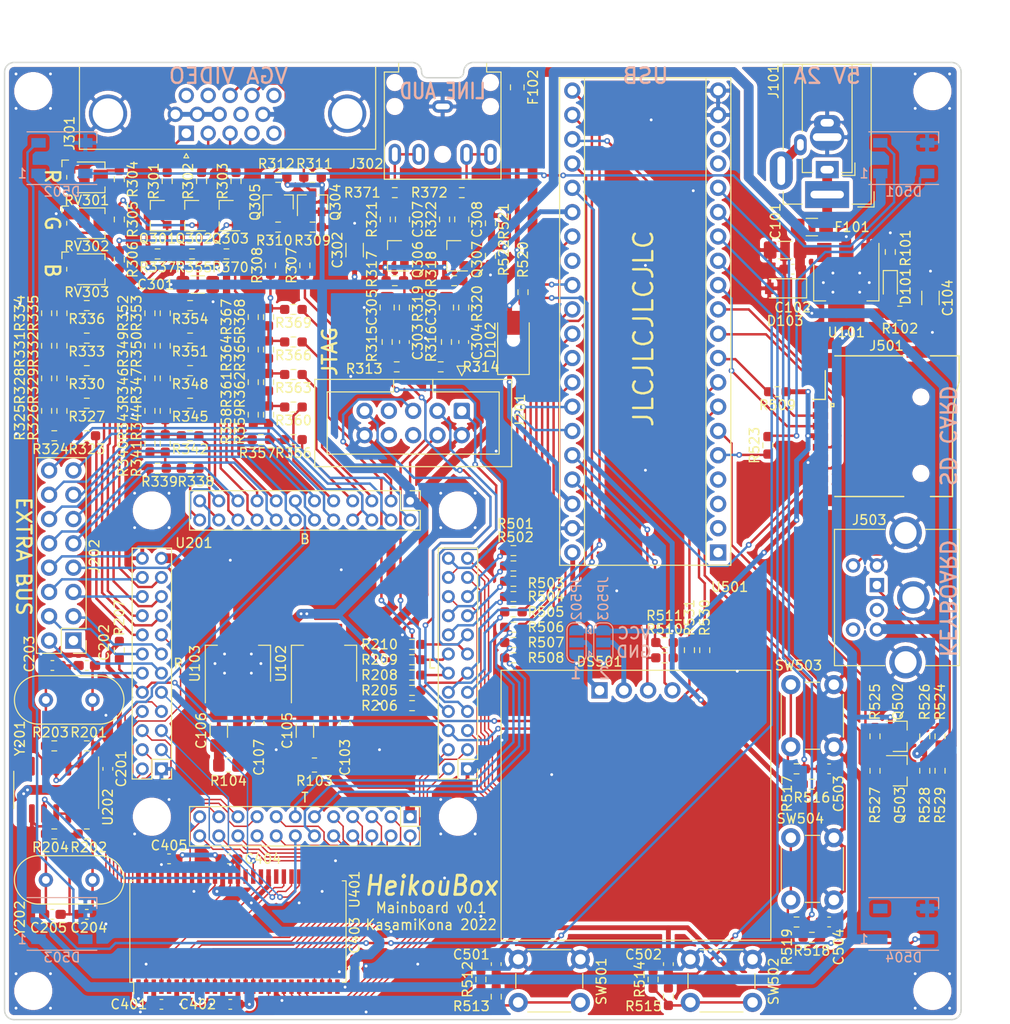
<source format=kicad_pcb>
(kicad_pcb (version 20171130) (host pcbnew "(5.1.10)-1")
  (title_block (title "HeikouBox Mainboard") (date 2022-11-11) (rev v0.1) (company ksk))
  (layers (0 F.Cu signal) (31 B.Cu signal) (34 B.Paste user) (35 F.Paste user) (36 B.SilkS user) (37 F.SilkS user) (38 B.Mask user) (39 F.Mask user) (44 Edge.Cuts user))
  (net 0 "")
  (net 1 /part1-power/GND)
  (net 2 /part1-power/3V3)
  (net 3 /part1-power/2V5)
  (net 4 /part1-power/1V2)
  (net 5 /part2-core/jtag_TCK)
  (net 6 /part2-core/jtag_TDO)
  (net 7 /part2-core/jtag_TMS)
  (net 8 /part2-core/jtag_TDI)
  (net 9 /part2-core/xbus0)
  (net 10 /part2-core/xbus1)
  (net 11 /part2-core/xbus2)
  (net 12 /part2-core/xbus3)
  (net 13 /part2-core/xbus4)
  (net 14 /part2-core/xbus5)
  (net 15 /part2-core/xbus6)
  (net 16 /part2-core/xbus7)
  (net 17 /part2-core/xbus8)
  (net 18 /part2-core/xbus9)
  (net 19 /part2-core/xbus10)
  (net 20 /part2-core/xbus11)
  (net 21 /part2-core/xbus12)
  (net 22 /part2-core/xbus13)
  (net 23 /part2-core/xbus14)
  (net 24 /part2-core/xbus15)
  (net 25 /part2-core/cfg_DCLK)
  (net 26 /part2-core/cfg_NCFG)
  (net 27 /part2-core/cfg_NSTAT)
  (net 28 /part2-core/cfg_DONE)
  (net 29 /part3-av/NVSYNC)
  (net 30 /part3-av/NHSYNC)
  (net 31 /part3-av/LSIGMA)
  (net 32 /part3-av/RSIGMA)
  (net 33 /part4-memory/CLK)
  (net 34 /part4-memory/WE)
  (net 35 /part4-memory/CAS)
  (net 36 /part4-memory/RAS)
  (net 37 /part4-memory/A10)
  (net 38 /part2-core/mdb4)
  (net 39 /part3-av/RED0)
  (net 40 /part3-av/RED2)
  (net 41 /part3-av/RED1)
  (net 42 /part3-av/RED3)
  (net 43 /part3-av/RED4)
  (net 44 /part3-av/GRN0)
  (net 45 /part3-av/GRN2)
  (net 46 /part3-av/GRN1)
  (net 47 /part3-av/GRN3)
  (net 48 /part3-av/GRN4)
  (net 49 /part3-av/GRN5)
  (net 50 /part3-av/BLU0)
  (net 51 /part3-av/BLU1)
  (net 52 /part3-av/BLU2)
  (net 53 /part3-av/BLU3)
  (net 54 /part3-av/BLU4)
  (net 55 /part2-core/mdb1)
  (net 56 /part2-core/mdb0)
  (net 57 /part2-core/mdb2)
  (net 58 /part2-core/mdb3)
  (net 59 /part2-core/mdb6)
  (net 60 /part2-core/mdb5)
  (net 61 /part2-core/mdb7)
  (net 62 /part4-memory/BA1)
  (net 63 /part4-memory/A1)
  (net 64 /part4-memory/BA0)
  (net 65 /part4-memory/A0)
  (net 66 /part4-memory/A2)
  (net 67 /part4-memory/A3)
  (net 68 /part4-memory/DQ4)
  (net 69 /part4-memory/DQ2)
  (net 70 /part4-memory/DQ7)
  (net 71 /part4-memory/DQ1)
  (net 72 /part4-memory/DQ14)
  (net 73 /part4-memory/DQ3)
  (net 74 /part4-memory/DQ13)
  (net 75 /part4-memory/LDQM)
  (net 76 /part4-memory/DQ12)
  (net 77 /part4-memory/DQ0)
  (net 78 /part4-memory/DQ6)
  (net 79 /part4-memory/A6)
  (net 80 /part2-core/clk_28)
  (net 81 /part4-memory/DQ15)
  (net 82 /part4-memory/A5)
  (net 83 /part4-memory/A7)
  (net 84 /part4-memory/A4)
  (net 85 /part4-memory/DQ5)
  (net 86 /part4-memory/A8)
  (net 87 /part4-memory/DQ8)
  (net 88 /part4-memory/A9)
  (net 89 /part4-memory/UDQM)
  (net 90 /part4-memory/DQ9)
  (net 91 /part4-memory/DQ10)
  (net 92 /part4-memory/DQ11)
  (net 93 /part4-memory/A11)
  (net 94 /part2-core/clk_14)
  (net 95 "Net-(U401-Pad36)")
  (net 96 "Net-(U401-Pad40)")
  (net 97 /part1-power/5V)
  (net 98 "Net-(C303-Pad1)")
  (net 99 "Net-(C304-Pad1)")
  (net 100 "Net-(C305-Pad2)")
  (net 101 "Net-(C305-Pad1)")
  (net 102 "Net-(C306-Pad2)")
  (net 103 "Net-(C306-Pad1)")
  (net 104 "Net-(C307-Pad2)")
  (net 105 "Net-(C307-Pad1)")
  (net 106 "Net-(C308-Pad2)")
  (net 107 "Net-(C308-Pad1)")
  (net 108 "Net-(J301-Pad15)")
  (net 109 "Net-(J301-Pad14)")
  (net 110 "Net-(J301-Pad13)")
  (net 111 "Net-(J301-Pad12)")
  (net 112 "Net-(J301-Pad11)")
  (net 113 "Net-(J301-Pad9)")
  (net 114 "Net-(J301-Pad5)")
  (net 115 "Net-(J301-Pad4)")
  (net 116 "Net-(J301-Pad3)")
  (net 117 "Net-(J301-Pad2)")
  (net 118 "Net-(J301-Pad1)")
  (net 119 "Net-(Q301-Pad2)")
  (net 120 "Net-(Q301-Pad1)")
  (net 121 "Net-(Q302-Pad2)")
  (net 122 "Net-(Q302-Pad1)")
  (net 123 "Net-(Q303-Pad2)")
  (net 124 "Net-(Q303-Pad1)")
  (net 125 "Net-(Q304-Pad1)")
  (net 126 "Net-(Q305-Pad1)")
  (net 127 "Net-(R304-Pad2)")
  (net 128 "Net-(R305-Pad2)")
  (net 129 "Net-(R306-Pad2)")
  (net 130 "Net-(R323-Pad2)")
  (net 131 "Net-(R338-Pad2)")
  (net 132 "Net-(R356-Pad2)")
  (net 133 "Net-(C202-Pad1)")
  (net 134 "Net-(C203-Pad1)")
  (net 135 "Net-(C204-Pad1)")
  (net 136 "Net-(C205-Pad1)")
  (net 137 "Net-(D501-Pad2)")
  (net 138 "Net-(D501-Pad4)")
  (net 139 "Net-(J201-Pad8)")
  (net 140 "Net-(J201-Pad7)")
  (net 141 "Net-(J201-Pad6)")
  (net 142 "Net-(J501-Pad1)")
  (net 143 "Net-(J501-Pad8)")
  (net 144 /part1-power/VUSB)
  (net 145 "Net-(R201-Pad1)")
  (net 146 "Net-(R202-Pad1)")
  (net 147 "Net-(R325-Pad2)")
  (net 148 "Net-(R328-Pad2)")
  (net 149 "Net-(R331-Pad2)")
  (net 150 "Net-(U501-Pad18)")
  (net 151 "Net-(U501-Pad17)")
  (net 152 "Net-(U501-Pad1)")
  (net 153 "Net-(U501-Pad28)")
  (net 154 "Net-(R340-Pad2)")
  (net 155 "Net-(R343-Pad2)")
  (net 156 "Net-(R346-Pad2)")
  (net 157 "Net-(R349-Pad2)")
  (net 158 "Net-(R358-Pad2)")
  (net 159 "Net-(R361-Pad2)")
  (net 160 "Net-(R364-Pad2)")
  (net 161 "Net-(U202-Pad8)")
  (net 162 "Net-(U202-Pad6)")
  (net 163 "Net-(J302-PadR)")
  (net 164 "Net-(J302-PadT)")
  (net 165 "Net-(D101-Pad1)")
  (net 166 "Net-(J101-Pad3)")
  (net 167 "Net-(D502-Pad2)")
  (net 168 "Net-(D503-Pad2)")
  (net 169 "Net-(D504-Pad2)")
  (net 170 "Net-(J503-Pad5)")
  (net 171 "Net-(J503-Pad6)")
  (net 172 "Net-(J503-Pad1)")
  (net 173 "Net-(J503-Pad2)")
  (net 174 "Net-(DS501-Pad2)")
  (net 175 "Net-(DS501-Pad1)")
  (net 176 /part5-hub/BUTTON_L)
  (net 177 /part5-hub/BUTTON_U)
  (net 178 /part5-hub/BUTTON_D)
  (net 179 /part5-hub/BUTTON_R)
  (net 180 /part5-hub/OLED_SCL)
  (net 181 /part5-hub/OLED_SDA)
  (net 182 /part5-hub/SD_DET)
  (net 183 /part5-hub/SD_MISO)
  (net 184 /part5-hub/SD_SCK)
  (net 185 /part5-hub/SD_SS)
  (net 186 /part5-hub/SD_MOSI)
  (net 187 /part5-hub/KEYBOARD_DAT)
  (net 188 "Net-(Q502-Pad3)")
  (net 189 /part5-hub/KEYBOARD_CLK)
  (net 190 "Net-(Q503-Pad3)")
  (net 191 /part5-hub/MDB0_RX_R)
  (net 192 /part5-hub/MDB1_TX_R)
  (net 193 /part5-hub/MDB2_R)
  (net 194 /part5-hub/MDB3_R)
  (net 195 /part5-hub/MDB4_CD_R)
  (net 196 /part5-hub/MDB5_R)
  (net 197 /part5-hub/MDB6_R)
  (net 198 /part5-hub/MDB7_R)
  (net 199 "Net-(R512-Pad1)")
  (net 200 "Net-(R514-Pad1)")
  (net 201 "Net-(R516-Pad1)")
  (net 202 "Net-(R518-Pad1)")
  (net 203 /part5-hub/NEOPIXEL)
  (net 204 /part5-hub/CFG_NSTAT_R)
  (net 205 /part5-hub/CFG_DONE_R)
  (net 206 "Net-(U501-Pad3)")
  (net 207 "Net-(U501-Pad2)")
  (net 208 "Net-(U501-Pad4)")
  (net 209 "Net-(D102-Pad2)")
  (net 210 "Net-(F101-Pad1)")
  (net 211 /part5-hub/USB_DP)
  (net 212 /part5-hub/PWR_DET)
  (net 213 /part5-hub/3V3_HUB)
  (net 214 "Net-(C104-Pad1)")
  (net 215 "Net-(C105-Pad1)")
  (net 216 "Net-(C106-Pad1)")
  (module Diode_SMD:D_SMA (layer F.Cu) (at 68 49.6 90)
    (fp_text reference D102 (at 0.2 -2.4 90) (layer F.SilkS))
    (fp_text value M7)
    (pad 2 smd rect (at 2 0 90) (size 2.5 1.8) (layers F.Cu F.Paste F.Mask) (net 209 "Net-(D102-Pad2)"))
    (pad 1 smd rect (at -2 0 90) (size 2.5 1.8) (layers F.Cu F.Paste F.Mask) (net 144 /part1-power/VUSB))
  )
  (module Capacitor_SMD:C_0603_1608Metric_Pad1.08x0.95mm_HandSolder (layer F.Cu) (at 41.4 89.4 270)
    (fp_text reference C107 (at 3.6 0 90) (layer F.SilkS))
    (fp_text value 100n)
    (pad 2 smd roundrect (at 0.8625 0 270) (size 1.075 0.95) (layers F.Cu F.Paste F.Mask) (net 1 /part1-power/GND))
    (pad 1 smd roundrect (at -0.8625 0 270) (size 1.075 0.95) (layers F.Cu F.Paste F.Mask) (net 2 /part1-power/3V3))
  )
  (module Capacitor_SMD:C_0603_1608Metric_Pad1.08x0.95mm_HandSolder (layer F.Cu) (at 50.4 89.4 270)
    (fp_text reference C103 (at 3.6 0 90) (layer F.SilkS))
    (fp_text value 100n)
    (pad 2 smd roundrect (at 0.8625 0 270) (size 1.075 0.95) (layers F.Cu F.Paste F.Mask) (net 1 /part1-power/GND))
    (pad 1 smd roundrect (at -0.8625 0 270) (size 1.075 0.95) (layers F.Cu F.Paste F.Mask) (net 97 /part1-power/5V))
  )
  (module Resistor_SMD:R_0603_1608Metric_Pad0.98x0.95mm_HandSolder (layer F.Cu) (at 68 71.4 180)
    (fp_text reference R501 (at -0.2 2.8 180) (layer F.SilkS))
    (fp_text value 1K)
    (pad 1 smd roundrect (at -0.9125 0 180) (size 0.975 0.95) (layers F.Cu F.Paste F.Mask) (net 191 /part5-hub/MDB0_RX_R))
    (pad 2 smd roundrect (at 0.9125 0 180) (size 0.975 0.95) (layers F.Cu F.Paste F.Mask) (net 56 /part2-core/mdb0))
  )
  (module Resistor_SMD:R_0805_2012Metric_Pad1.20x1.40mm_HandSolder (layer F.Cu) (at 38.2 93.8 180)
    (fp_text reference R104 (at 0 -1.65) (layer F.SilkS))
    (fp_text value 1R)
    (pad 2 smd roundrect (at 1 0 180) (size 1.2 1.4) (layers F.Cu F.Paste F.Mask) (roundrect_rratio 0.208333) (net 216 "Net-(C106-Pad1)"))
    (pad 1 smd roundrect (at -1 0 180) (size 1.2 1.4) (layers F.Cu F.Paste F.Mask) (roundrect_rratio 0.208333) (net 4 /part1-power/1V2))
  )
  (module Resistor_SMD:R_0805_2012Metric_Pad1.20x1.40mm_HandSolder (layer F.Cu) (at 47.2 93.8 180)
    (fp_text reference R103 (at 0 -1.65) (layer F.SilkS))
    (fp_text value 1R)
    (pad 2 smd roundrect (at 1 0 180) (size 1.2 1.4) (layers F.Cu F.Paste F.Mask) (roundrect_rratio 0.208333) (net 215 "Net-(C105-Pad1)"))
    (pad 1 smd roundrect (at -1 0 180) (size 1.2 1.4) (layers F.Cu F.Paste F.Mask) (roundrect_rratio 0.208333) (net 3 /part1-power/2V5))
  )
  (module Resistor_SMD:R_0805_2012Metric_Pad1.20x1.40mm_HandSolder (layer F.Cu) (at 108.4 46.6)
    (fp_text reference R102 (at 0 1.6) (layer F.SilkS))
    (fp_text value 1R)
    (pad 2 smd roundrect (at 1 0) (size 1.2 1.4) (layers F.Cu F.Paste F.Mask) (roundrect_rratio 0.208333) (net 214 "Net-(C104-Pad1)"))
    (pad 1 smd roundrect (at -1 0) (size 1.2 1.4) (layers F.Cu F.Paste F.Mask) (roundrect_rratio 0.208333) (net 2 /part1-power/3V3))
  )
  (module Package_TO_SOT_SMD:SOT-223-3_TabPin2 (layer F.Cu) (at 48.2 83.2 90)
    (fp_text reference U102 (at 0 -4.5 90) (layer F.SilkS))
    (fp_text value LD1117S25TR)
    (pad 1 smd rect (at -3.15 -2.3 90) (size 2 1.5) (layers F.Cu F.Paste F.Mask) (net 1 /part1-power/GND))
    (pad 3 smd rect (at -3.15 2.3 90) (size 2 1.5) (layers F.Cu F.Paste F.Mask) (net 97 /part1-power/5V))
    (pad 2 smd rect (at -3.15 0 90) (size 2 1.5) (layers F.Cu F.Paste F.Mask) (net 3 /part1-power/2V5))
    (pad 2 smd rect (at 3.15 0 90) (size 2 3.8) (layers F.Cu F.Paste F.Mask) (net 3 /part1-power/2V5))
  )
  (module Fuse:Fuse_1206_3216Metric_Pad1.42x1.75mm_HandSolder (layer F.Cu) (at 99.2 37.6 180)
    (fp_text reference F101 (at -4.2 0) (layer F.SilkS))
    (fp_text value "Poly 2A")
    (pad 2 smd roundrect (at 1.4875 0 180) (size 1.425 1.75) (layers F.Cu F.Paste F.Mask) (roundrect_rratio 0.1754385964912281) (net 97 /part1-power/5V))
    (pad 1 smd roundrect (at -1.4875 0 180) (size 1.425 1.75) (layers F.Cu F.Paste F.Mask) (roundrect_rratio 0.1754385964912281) (net 210 "Net-(F101-Pad1)"))
  )
  (module Fuse:Fuse_0805_2012Metric_Pad1.15x1.40mm_HandSolder (layer F.Cu) (at 68.4 23 270)
    (fp_text reference F102 (at 0 -1.65 90) (layer F.SilkS))
    (fp_text value "Poly 200mA")
    (pad 2 smd roundrect (at 1.025 0 270) (size 1.15 1.4) (layers F.Cu F.Paste F.Mask) (roundrect_rratio 0.2173904347826087) (net 209 "Net-(D102-Pad2)"))
    (pad 1 smd roundrect (at -1.025 0 270) (size 1.15 1.4) (layers F.Cu F.Paste F.Mask) (roundrect_rratio 0.2173904347826087) (net 97 /part1-power/5V))
  )
  (module Diode_SMD:D_SOD-123 (layer F.Cu) (at 96.4 44 180)
    (fp_text reference D103 (at 0 -3.4) (layer F.SilkS))
    (fp_text value 5.6V)
    (pad 2 smd rect (at 1.65 0 180) (size 0.9 1.2) (layers F.Cu F.Paste F.Mask) (net 1 /part1-power/GND))
    (pad 1 smd rect (at -1.65 0 180) (size 0.9 1.2) (layers F.Cu F.Paste F.Mask) (net 97 /part1-power/5V))
  )
  (module KSK_HeikouBox:STM32-BluePill-Socket (layer F.Cu) (at 89.4 71.6 180)
    (fp_text reference U501 (at -1.2 -3.6 180) (layer F.SilkS))
    (fp_text value STM32-BluePill-Socket)
    (pad 26 thru_hole oval (at 15.24 35.56 180) (size 1.7 1.7) (drill 1) (layers *.Cu *.Mask) (net 212 /part5-hub/PWR_DET))
    (pad 24 thru_hole oval (at 15.24 40.64 180) (size 1.7 1.7) (drill 1) (layers *.Cu *.Mask) (net 195 /part5-hub/MDB4_CD_R))
    (pad 29 thru_hole oval (at 15.24 27.94 180) (size 1.7 1.7) (drill 1) (layers *.Cu *.Mask) (net 211 /part5-hub/USB_DP))
    (pad 35 thru_hole oval (at 15.24 12.7 180) (size 1.7 1.7) (drill 1) (layers *.Cu *.Mask) (net 192 /part5-hub/MDB1_TX_R))
    (pad 33 thru_hole oval (at 15.24 17.78 180) (size 1.7 1.7) (drill 1) (layers *.Cu *.Mask) (net 198 /part5-hub/MDB7_R))
    (pad 36 thru_hole oval (at 15.24 10.16 180) (size 1.7 1.7) (drill 1) (layers *.Cu *.Mask) (net 180 /part5-hub/OLED_SCL))
    (pad 21 thru_hole oval (at 15.24 48.26 180) (size 1.7 1.7) (drill 1) (layers *.Cu *.Mask) (net 26 /part2-core/cfg_NCFG))
    (pad 30 thru_hole oval (at 15.24 25.4 180) (size 1.7 1.7) (drill 1) (layers *.Cu *.Mask) (net 194 /part5-hub/MDB3_R))
    (pad 23 thru_hole oval (at 15.24 43.18 180) (size 1.7 1.7) (drill 1) (layers *.Cu *.Mask) (net 205 /part5-hub/CFG_DONE_R))
    (pad 28 thru_hole oval (at 15.24 30.48 180) (size 1.7 1.7) (drill 1) (layers *.Cu *.Mask) (net 153 "Net-(U501-Pad28)"))
    (pad 34 thru_hole oval (at 15.24 15.24 180) (size 1.7 1.7) (drill 1) (layers *.Cu *.Mask) (net 191 /part5-hub/MDB0_RX_R))
    (pad 31 thru_hole oval (at 15.24 22.86 180) (size 1.7 1.7) (drill 1) (layers *.Cu *.Mask) (net 196 /part5-hub/MDB5_R))
    (pad 38 thru_hole oval (at 15.24 5.08 180) (size 1.7 1.7) (drill 1) (layers *.Cu *.Mask) (net 144 /part1-power/VUSB))
    (pad 39 thru_hole oval (at 15.24 2.54 180) (size 1.7 1.7) (drill 1) (layers *.Cu *.Mask) (net 1 /part1-power/GND))
    (pad 32 thru_hole oval (at 15.24 20.32 180) (size 1.7 1.7) (drill 1) (layers *.Cu *.Mask) (net 197 /part5-hub/MDB6_R))
    (pad 40 thru_hole circle (at 15.24 0 180) (size 1.7 1.7) (drill 1) (layers *.Cu *.Mask) (net 213 /part5-hub/3V3_HUB))
    (pad 27 thru_hole oval (at 15.24 33.02 180) (size 1.7 1.7) (drill 1) (layers *.Cu *.Mask) (net 193 /part5-hub/MDB2_R))
    (pad 22 thru_hole oval (at 15.24 45.72 180) (size 1.7 1.7) (drill 1) (layers *.Cu *.Mask) (net 25 /part2-core/cfg_DCLK))
    (pad 25 thru_hole oval (at 15.24 38.1 180) (size 1.7 1.7) (drill 1) (layers *.Cu *.Mask) (net 182 /part5-hub/SD_DET))
    (pad 37 thru_hole oval (at 15.24 7.62 180) (size 1.7 1.7) (drill 1) (layers *.Cu *.Mask) (net 181 /part5-hub/OLED_SDA))
    (pad 16 thru_hole oval (at 0 38.1 180) (size 1.7 1.7) (drill 1) (layers *.Cu *.Mask) (net 178 /part5-hub/BUTTON_D))
    (pad 1 thru_hole rect (at 0 0 180) (size 1.7 1.7) (drill 1) (layers *.Cu *.Mask) (net 152 "Net-(U501-Pad1)"))
    (pad 14 thru_hole oval (at 0 33.02 180) (size 1.7 1.7) (drill 1) (layers *.Cu *.Mask) (net 179 /part5-hub/BUTTON_R))
    (pad 13 thru_hole oval (at 0 30.48 180) (size 1.7 1.7) (drill 1) (layers *.Cu *.Mask) (net 176 /part5-hub/BUTTON_L))
    (pad 10 thru_hole oval (at 0 22.86 180) (size 1.7 1.7) (drill 1) (layers *.Cu *.Mask) (net 184 /part5-hub/SD_SCK))
    (pad 8 thru_hole oval (at 0 17.78 180) (size 1.7 1.7) (drill 1) (layers *.Cu *.Mask) (net 204 /part5-hub/CFG_NSTAT_R))
    (pad 17 thru_hole oval (at 0 40.64 180) (size 1.7 1.7) (drill 1) (layers *.Cu *.Mask) (net 151 "Net-(U501-Pad17)"))
    (pad 4 thru_hole oval (at 0 7.62 180) (size 1.7 1.7) (drill 1) (layers *.Cu *.Mask) (net 208 "Net-(U501-Pad4)"))
    (pad 5 thru_hole oval (at 0 10.16 180) (size 1.7 1.7) (drill 1) (layers *.Cu *.Mask) (net 203 /part5-hub/NEOPIXEL))
    (pad 18 thru_hole oval (at 0 43.18 180) (size 1.7 1.7) (drill 1) (layers *.Cu *.Mask) (net 150 "Net-(U501-Pad18)"))
    (pad 9 thru_hole oval (at 0 20.32 180) (size 1.7 1.7) (drill 1) (layers *.Cu *.Mask) (net 185 /part5-hub/SD_SS))
    (pad 7 thru_hole oval (at 0 15.24 180) (size 1.7 1.7) (drill 1) (layers *.Cu *.Mask) (net 189 /part5-hub/KEYBOARD_CLK))
    (pad 15 thru_hole oval (at 0 35.56 180) (size 1.7 1.7) (drill 1) (layers *.Cu *.Mask) (net 177 /part5-hub/BUTTON_U))
    (pad 11 thru_hole oval (at 0 25.4 180) (size 1.7 1.7) (drill 1) (layers *.Cu *.Mask) (net 183 /part5-hub/SD_MISO))
    (pad 20 thru_hole oval (at 0 48.26 180) (size 1.7 1.7) (drill 1) (layers *.Cu *.Mask) (net 1 /part1-power/GND))
    (pad 19 thru_hole oval (at 0 45.72 180) (size 1.7 1.7) (drill 1) (layers *.Cu *.Mask) (net 1 /part1-power/GND))
    (pad 12 thru_hole oval (at 0 27.94 180) (size 1.7 1.7) (drill 1) (layers *.Cu *.Mask) (net 186 /part5-hub/SD_MOSI))
    (pad 6 thru_hole oval (at 0 12.7 180) (size 1.7 1.7) (drill 1) (layers *.Cu *.Mask) (net 187 /part5-hub/KEYBOARD_DAT))
    (pad 2 thru_hole oval (at 0 2.54 180) (size 1.7 1.7) (drill 1) (layers *.Cu *.Mask) (net 207 "Net-(U501-Pad2)"))
    (pad 3 thru_hole oval (at 0 5.08 180) (size 1.7 1.7) (drill 1) (layers *.Cu *.Mask) (net 206 "Net-(U501-Pad3)"))
  )
  (module Resistor_SMD:R_0603_1608Metric_Pad0.98x0.95mm_HandSolder (layer F.Cu) (at 86.4 81.8 90)
    (fp_text reference R531 (at 3.4 0 90) (layer F.SilkS))
    (fp_text value 1K)
    (pad 1 smd roundrect (at -0.9125 0 90) (size 0.975 0.95) (layers F.Cu F.Paste F.Mask) (net 28 /part2-core/cfg_DONE))
    (pad 2 smd roundrect (at 0.9125 0 90) (size 0.975 0.95) (layers F.Cu F.Paste F.Mask) (net 205 /part5-hub/CFG_DONE_R))
  )
  (module Resistor_SMD:R_0603_1608Metric_Pad0.98x0.95mm_HandSolder (layer F.Cu) (at 88 81.8 90)
    (fp_text reference R530 (at 3.4 0 90) (layer F.SilkS))
    (fp_text value 1K)
    (pad 1 smd roundrect (at -0.9125 0 90) (size 0.975 0.95) (layers F.Cu F.Paste F.Mask) (net 27 /part2-core/cfg_NSTAT))
    (pad 2 smd roundrect (at 0.9125 0 90) (size 0.975 0.95) (layers F.Cu F.Paste F.Mask) (net 204 /part5-hub/CFG_NSTAT_R))
  )
  (module Resistor_SMD:R_0603_1608Metric_Pad0.98x0.95mm_HandSolder (layer F.Cu) (at 112.6 94.4 90)
    (fp_text reference R529 (at -3.6 0 90) (layer F.SilkS))
    (fp_text value 100R)
    (pad 2 smd roundrect (at 0.9125 0 90) (size 0.975 0.95) (layers F.Cu F.Paste F.Mask) (net 170 "Net-(J503-Pad5)"))
    (pad 1 smd roundrect (at -0.9125 0 90) (size 0.975 0.95) (layers F.Cu F.Paste F.Mask) (net 190 "Net-(Q503-Pad3)"))
  )
  (module Resistor_SMD:R_0603_1608Metric_Pad0.98x0.95mm_HandSolder (layer F.Cu) (at 112.6 90.8 270)
    (fp_text reference R524 (at -3.6 0 90) (layer F.SilkS))
    (fp_text value 100R)
    (pad 2 smd roundrect (at 0.9125 0 270) (size 0.975 0.95) (layers F.Cu F.Paste F.Mask) (net 172 "Net-(J503-Pad1)"))
    (pad 1 smd roundrect (at -0.9125 0 270) (size 0.975 0.95) (layers F.Cu F.Paste F.Mask) (net 188 "Net-(Q502-Pad3)"))
  )
  (module Resistor_SMD:R_0603_1608Metric_Pad0.98x0.95mm_HandSolder (layer F.Cu) (at 65.6 40.6 270)
    (fp_text reference R522 (at 0.2 -1.4 90) (layer F.SilkS))
    (fp_text value 10K)
    (pad 1 smd roundrect (at -0.9125 0 270) (size 0.975 0.95) (layers F.Cu F.Paste F.Mask) (net 212 /part5-hub/PWR_DET))
    (pad 2 smd roundrect (at 0.9125 0 270) (size 0.975 0.95) (layers F.Cu F.Paste F.Mask) (net 1 /part1-power/GND))
  )
  (module Resistor_SMD:R_0603_1608Metric_Pad0.98x0.95mm_HandSolder (layer F.Cu) (at 65.6 37.2 270)
    (fp_text reference R521 (at -0.2 -1.4 90) (layer F.SilkS))
    (fp_text value 1K)
    (pad 1 smd roundrect (at -0.9125 0 270) (size 0.975 0.95) (layers F.Cu F.Paste F.Mask) (net 2 /part1-power/3V3))
    (pad 2 smd roundrect (at 0.9125 0 270) (size 0.975 0.95) (layers F.Cu F.Paste F.Mask) (net 212 /part5-hub/PWR_DET))
  )
  (module Resistor_SMD:R_0603_1608Metric_Pad0.98x0.95mm_HandSolder (layer F.Cu) (at 69 44.4 270)
    (fp_text reference R520 (at -3.4 0 90) (layer F.SilkS))
    (fp_text value 1K5)
    (pad 1 smd roundrect (at -0.9125 0 270) (size 0.975 0.95) (layers F.Cu F.Paste F.Mask) (net 211 /part5-hub/USB_DP))
    (pad 2 smd roundrect (at 0.9125 0 270) (size 0.975 0.95) (layers F.Cu F.Paste F.Mask) (net 213 /part5-hub/3V3_HUB))
  )
  (module KSK_HeikouBox:OLED-4P-Generic-128x64-0.96in (layer F.Cu) (at 77 86)
    (fp_text reference DS501 (at 0 -3) (layer F.SilkS))
    (fp_text value OLED-4P-I2C)
    (pad 4 thru_hole circle (at 7.62 0) (size 1.7 1.7) (drill 1) (layers *.Cu *.Mask) (net 181 /part5-hub/OLED_SDA))
    (pad 3 thru_hole circle (at 5.08 0) (size 1.7 1.7) (drill 1) (layers *.Cu *.Mask) (net 180 /part5-hub/OLED_SCL))
    (pad 2 thru_hole circle (at 2.54 0) (size 1.7 1.7) (drill 1) (layers *.Cu *.Mask) (net 174 "Net-(DS501-Pad2)"))
    (pad 1 thru_hole rect (at 0 0) (size 1.7 1.7) (drill 1) (layers *.Cu *.Mask) (net 175 "Net-(DS501-Pad1)"))
  )
  (module Jumper:SolderJumper-3_P1.3mm_Open_RoundedPad1.0x1.5mm (layer B.Cu) (at 74.6 81 270)
    (fp_text reference JP502 (at -4.6 0 270) (layer B.SilkS) (effects (justify mirror)))
    (fp_text value DVCC)
    (pad 1 smd custom (at -1.3 0 270) (size 1 0.5) (layers B.Cu B.Mask) (net 213 /part5-hub/3V3_HUB) (options (clearance outline) (anchor rect)) (primitives (gr_circle (center 0 -0.25) (end 0.5 -0.25) (width 0)) (gr_circle (center 0 0.25) (end 0.5 0.25) (width 0)) (gr_poly (pts (xy 0.55 0.75) (xy 0 0.75) (xy 0 -0.75) (xy 0.55 -0.75)) (width 0))))
    (pad 3 smd custom (at 1.3 0 270) (size 1 0.5) (layers B.Cu B.Mask) (net 1 /part1-power/GND) (options (clearance outline) (anchor rect)) (primitives (gr_circle (center 0 -0.25) (end 0.5 -0.25) (width 0)) (gr_circle (center 0 0.25) (end 0.5 0.25) (width 0)) (gr_poly (pts (xy -0.55 0.75) (xy 0 0.75) (xy 0 -0.75) (xy -0.55 -0.75)) (width 0))))
    (pad 2 smd rect (at 0 0 270) (size 1 1.5) (layers B.Cu B.Mask) (net 175 "Net-(DS501-Pad1)"))
  )
  (module Jumper:SolderJumper-3_P1.3mm_Open_RoundedPad1.0x1.5mm (layer B.Cu) (at 77.4 81 90)
    (fp_text reference JP503 (at 4.6 0 270) (layer B.SilkS) (effects (justify mirror)))
    (fp_text value DGND)
    (pad 1 smd custom (at -1.3 0 90) (size 1 0.5) (layers B.Cu B.Mask) (net 1 /part1-power/GND) (options (clearance outline) (anchor rect)) (primitives (gr_circle (center 0 -0.25) (end 0.5 -0.25) (width 0)) (gr_circle (center 0 0.25) (end 0.5 0.25) (width 0)) (gr_poly (pts (xy 0.55 0.75) (xy 0 0.75) (xy 0 -0.75) (xy 0.55 -0.75)) (width 0))))
    (pad 3 smd custom (at 1.3 0 90) (size 1 0.5) (layers B.Cu B.Mask) (net 213 /part5-hub/3V3_HUB) (options (clearance outline) (anchor rect)) (primitives (gr_circle (center 0 -0.25) (end 0.5 -0.25) (width 0)) (gr_circle (center 0 0.25) (end 0.5 0.25) (width 0)) (gr_poly (pts (xy -0.55 0.75) (xy 0 0.75) (xy 0 -0.75) (xy -0.55 -0.75)) (width 0))))
    (pad 2 smd rect (at 0 0 90) (size 1 1.5) (layers B.Cu B.Mask) (net 174 "Net-(DS501-Pad2)"))
  )
  (module KSK_HeikouBox:BarrelJack_Multi (layer F.Cu) (at 100.8 34.2 180)
    (fp_text reference J101 (at 5.6 11.8 90) (layer F.SilkS))
    (fp_text value 5V)
    (pad 1 thru_hole rect (at 0 2.6 180) (size 2.4 1.8) (drill oval 1.4 0.8) (layers *.Cu *.Mask) (net 210 "Net-(F101-Pad1)"))
    (pad 2 thru_hole oval (at 0 7.5 180) (size 2.8 1.6) (drill oval 1.4 0.8) (layers *.Cu *.Mask) (net 1 /part1-power/GND))
    (pad 3 thru_hole oval (at 2.8 5.2 270) (size 2.2 1.3) (drill oval 1.2 0.7) (layers *.Cu *.Mask) (net 166 "Net-(J101-Pad3)"))
    (pad 2 thru_hole oval (at 0 6 180) (size 3.6 2.8) (drill oval 3 0.8) (layers *.Cu *.Mask) (net 1 /part1-power/GND))
    (pad 3 thru_hole oval (at 4.8 2.5 270) (size 4 2.4) (drill oval 3 0.8) (layers *.Cu *.Mask) (net 166 "Net-(J101-Pad3)"))
    (pad 1 thru_hole rect (at 0 0 180) (size 4.6 2.8) (drill oval 3.5 0.8) (layers *.Cu *.Mask) (net 210 "Net-(F101-Pad1)"))
  )
  (module Package_TO_SOT_SMD:SOT-223-3_TabPin2 (layer F.Cu) (at 39.2 83.2 90)
    (fp_text reference U103 (at 0 -4.5 90) (layer F.SilkS))
    (fp_text value LD1117S12TR)
    (pad 1 smd rect (at -3.15 -2.3 90) (size 2 1.5) (layers F.Cu F.Paste F.Mask) (net 1 /part1-power/GND))
    (pad 3 smd rect (at -3.15 2.3 90) (size 2 1.5) (layers F.Cu F.Paste F.Mask) (net 2 /part1-power/3V3))
    (pad 2 smd rect (at -3.15 0 90) (size 2 1.5) (layers F.Cu F.Paste F.Mask) (net 4 /part1-power/1V2))
    (pad 2 smd rect (at 3.15 0 90) (size 2 3.8) (layers F.Cu F.Paste F.Mask) (net 4 /part1-power/1V2))
  )
  (module Package_TO_SOT_SMD:SOT-223-3_TabPin2 (layer F.Cu) (at 102.8 43.4 270)
    (fp_text reference U101 (at 5.2 0 180) (layer F.SilkS))
    (fp_text value LD1117S33TR)
    (pad 1 smd rect (at -3.15 -2.3 270) (size 2 1.5) (layers F.Cu F.Paste F.Mask) (net 1 /part1-power/GND))
    (pad 3 smd rect (at -3.15 2.3 270) (size 2 1.5) (layers F.Cu F.Paste F.Mask) (net 97 /part1-power/5V))
    (pad 2 smd rect (at -3.15 0 270) (size 2 1.5) (layers F.Cu F.Paste F.Mask) (net 2 /part1-power/3V3))
    (pad 2 smd rect (at 3.15 0 270) (size 2 3.8) (layers F.Cu F.Paste F.Mask) (net 2 /part1-power/3V3))
  )
  (module Resistor_SMD:R_0603_1608Metric_Pad0.98x0.95mm_HandSolder (layer F.Cu) (at 107.4 40.2 90)
    (fp_text reference R101 (at 0.4 1.6 90) (layer F.SilkS))
    (fp_text value 330R)
    (pad 1 smd roundrect (at -0.9125 0 90) (size 0.975 0.95) (layers F.Cu F.Paste F.Mask) (net 165 "Net-(D101-Pad1)"))
    (pad 2 smd roundrect (at 0.9125 0 90) (size 0.975 0.95) (layers F.Cu F.Paste F.Mask) (net 1 /part1-power/GND))
  )
  (module LED_SMD:LED_0603_1608Metric_Pad1.05x0.95mm_HandSolder (layer F.Cu) (at 107.4 43.8 270)
    (fp_text reference D101 (at 0 -1.6 90) (layer F.SilkS))
    (fp_text value Power)
    (pad 1 smd roundrect (at -0.875 0 270) (size 1.05 0.95) (layers F.Cu F.Paste F.Mask) (net 165 "Net-(D101-Pad1)"))
    (pad 2 smd roundrect (at 0.875 0 270) (size 1.05 0.95) (layers F.Cu F.Paste F.Mask) (net 2 /part1-power/3V3))
  )
  (module Capacitor_SMD:C_1206_3216Metric_Pad1.33x1.80mm_HandSolder (layer F.Cu) (at 37.2 90.2 90)
    (fp_text reference C106 (at 0 -1.85 90) (layer F.SilkS))
    (fp_text value 10u)
    (pad 2 smd roundrect (at 1.5625 0 90) (size 1.325 1.8) (layers F.Cu F.Paste F.Mask) (roundrect_rratio 0.1886784905660377) (net 1 /part1-power/GND))
    (pad 1 smd roundrect (at -1.5625 0 90) (size 1.325 1.8) (layers F.Cu F.Paste F.Mask) (roundrect_rratio 0.1886784905660377) (net 216 "Net-(C106-Pad1)"))
  )
  (module Capacitor_SMD:C_1206_3216Metric_Pad1.33x1.80mm_HandSolder (layer F.Cu) (at 46.2 90.2 90)
    (fp_text reference C105 (at 0 -1.85 90) (layer F.SilkS))
    (fp_text value 10u)
    (pad 2 smd roundrect (at 1.5625 0 90) (size 1.325 1.8) (layers F.Cu F.Paste F.Mask) (roundrect_rratio 0.1886784905660377) (net 1 /part1-power/GND))
    (pad 1 smd roundrect (at -1.5625 0 90) (size 1.325 1.8) (layers F.Cu F.Paste F.Mask) (roundrect_rratio 0.1886784905660377) (net 215 "Net-(C105-Pad1)"))
  )
  (module Capacitor_SMD:C_1206_3216Metric_Pad1.33x1.80mm_HandSolder (layer F.Cu) (at 111.6 45 90)
    (fp_text reference C104 (at 0 1.8 90) (layer F.SilkS))
    (fp_text value 10u)
    (pad 2 smd roundrect (at 1.5625 0 90) (size 1.325 1.8) (layers F.Cu F.Paste F.Mask) (roundrect_rratio 0.1886784905660377) (net 1 /part1-power/GND))
    (pad 1 smd roundrect (at -1.5625 0 90) (size 1.325 1.8) (layers F.Cu F.Paste F.Mask) (roundrect_rratio 0.1886784905660377) (net 214 "Net-(C104-Pad1)"))
  )
  (module Capacitor_SMD:C_0603_1608Metric_Pad1.08x0.95mm_HandSolder (layer F.Cu) (at 97.2 42 180)
    (fp_text reference C102 (at 0 -4) (layer F.SilkS))
    (fp_text value 100n)
    (pad 2 smd roundrect (at 0.8625 0 180) (size 1.075 0.95) (layers F.Cu F.Paste F.Mask) (net 1 /part1-power/GND))
    (pad 1 smd roundrect (at -0.8625 0 180) (size 1.075 0.95) (layers F.Cu F.Paste F.Mask) (net 97 /part1-power/5V))
  )
  (module Capacitor_SMD:C_1206_3216Metric_Pad1.33x1.80mm_HandSolder (layer F.Cu) (at 96.4 40 180)
    (fp_text reference C101 (at 1 3 270) (layer F.SilkS))
    (fp_text value 10u)
    (pad 2 smd roundrect (at 1.5625 0 180) (size 1.325 1.8) (layers F.Cu F.Paste F.Mask) (roundrect_rratio 0.1886784905660377) (net 1 /part1-power/GND))
    (pad 1 smd roundrect (at -1.5625 0 180) (size 1.325 1.8) (layers F.Cu F.Paste F.Mask) (roundrect_rratio 0.1886784905660377) (net 97 /part1-power/5V))
  )
  (module Capacitor_SMD:C_0603_1608Metric_Pad1.08x0.95mm_HandSolder (layer F.Cu) (at 32 103.6 180)
    (fp_text reference C405 (at 0 1.4) (layer F.SilkS))
    (fp_text value 100n)
    (pad 2 smd roundrect (at 0.8625 0 180) (size 1.075 0.95) (layers F.Cu F.Paste F.Mask) (net 1 /part1-power/GND))
    (pad 1 smd roundrect (at -0.8625 0 180) (size 1.075 0.95) (layers F.Cu F.Paste F.Mask) (net 2 /part1-power/3V3))
  )
  (module Resistor_SMD:R_0603_1608Metric_Pad0.98x0.95mm_HandSolder (layer F.Cu) (at 111 94.4 90)
    (fp_text reference R528 (at -3.6 0 90) (layer F.SilkS))
    (fp_text value 10K)
    (pad 2 smd roundrect (at 0.9125 0 90) (size 0.975 0.95) (layers F.Cu F.Paste F.Mask) (net 97 /part1-power/5V))
    (pad 1 smd roundrect (at -0.9125 0 90) (size 0.975 0.95) (layers F.Cu F.Paste F.Mask) (net 190 "Net-(Q503-Pad3)"))
  )
  (module Resistor_SMD:R_0603_1608Metric_Pad0.98x0.95mm_HandSolder (layer F.Cu) (at 105.8 94.4 90)
    (fp_text reference R527 (at -3.6 0 90) (layer F.SilkS))
    (fp_text value 10K)
    (pad 1 smd roundrect (at -0.9125 0 90) (size 0.975 0.95) (layers F.Cu F.Paste F.Mask) (net 189 /part5-hub/KEYBOARD_CLK))
    (pad 2 smd roundrect (at 0.9125 0 90) (size 0.975 0.95) (layers F.Cu F.Paste F.Mask) (net 2 /part1-power/3V3))
  )
  (module Resistor_SMD:R_0603_1608Metric_Pad0.98x0.95mm_HandSolder (layer F.Cu) (at 111 90.8 270)
    (fp_text reference R526 (at -3.6 0 90) (layer F.SilkS))
    (fp_text value 10K)
    (pad 1 smd roundrect (at -0.9125 0 270) (size 0.975 0.95) (layers F.Cu F.Paste F.Mask) (net 188 "Net-(Q502-Pad3)"))
    (pad 2 smd roundrect (at 0.9125 0 270) (size 0.975 0.95) (layers F.Cu F.Paste F.Mask) (net 97 /part1-power/5V))
  )
  (module Resistor_SMD:R_0603_1608Metric_Pad0.98x0.95mm_HandSolder (layer F.Cu) (at 105.8 90.8 90)
    (fp_text reference R525 (at 3.6 0 90) (layer F.SilkS))
    (fp_text value 10K)
    (pad 1 smd roundrect (at -0.9125 0 90) (size 0.975 0.95) (layers F.Cu F.Paste F.Mask) (net 187 /part5-hub/KEYBOARD_DAT))
    (pad 2 smd roundrect (at 0.9125 0 90) (size 0.975 0.95) (layers F.Cu F.Paste F.Mask) (net 2 /part1-power/3V3))
  )
  (module Resistor_SMD:R_0603_1608Metric_Pad0.98x0.95mm_HandSolder (layer F.Cu) (at 94.6 60.4 90)
    (fp_text reference R523 (at 0 -1.4 90) (layer F.SilkS))
    (fp_text value 1K)
    (pad 2 smd roundrect (at 0.9125 0 90) (size 0.975 0.95) (layers F.Cu F.Paste F.Mask) (net 138 "Net-(D501-Pad4)"))
    (pad 1 smd roundrect (at -0.9125 0 90) (size 0.975 0.95) (layers F.Cu F.Paste F.Mask) (net 203 /part5-hub/NEOPIXEL))
  )
  (module Package_TO_SOT_SMD:SOT-23 (layer F.Cu) (at 108.4 94.4)
    (fp_text reference Q503 (at 0 3.6 270) (layer F.SilkS))
    (fp_text value BSS138)
    (pad 1 smd rect (at -1 -0.95) (size 0.9 0.8) (layers F.Cu F.Paste F.Mask) (net 2 /part1-power/3V3))
    (pad 2 smd rect (at -1 0.95) (size 0.9 0.8) (layers F.Cu F.Paste F.Mask) (net 189 /part5-hub/KEYBOARD_CLK))
    (pad 3 smd rect (at 1 0) (size 0.9 0.8) (layers F.Cu F.Paste F.Mask) (net 190 "Net-(Q503-Pad3)"))
  )
  (module Package_TO_SOT_SMD:SOT-23 (layer F.Cu) (at 108.4 90.8)
    (fp_text reference Q502 (at -0.2 -3.6 270) (layer F.SilkS))
    (fp_text value BSS138)
    (pad 1 smd rect (at -1 -0.95) (size 0.9 0.8) (layers F.Cu F.Paste F.Mask) (net 2 /part1-power/3V3))
    (pad 2 smd rect (at -1 0.95) (size 0.9 0.8) (layers F.Cu F.Paste F.Mask) (net 187 /part5-hub/KEYBOARD_DAT))
    (pad 3 smd rect (at 1 0) (size 0.9 0.8) (layers F.Cu F.Paste F.Mask) (net 188 "Net-(Q502-Pad3)"))
  )
  (module KSK_HeikouBox:TE_Mini-DIN-6_Horizontal (layer F.Cu) (at 106 75 90)
    (fp_text reference J503 (at 6.8 -0.8 180) (layer F.SilkS))
    (fp_text value PS/2)
    (pad SH thru_hole circle (at 5.46 3 270) (size 3.4 3.4) (drill 2.29) (layers *.Cu *.Mask) (net 1 /part1-power/GND))
    (pad SH thru_hole circle (at -8.06 3 270) (size 3.4 3.4) (drill 2.29) (layers *.Cu *.Mask) (net 1 /part1-power/GND))
    (pad SH thru_hole circle (at -1.3 3.81 270) (size 3.4 3.4) (drill 2.29) (layers *.Cu *.Mask) (net 1 /part1-power/GND))
    (pad 5 thru_hole circle (at 2.05 -2.49 270) (size 1.5 1.5) (drill 0.89) (layers *.Cu *.Mask) (net 170 "Net-(J503-Pad5)"))
    (pad 6 thru_hole circle (at -4.65 -2.49 270) (size 1.5 1.5) (drill 0.89) (layers *.Cu *.Mask) (net 171 "Net-(J503-Pad6)"))
    (pad 3 thru_hole circle (at 2.05 0 270) (size 1.5 1.5) (drill 0.89) (layers *.Cu *.Mask) (net 1 /part1-power/GND))
    (pad 4 thru_hole circle (at -4.65 0 270) (size 1.5 1.5) (drill 0.89) (layers *.Cu *.Mask) (net 97 /part1-power/5V))
    (pad 1 thru_hole rect (at 0 0 270) (size 1.5 1.5) (drill 0.89) (layers *.Cu *.Mask) (net 172 "Net-(J503-Pad1)"))
    (pad 2 thru_hole circle (at -2.6 0 270) (size 1.5 1.5) (drill 0.89) (layers *.Cu *.Mask) (net 173 "Net-(J503-Pad2)"))
  )
  (module LED_SMD:LED_WS2812B_PLCC4_5.0x5.0mm_P3.2mm (layer B.Cu) (at 108.8 30.4)
    (fp_text reference D501 (at 0 3.5 180) (layer B.SilkS) (effects (justify mirror)))
    (fp_text value WS2812B)
    (fp_text user 1 (at -4.15 1.6 180) (layer B.SilkS) (effects (justify mirror)))
    (pad 1 smd rect (at -2.45 1.6) (size 1.5 1) (layers B.Cu B.Paste B.Mask) (net 2 /part1-power/3V3))
    (pad 2 smd rect (at -2.45 -1.6) (size 1.5 1) (layers B.Cu B.Paste B.Mask) (net 137 "Net-(D501-Pad2)"))
    (pad 4 smd rect (at 2.45 1.6) (size 1.5 1) (layers B.Cu B.Paste B.Mask) (net 138 "Net-(D501-Pad4)"))
    (pad 3 smd rect (at 2.45 -1.6) (size 1.5 1) (layers B.Cu B.Paste B.Mask) (net 1 /part1-power/GND))
  )
  (module LED_SMD:LED_WS2812B_PLCC4_5.0x5.0mm_P3.2mm (layer B.Cu) (at 108.8 110.4)
    (fp_text reference D504 (at 0 3.5) (layer B.SilkS) (effects (justify mirror)))
    (fp_text value WS2812B)
    (fp_text user 1 (at -4.15 1.6) (layer B.SilkS) (effects (justify mirror)))
    (pad 3 smd rect (at 2.45 -1.6) (size 1.5 1) (layers B.Cu B.Paste B.Mask) (net 1 /part1-power/GND))
    (pad 4 smd rect (at 2.45 1.6) (size 1.5 1) (layers B.Cu B.Paste B.Mask) (net 168 "Net-(D503-Pad2)"))
    (pad 2 smd rect (at -2.45 -1.6) (size 1.5 1) (layers B.Cu B.Paste B.Mask) (net 169 "Net-(D504-Pad2)"))
    (pad 1 smd rect (at -2.45 1.6) (size 1.5 1) (layers B.Cu B.Paste B.Mask) (net 2 /part1-power/3V3))
  )
  (module LED_SMD:LED_WS2812B_PLCC4_5.0x5.0mm_P3.2mm (layer B.Cu) (at 20.8 110.4)
    (fp_text reference D503 (at 0 3.5) (layer B.SilkS) (effects (justify mirror)))
    (fp_text value WS2812B)
    (fp_text user 1 (at -4.15 1.6) (layer B.SilkS) (effects (justify mirror)))
    (pad 3 smd rect (at 2.45 -1.6) (size 1.5 1) (layers B.Cu B.Paste B.Mask) (net 1 /part1-power/GND))
    (pad 4 smd rect (at 2.45 1.6) (size 1.5 1) (layers B.Cu B.Paste B.Mask) (net 167 "Net-(D502-Pad2)"))
    (pad 2 smd rect (at -2.45 -1.6) (size 1.5 1) (layers B.Cu B.Paste B.Mask) (net 168 "Net-(D503-Pad2)"))
    (pad 1 smd rect (at -2.45 1.6) (size 1.5 1) (layers B.Cu B.Paste B.Mask) (net 2 /part1-power/3V3))
  )
  (module LED_SMD:LED_WS2812B_PLCC4_5.0x5.0mm_P3.2mm (layer B.Cu) (at 20.8 30.4)
    (fp_text reference D502 (at 0 3.5 180) (layer B.SilkS) (effects (justify mirror)))
    (fp_text value WS2812B)
    (fp_text user 1 (at -4.15 1.6 180) (layer B.SilkS) (effects (justify mirror)))
    (pad 3 smd rect (at 2.45 -1.6) (size 1.5 1) (layers B.Cu B.Paste B.Mask) (net 1 /part1-power/GND))
    (pad 4 smd rect (at 2.45 1.6) (size 1.5 1) (layers B.Cu B.Paste B.Mask) (net 137 "Net-(D501-Pad2)"))
    (pad 2 smd rect (at -2.45 -1.6) (size 1.5 1) (layers B.Cu B.Paste B.Mask) (net 167 "Net-(D502-Pad2)"))
    (pad 1 smd rect (at -2.45 1.6) (size 1.5 1) (layers B.Cu B.Paste B.Mask) (net 2 /part1-power/3V3))
  )
  (module Capacitor_SMD:C_0603_1608Metric_Pad1.08x0.95mm_HandSolder (layer F.Cu) (at 38.2625 103.6)
    (fp_text reference C404 (at 3.5375 0) (layer F.SilkS))
    (fp_text value 100n)
    (pad 2 smd roundrect (at 0.8625 0) (size 1.075 0.95) (layers F.Cu F.Paste F.Mask) (net 1 /part1-power/GND))
    (pad 1 smd roundrect (at -0.8625 0) (size 1.075 0.95) (layers F.Cu F.Paste F.Mask) (net 2 /part1-power/3V3))
  )
  (module Capacitor_SMD:C_0603_1608Metric_Pad1.08x0.95mm_HandSolder (layer F.Cu) (at 51.4 115 90)
    (fp_text reference C403 (at 3.4 0 90) (layer F.SilkS))
    (fp_text value 100n)
    (pad 2 smd roundrect (at 0.8625 0 90) (size 1.075 0.95) (layers F.Cu F.Paste F.Mask) (net 1 /part1-power/GND))
    (pad 1 smd roundrect (at -0.8625 0 90) (size 1.075 0.95) (layers F.Cu F.Paste F.Mask) (net 2 /part1-power/3V3))
  )
  (module Capacitor_SMD:C_0603_1608Metric_Pad1.08x0.95mm_HandSolder (layer F.Cu) (at 38.4 118.8 180)
    (fp_text reference C402 (at 3.4 0) (layer F.SilkS))
    (fp_text value 100n)
    (pad 2 smd roundrect (at 0.8625 0 180) (size 1.075 0.95) (layers F.Cu F.Paste F.Mask) (net 1 /part1-power/GND))
    (pad 1 smd roundrect (at -0.8625 0 180) (size 1.075 0.95) (layers F.Cu F.Paste F.Mask) (net 2 /part1-power/3V3))
  )
  (module Capacitor_SMD:C_0603_1608Metric_Pad1.08x0.95mm_HandSolder (layer F.Cu) (at 31.2 118.8)
    (fp_text reference C401 (at -3.4 0) (layer F.SilkS))
    (fp_text value 100n)
    (pad 2 smd roundrect (at 0.8625 0) (size 1.075 0.95) (layers F.Cu F.Paste F.Mask) (net 1 /part1-power/GND))
    (pad 1 smd roundrect (at -0.8625 0) (size 1.075 0.95) (layers F.Cu F.Paste F.Mask) (net 2 /part1-power/3V3))
  )
  (module KSK_HeikouBox:Jack_3.5mm_PJ307_Horizontal (layer F.Cu) (at 60.6 25 180)
    (fp_text reference J302 (at 8 -6 180) (layer F.SilkS))
    (fp_text value AudioJack3_SwitchTR)
    (pad "" np_thru_hole circle (at 0 -5) (size 1 1) (drill 1) (layers *.Cu *.Mask))
    (pad "" np_thru_hole circle (at -5 0) (size 1 1) (drill 1) (layers *.Cu *.Mask))
    (pad "" np_thru_hole circle (at -5 2.5) (size 1 1) (drill 1) (layers *.Cu *.Mask))
    (pad "" np_thru_hole circle (at 5 0) (size 1 1) (drill 1) (layers *.Cu *.Mask))
    (pad "" np_thru_hole circle (at 5 2.5) (size 1 1) (drill 1) (layers *.Cu *.Mask))
    (pad RN thru_hole oval (at -2.5 -5 270) (size 2.2 1.3) (drill oval 1.5 0.6) (layers *.Cu *.Mask) (net 163 "Net-(J302-PadR)"))
    (pad TN thru_hole oval (at 2.5 -5 90) (size 2.2 1.3) (drill oval 1.5 0.6) (layers *.Cu *.Mask) (net 164 "Net-(J302-PadT)"))
    (pad S thru_hole oval (at 0 0) (size 2.2 1.3) (drill oval 1.5 0.6) (layers *.Cu *.Mask) (net 1 /part1-power/GND))
    (pad T thru_hole oval (at 5 -5 90) (size 2.2 1.3) (drill oval 1.5 0.6) (layers *.Cu *.Mask) (net 164 "Net-(J302-PadT)"))
    (pad R thru_hole oval (at -5 -5 270) (size 2.2 1.3) (drill oval 1.5 0.6) (layers *.Cu *.Mask) (net 163 "Net-(J302-PadR)"))
  )
  (module KSK_HeikouBox:Micro_SD_Card_TFP09-2-12B (layer F.Cu) (at 110.6 58.4 90)
    (fp_text reference J501)
    (fp_text value Micro_SD_Card_TFP09-2-12B)
    (fp_text user %R (at 8.4 -3.6) (layer F.SilkS))
    (pad 6 smd rect (at 7.75 -0.4 90) (size 1.2 2.2) (layers F.Cu F.Paste F.Mask) (net 1 /part1-power/GND))
    (pad 6 smd rect (at -7.75 -0.4 90) (size 1.2 2.2) (layers F.Cu F.Paste F.Mask) (net 1 /part1-power/GND))
    (pad 6 smd rect (at 6.85 -10 90) (size 1.6 1.4) (layers F.Cu F.Paste F.Mask) (net 1 /part1-power/GND))
    (pad 6 smd rect (at -7.75 -10 90) (size 1.2 1.4) (layers F.Cu F.Paste F.Mask) (net 1 /part1-power/GND))
    (pad 9 smd rect (at -6.6 -10.5 90) (size 0.7 1.6) (layers F.Cu F.Paste F.Mask) (net 182 /part5-hub/SD_DET))
    (pad 7 smd rect (at -4.4 -10.5 90) (size 0.7 1.6) (layers F.Cu F.Paste F.Mask) (net 183 /part5-hub/SD_MISO))
    (pad 8 smd rect (at -5.5 -10.5 90) (size 0.7 1.6) (layers F.Cu F.Paste F.Mask) (net 143 "Net-(J501-Pad8)"))
    (pad 6 smd rect (at -3.3 -10.5 90) (size 0.7 1.6) (layers F.Cu F.Paste F.Mask) (net 1 /part1-power/GND))
    (pad 5 smd rect (at -2.2 -10.5 90) (size 0.7 1.6) (layers F.Cu F.Paste F.Mask) (net 184 /part5-hub/SD_SCK))
    (pad 4 smd rect (at -1.1 -10.5 90) (size 0.7 1.6) (layers F.Cu F.Paste F.Mask) (net 213 /part5-hub/3V3_HUB))
    (pad 1 smd rect (at 2.2 -10.5 90) (size 0.7 1.6) (layers F.Cu F.Paste F.Mask) (net 142 "Net-(J501-Pad1)"))
    (pad 2 smd rect (at 1.1 -10.5 90) (size 0.7 1.6) (layers F.Cu F.Paste F.Mask) (net 185 /part5-hub/SD_SS))
    (pad "" np_thru_hole circle (at 3.05 0 90) (size 1 1) (drill 1) (layers *.Cu *.Mask))
    (pad "" np_thru_hole circle (at -4.93 0 90) (size 1 1) (drill 1) (layers *.Cu *.Mask))
    (pad 3 smd rect (at 0 -10.5 90) (size 0.7 1.6) (layers F.Cu F.Paste F.Mask) (net 186 /part5-hub/SD_MOSI))
  )
  (module Resistor_SMD:R_0603_1608Metric_Pad0.98x0.95mm_HandSolder (layer F.Cu) (at 62.6 34)
    (fp_text reference R372 (at -3.4 0) (layer F.SilkS))
    (fp_text value 100)
    (pad 1 smd roundrect (at -0.9125 0) (size 0.975 0.95) (layers F.Cu F.Paste F.Mask) (net 106 "Net-(C308-Pad2)"))
    (pad 2 smd roundrect (at 0.9125 0) (size 0.975 0.95) (layers F.Cu F.Paste F.Mask) (net 163 "Net-(J302-PadR)"))
  )
  (module Resistor_SMD:R_0603_1608Metric_Pad0.98x0.95mm_HandSolder (layer F.Cu) (at 55.6 34 180)
    (fp_text reference R371 (at 3.4 0) (layer F.SilkS))
    (fp_text value 100)
    (pad 2 smd roundrect (at 0.9125 0 180) (size 0.975 0.95) (layers F.Cu F.Paste F.Mask) (net 164 "Net-(J302-PadT)"))
    (pad 1 smd roundrect (at -0.9125 0 180) (size 0.975 0.95) (layers F.Cu F.Paste F.Mask) (net 104 "Net-(C307-Pad2)"))
  )
  (module KSK_HeikouBox:HeikouBox-Core-Base (layer F.Cu) (at 46.2 83.2 180)
    (fp_text reference U201 (at 11.6 12.6) (layer F.SilkS))
    (fp_text value HeikouBox-Core)
    (fp_text user R (at 13.25 0) (layer F.SilkS))
    (fp_text user B (at 0 13) (layer F.SilkS))
    (fp_text user L (at -13.25 0) (layer F.SilkS))
    (fp_text user T (at 0 -14) (layer F.SilkS))
    (pad "" np_thru_hole circle (at -16 -16 180) (size 3.2 3.2) (drill 3.2) (layers *.Cu *.Mask))
    (pad "" np_thru_hole circle (at 16 -16 180) (size 3.2 3.2) (drill 3.2) (layers *.Cu *.Mask))
    (pad "" np_thru_hole circle (at 16 16 180) (size 3.2 3.2) (drill 3.2) (layers *.Cu *.Mask))
    (pad "" np_thru_hole circle (at -16 16 180) (size 3.2 3.2) (drill 3.2) (layers *.Cu *.Mask))
    (pad 27 thru_hole oval (at -9 17 270) (size 1.35 1.35) (drill 0.8) (layers *.Cu *.Mask) (net 54 /part3-av/BLU4))
    (pad 39 thru_hole oval (at 3 17 270) (size 1.35 1.35) (drill 0.8) (layers *.Cu *.Mask) (net 49 /part3-av/GRN5))
    (pad 29 thru_hole oval (at -7 17 270) (size 1.35 1.35) (drill 0.8) (layers *.Cu *.Mask) (net 53 /part3-av/BLU3))
    (pad 47 thru_hole oval (at 11 17 270) (size 1.35 1.35) (drill 0.8) (layers *.Cu *.Mask) (net 15 /part2-core/xbus6))
    (pad 26 thru_hole oval (at -11 15 270) (size 1.35 1.35) (drill 0.8) (layers *.Cu *.Mask) (net 29 /part3-av/NVSYNC))
    (pad 25 thru_hole rect (at -11 17 270) (size 1.35 1.35) (drill 0.8) (layers *.Cu *.Mask) (net 2 /part1-power/3V3))
    (pad 40 thru_hole oval (at 3 15 270) (size 1.35 1.35) (drill 0.8) (layers *.Cu *.Mask) (net 18 /part2-core/xbus9))
    (pad 44 thru_hole oval (at 7 15 270) (size 1.35 1.35) (drill 0.8) (layers *.Cu *.Mask) (net 45 /part3-av/GRN2))
    (pad 43 thru_hole oval (at 7 17 270) (size 1.35 1.35) (drill 0.8) (layers *.Cu *.Mask) (net 17 /part2-core/xbus8))
    (pad 33 thru_hole oval (at -3 17 270) (size 1.35 1.35) (drill 0.8) (layers *.Cu *.Mask) (net 51 /part3-av/BLU1))
    (pad 45 thru_hole oval (at 9 17 270) (size 1.35 1.35) (drill 0.8) (layers *.Cu *.Mask) (net 16 /part2-core/xbus7))
    (pad 30 thru_hole oval (at -7 15 270) (size 1.35 1.35) (drill 0.8) (layers *.Cu *.Mask) (net 23 /part2-core/xbus14))
    (pad 32 thru_hole oval (at -5 15 270) (size 1.35 1.35) (drill 0.8) (layers *.Cu *.Mask) (net 52 /part3-av/BLU2))
    (pad 38 thru_hole oval (at 1 15 270) (size 1.35 1.35) (drill 0.8) (layers *.Cu *.Mask) (net 19 /part2-core/xbus10))
    (pad 37 thru_hole oval (at 1 17 270) (size 1.35 1.35) (drill 0.8) (layers *.Cu *.Mask) (net 94 /part2-core/clk_14))
    (pad 34 thru_hole oval (at -3 15 270) (size 1.35 1.35) (drill 0.8) (layers *.Cu *.Mask) (net 22 /part2-core/xbus13))
    (pad 48 thru_hole oval (at 11 15 270) (size 1.35 1.35) (drill 0.8) (layers *.Cu *.Mask) (net 44 /part3-av/GRN0))
    (pad 31 thru_hole oval (at -5 17 270) (size 1.35 1.35) (drill 0.8) (layers *.Cu *.Mask) (net 50 /part3-av/BLU0))
    (pad 36 thru_hole oval (at -1 15 270) (size 1.35 1.35) (drill 0.8) (layers *.Cu *.Mask) (net 20 /part2-core/xbus11))
    (pad 42 thru_hole oval (at 5 15 270) (size 1.35 1.35) (drill 0.8) (layers *.Cu *.Mask) (net 47 /part3-av/GRN3))
    (pad 35 thru_hole oval (at -1 17 270) (size 1.35 1.35) (drill 0.8) (layers *.Cu *.Mask) (net 21 /part2-core/xbus12))
    (pad 28 thru_hole oval (at -9 15 270) (size 1.35 1.35) (drill 0.8) (layers *.Cu *.Mask) (net 24 /part2-core/xbus15))
    (pad 46 thru_hole oval (at 9 15 270) (size 1.35 1.35) (drill 0.8) (layers *.Cu *.Mask) (net 46 /part3-av/GRN1))
    (pad 41 thru_hole oval (at 5 17 270) (size 1.35 1.35) (drill 0.8) (layers *.Cu *.Mask) (net 48 /part3-av/GRN4))
    (pad 61 thru_hole oval (at 15 1 180) (size 1.35 1.35) (drill 0.8) (layers *.Cu *.Mask) (net 11 /part2-core/xbus2))
    (pad 55 thru_hole oval (at 15 -5 180) (size 1.35 1.35) (drill 0.8) (layers *.Cu *.Mask) (net 93 /part4-memory/A11))
    (pad 66 thru_hole oval (at 17 5 180) (size 1.35 1.35) (drill 0.8) (layers *.Cu *.Mask) (net 40 /part3-av/RED2))
    (pad 72 thru_hole oval (at 17 11 180) (size 1.35 1.35) (drill 0.8) (layers *.Cu *.Mask) (net 1 /part1-power/GND))
    (pad 68 thru_hole oval (at 17 7 180) (size 1.35 1.35) (drill 0.8) (layers *.Cu *.Mask) (net 13 /part2-core/xbus4))
    (pad 65 thru_hole oval (at 15 5 180) (size 1.35 1.35) (drill 0.8) (layers *.Cu *.Mask) (net 41 /part3-av/RED1))
    (pad 62 thru_hole oval (at 17 1 180) (size 1.35 1.35) (drill 0.8) (layers *.Cu *.Mask) (net 12 /part2-core/xbus3))
    (pad 70 thru_hole oval (at 17 9 180) (size 1.35 1.35) (drill 0.8) (layers *.Cu *.Mask) (net 14 /part2-core/xbus5))
    (pad 54 thru_hole oval (at 17 -7 180) (size 1.35 1.35) (drill 0.8) (layers *.Cu *.Mask) (net 92 /part4-memory/DQ11))
    (pad 64 thru_hole oval (at 17 3 180) (size 1.35 1.35) (drill 0.8) (layers *.Cu *.Mask) (net 39 /part3-av/RED0))
    (pad 71 thru_hole oval (at 15 11 180) (size 1.35 1.35) (drill 0.8) (layers *.Cu *.Mask) (net 4 /part1-power/1V2))
    (pad 52 thru_hole oval (at 17 -9 180) (size 1.35 1.35) (drill 0.8) (layers *.Cu *.Mask) (net 91 /part4-memory/DQ10))
    (pad 59 thru_hole oval (at 15 -1 180) (size 1.35 1.35) (drill 0.8) (layers *.Cu *.Mask) (net 9 /part2-core/xbus0))
    (pad 49 thru_hole rect (at 15 -11 180) (size 1.35 1.35) (drill 0.8) (layers *.Cu *.Mask) (net 1 /part1-power/GND))
    (pad 50 thru_hole oval (at 17 -11 180) (size 1.35 1.35) (drill 0.8) (layers *.Cu *.Mask) (net 90 /part4-memory/DQ9))
    (pad 69 thru_hole oval (at 15 9 180) (size 1.35 1.35) (drill 0.8) (layers *.Cu *.Mask) (net 43 /part3-av/RED4))
    (pad 57 thru_hole oval (at 15 -3 180) (size 1.35 1.35) (drill 0.8) (layers *.Cu *.Mask) (net 89 /part4-memory/UDQM))
    (pad 60 thru_hole oval (at 17 -1 180) (size 1.35 1.35) (drill 0.8) (layers *.Cu *.Mask) (net 10 /part2-core/xbus1))
    (pad 67 thru_hole oval (at 15 7 180) (size 1.35 1.35) (drill 0.8) (layers *.Cu *.Mask) (net 42 /part3-av/RED3))
    (pad 51 thru_hole oval (at 15 -9 180) (size 1.35 1.35) (drill 0.8) (layers *.Cu *.Mask) (net 88 /part4-memory/A9))
    (pad 63 thru_hole oval (at 15 3 180) (size 1.35 1.35) (drill 0.8) (layers *.Cu *.Mask) (net 87 /part4-memory/DQ8))
    (pad 53 thru_hole oval (at 15 -7 180) (size 1.35 1.35) (drill 0.8) (layers *.Cu *.Mask) (net 86 /part4-memory/A8))
    (pad 58 thru_hole oval (at 17 -3 180) (size 1.35 1.35) (drill 0.8) (layers *.Cu *.Mask) (net 28 /part2-core/cfg_DONE))
    (pad 56 thru_hole oval (at 17 -5 180) (size 1.35 1.35) (drill 0.8) (layers *.Cu *.Mask) (net 33 /part4-memory/CLK))
    (pad 85 thru_hole oval (at 1 -16 270) (size 1.35 1.35) (drill 0.8) (layers *.Cu *.Mask) (net 60 /part2-core/mdb5))
    (pad 79 thru_hole oval (at -5 -16 270) (size 1.35 1.35) (drill 0.8) (layers *.Cu *.Mask) (net 85 /part4-memory/DQ5))
    (pad 90 thru_hole oval (at 5 -18 270) (size 1.35 1.35) (drill 0.8) (layers *.Cu *.Mask) (net 84 /part4-memory/A4))
    (pad 96 thru_hole oval (at 11 -18 270) (size 1.35 1.35) (drill 0.8) (layers *.Cu *.Mask) (net 83 /part4-memory/A7))
    (pad 92 thru_hole oval (at 7 -18 270) (size 1.35 1.35) (drill 0.8) (layers *.Cu *.Mask) (net 82 /part4-memory/A5))
    (pad 89 thru_hole oval (at 5 -16 270) (size 1.35 1.35) (drill 0.8) (layers *.Cu *.Mask) (net 81 /part4-memory/DQ15))
    (pad 86 thru_hole oval (at 1 -18 270) (size 1.35 1.35) (drill 0.8) (layers *.Cu *.Mask) (net 80 /part2-core/clk_28))
    (pad 94 thru_hole oval (at 9 -18 270) (size 1.35 1.35) (drill 0.8) (layers *.Cu *.Mask) (net 79 /part4-memory/A6))
    (pad 78 thru_hole oval (at -7 -18 270) (size 1.35 1.35) (drill 0.8) (layers *.Cu *.Mask) (net 78 /part4-memory/DQ6))
    (pad 88 thru_hole oval (at 3 -18 270) (size 1.35 1.35) (drill 0.8) (layers *.Cu *.Mask) (net 77 /part4-memory/DQ0))
    (pad 95 thru_hole oval (at 11 -16 270) (size 1.35 1.35) (drill 0.8) (layers *.Cu *.Mask) (net 76 /part4-memory/DQ12))
    (pad 76 thru_hole oval (at -9 -18 270) (size 1.35 1.35) (drill 0.8) (layers *.Cu *.Mask) (net 75 /part4-memory/LDQM))
    (pad 83 thru_hole oval (at -1 -16 270) (size 1.35 1.35) (drill 0.8) (layers *.Cu *.Mask) (net 61 /part2-core/mdb7))
    (pad 73 thru_hole rect (at -11 -16 270) (size 1.35 1.35) (drill 0.8) (layers *.Cu *.Mask) (net 3 /part1-power/2V5))
    (pad 74 thru_hole oval (at -11 -18 270) (size 1.35 1.35) (drill 0.8) (layers *.Cu *.Mask) (net 35 /part4-memory/CAS))
    (pad 93 thru_hole oval (at 9 -16 270) (size 1.35 1.35) (drill 0.8) (layers *.Cu *.Mask) (net 74 /part4-memory/DQ13))
    (pad 81 thru_hole oval (at -3 -16 270) (size 1.35 1.35) (drill 0.8) (layers *.Cu *.Mask) (net 73 /part4-memory/DQ3))
    (pad 84 thru_hole oval (at -1 -18 270) (size 1.35 1.35) (drill 0.8) (layers *.Cu *.Mask) (net 59 /part2-core/mdb6))
    (pad 91 thru_hole oval (at 7 -16 270) (size 1.35 1.35) (drill 0.8) (layers *.Cu *.Mask) (net 72 /part4-memory/DQ14))
    (pad 75 thru_hole oval (at -9 -16 270) (size 1.35 1.35) (drill 0.8) (layers *.Cu *.Mask) (net 34 /part4-memory/WE))
    (pad 87 thru_hole oval (at 3 -16 270) (size 1.35 1.35) (drill 0.8) (layers *.Cu *.Mask) (net 71 /part4-memory/DQ1))
    (pad 77 thru_hole oval (at -7 -16 270) (size 1.35 1.35) (drill 0.8) (layers *.Cu *.Mask) (net 70 /part4-memory/DQ7))
    (pad 82 thru_hole oval (at -3 -18 270) (size 1.35 1.35) (drill 0.8) (layers *.Cu *.Mask) (net 69 /part4-memory/DQ2))
    (pad 80 thru_hole oval (at -5 -18 270) (size 1.35 1.35) (drill 0.8) (layers *.Cu *.Mask) (net 68 /part4-memory/DQ4))
    (pad 2 thru_hole oval (at -15 -11 180) (size 1.35 1.35) (drill 0.8) (layers *.Cu *.Mask) (net 67 /part4-memory/A3))
    (pad 6 thru_hole oval (at -15 -7 180) (size 1.35 1.35) (drill 0.8) (layers *.Cu *.Mask) (net 27 /part2-core/cfg_NSTAT))
    (pad 8 thru_hole oval (at -15 -5 180) (size 1.35 1.35) (drill 0.8) (layers *.Cu *.Mask) (net 32 /part3-av/RSIGMA))
    (pad 11 thru_hole oval (at -17 -1 180) (size 1.35 1.35) (drill 0.8) (layers *.Cu *.Mask) (net 26 /part2-core/cfg_NCFG))
    (pad 3 thru_hole oval (at -17 -9 180) (size 1.35 1.35) (drill 0.8) (layers *.Cu *.Mask) (net 66 /part4-memory/A2))
    (pad 1 thru_hole rect (at -17 -11 180) (size 1.35 1.35) (drill 0.8) (layers *.Cu *.Mask) (net 1 /part1-power/GND))
    (pad 5 thru_hole oval (at -17 -7 180) (size 1.35 1.35) (drill 0.8) (layers *.Cu *.Mask) (net 65 /part4-memory/A0))
    (pad 12 thru_hole oval (at -15 -1 180) (size 1.35 1.35) (drill 0.8) (layers *.Cu *.Mask) (net 8 /part2-core/jtag_TDI))
    (pad 15 thru_hole oval (at -17 3 180) (size 1.35 1.35) (drill 0.8) (layers *.Cu *.Mask) (net 6 /part2-core/jtag_TDO))
    (pad 19 thru_hole oval (at -17 7 180) (size 1.35 1.35) (drill 0.8) (layers *.Cu *.Mask) (net 56 /part2-core/mdb0))
    (pad 22 thru_hole oval (at -15 9 180) (size 1.35 1.35) (drill 0.8) (layers *.Cu *.Mask) (net 64 /part4-memory/BA0))
    (pad 23 thru_hole oval (at -17 11 180) (size 1.35 1.35) (drill 0.8) (layers *.Cu *.Mask) (net 36 /part4-memory/RAS))
    (pad 4 thru_hole oval (at -15 -9 180) (size 1.35 1.35) (drill 0.8) (layers *.Cu *.Mask) (net 63 /part4-memory/A1))
    (pad 10 thru_hole oval (at -15 -3 180) (size 1.35 1.35) (drill 0.8) (layers *.Cu *.Mask) (net 38 /part2-core/mdb4))
    (pad 16 thru_hole oval (at -15 3 180) (size 1.35 1.35) (drill 0.8) (layers *.Cu *.Mask) (net 58 /part2-core/mdb3))
    (pad 9 thru_hole oval (at -17 -3 180) (size 1.35 1.35) (drill 0.8) (layers *.Cu *.Mask) (net 25 /part2-core/cfg_DCLK))
    (pad 21 thru_hole oval (at -17 9 180) (size 1.35 1.35) (drill 0.8) (layers *.Cu *.Mask) (net 62 /part4-memory/BA1))
    (pad 14 thru_hole oval (at -15 1 180) (size 1.35 1.35) (drill 0.8) (layers *.Cu *.Mask) (net 7 /part2-core/jtag_TMS))
    (pad 17 thru_hole oval (at -17 5 180) (size 1.35 1.35) (drill 0.8) (layers *.Cu *.Mask) (net 57 /part2-core/mdb2))
    (pad 20 thru_hole oval (at -15 7 180) (size 1.35 1.35) (drill 0.8) (layers *.Cu *.Mask) (net 37 /part4-memory/A10))
    (pad 24 thru_hole oval (at -15 11 180) (size 1.35 1.35) (drill 0.8) (layers *.Cu *.Mask) (net 30 /part3-av/NHSYNC))
    (pad 18 thru_hole oval (at -15 5 180) (size 1.35 1.35) (drill 0.8) (layers *.Cu *.Mask) (net 55 /part2-core/mdb1))
    (pad 7 thru_hole oval (at -17 -5 180) (size 1.35 1.35) (drill 0.8) (layers *.Cu *.Mask) (net 31 /part3-av/LSIGMA))
    (pad 13 thru_hole oval (at -17 1 180) (size 1.35 1.35) (drill 0.8) (layers *.Cu *.Mask) (net 5 /part2-core/jtag_TCK))
  )
  (module Connector_IDC:IDC-Header_2x05_P2.54mm_Vertical (layer F.Cu) (at 62.6 56.8 270)
    (fp_text reference J201 (at 0 -6.1 90) (layer F.SilkS))
    (fp_text value Conn_02x05_Odd_Even)
    (pad 10 thru_hole circle (at 2.54 10.16 270) (size 1.7 1.7) (drill 1) (layers *.Cu *.Mask) (net 1 /part1-power/GND))
    (pad 8 thru_hole circle (at 2.54 7.62 270) (size 1.7 1.7) (drill 1) (layers *.Cu *.Mask) (net 139 "Net-(J201-Pad8)"))
    (pad 6 thru_hole circle (at 2.54 5.08 270) (size 1.7 1.7) (drill 1) (layers *.Cu *.Mask) (net 141 "Net-(J201-Pad6)"))
    (pad 4 thru_hole circle (at 2.54 2.54 270) (size 1.7 1.7) (drill 1) (layers *.Cu *.Mask) (net 2 /part1-power/3V3))
    (pad 2 thru_hole circle (at 2.54 0 270) (size 1.7 1.7) (drill 1) (layers *.Cu *.Mask) (net 1 /part1-power/GND))
    (pad 9 thru_hole circle (at 0 10.16 270) (size 1.7 1.7) (drill 1) (layers *.Cu *.Mask) (net 8 /part2-core/jtag_TDI))
    (pad 7 thru_hole circle (at 0 7.62 270) (size 1.7 1.7) (drill 1) (layers *.Cu *.Mask) (net 140 "Net-(J201-Pad7)"))
    (pad 5 thru_hole circle (at 0 5.08 270) (size 1.7 1.7) (drill 1) (layers *.Cu *.Mask) (net 7 /part2-core/jtag_TMS))
    (pad 3 thru_hole circle (at 0 2.54 270) (size 1.7 1.7) (drill 1) (layers *.Cu *.Mask) (net 6 /part2-core/jtag_TDO))
    (pad 1 thru_hole roundrect (at 0 0 270) (size 1.7 1.7) (drill 1) (layers *.Cu *.Mask) (roundrect_rratio 0.1470588235294118) (net 5 /part2-core/jtag_TCK))
  )
  (module Button_Switch_THT:SW_PUSH_6mm_H5mm (layer F.Cu) (at 93 118.6 180)
    (fp_text reference SW502 (at -2.2 2.2 270) (layer F.SilkS))
    (fp_text value Right)
    (pad 1 thru_hole circle (at 6.5 0 270) (size 2 2) (drill 1.1) (layers *.Cu *.Mask) (net 200 "Net-(R514-Pad1)"))
    (pad 2 thru_hole circle (at 6.5 4.5 270) (size 2 2) (drill 1.1) (layers *.Cu *.Mask) (net 1 /part1-power/GND))
    (pad 1 thru_hole circle (at 0 0 270) (size 2 2) (drill 1.1) (layers *.Cu *.Mask) (net 200 "Net-(R514-Pad1)"))
    (pad 2 thru_hole circle (at 0 4.5 270) (size 2 2) (drill 1.1) (layers *.Cu *.Mask) (net 1 /part1-power/GND))
  )
  (module Button_Switch_THT:SW_PUSH_6mm_H5mm (layer F.Cu) (at 97 107.9 90)
    (fp_text reference SW504 (at 8.5 1 180) (layer F.SilkS))
    (fp_text value Down)
    (pad 1 thru_hole circle (at 6.5 0 180) (size 2 2) (drill 1.1) (layers *.Cu *.Mask) (net 202 "Net-(R518-Pad1)"))
    (pad 2 thru_hole circle (at 6.5 4.5 180) (size 2 2) (drill 1.1) (layers *.Cu *.Mask) (net 1 /part1-power/GND))
    (pad 1 thru_hole circle (at 0 0 180) (size 2 2) (drill 1.1) (layers *.Cu *.Mask) (net 202 "Net-(R518-Pad1)"))
    (pad 2 thru_hole circle (at 0 4.5 180) (size 2 2) (drill 1.1) (layers *.Cu *.Mask) (net 1 /part1-power/GND))
  )
  (module Button_Switch_THT:SW_PUSH_6mm_H5mm (layer F.Cu) (at 97 91.9 90)
    (fp_text reference SW503 (at 8.5 0.8 180) (layer F.SilkS))
    (fp_text value Up)
    (pad 1 thru_hole circle (at 6.5 0 180) (size 2 2) (drill 1.1) (layers *.Cu *.Mask) (net 201 "Net-(R516-Pad1)"))
    (pad 2 thru_hole circle (at 6.5 4.5 180) (size 2 2) (drill 1.1) (layers *.Cu *.Mask) (net 1 /part1-power/GND))
    (pad 1 thru_hole circle (at 0 0 180) (size 2 2) (drill 1.1) (layers *.Cu *.Mask) (net 201 "Net-(R516-Pad1)"))
    (pad 2 thru_hole circle (at 0 4.5 180) (size 2 2) (drill 1.1) (layers *.Cu *.Mask) (net 1 /part1-power/GND))
  )
  (module Button_Switch_THT:SW_PUSH_6mm_H5mm (layer F.Cu) (at 75 118.6 180)
    (fp_text reference SW501 (at -2.2 2.2 270) (layer F.SilkS))
    (fp_text value Left)
    (pad 1 thru_hole circle (at 6.5 0 270) (size 2 2) (drill 1.1) (layers *.Cu *.Mask) (net 199 "Net-(R512-Pad1)"))
    (pad 2 thru_hole circle (at 6.5 4.5 270) (size 2 2) (drill 1.1) (layers *.Cu *.Mask) (net 1 /part1-power/GND))
    (pad 1 thru_hole circle (at 0 0 270) (size 2 2) (drill 1.1) (layers *.Cu *.Mask) (net 199 "Net-(R512-Pad1)"))
    (pad 2 thru_hole circle (at 0 4.5 270) (size 2 2) (drill 1.1) (layers *.Cu *.Mask) (net 1 /part1-power/GND))
  )
  (module Resistor_SMD:R_0603_1608Metric_Pad0.98x0.95mm_HandSolder (layer F.Cu) (at 84.2 118 90)
    (fp_text reference R515 (at -1 -2.6 180) (layer F.SilkS))
    (fp_text value 1K)
    (pad 1 smd roundrect (at -0.9125 0 90) (size 0.975 0.95) (layers F.Cu F.Paste F.Mask) (net 200 "Net-(R514-Pad1)"))
    (pad 2 smd roundrect (at 0.9125 0 90) (size 0.975 0.95) (layers F.Cu F.Paste F.Mask) (net 179 /part5-hub/BUTTON_R))
  )
  (module Resistor_SMD:R_0603_1608Metric_Pad0.98x0.95mm_HandSolder (layer F.Cu) (at 82.6 116.2 90)
    (fp_text reference R514 (at 0 -1.4 90) (layer F.SilkS))
    (fp_text value 10K)
    (pad 1 smd roundrect (at -0.9125 0 90) (size 0.975 0.95) (layers F.Cu F.Paste F.Mask) (net 200 "Net-(R514-Pad1)"))
    (pad 2 smd roundrect (at 0.9125 0 90) (size 0.975 0.95) (layers F.Cu F.Paste F.Mask) (net 213 /part5-hub/3V3_HUB))
  )
  (module Resistor_SMD:R_0603_1608Metric_Pad0.98x0.95mm_HandSolder (layer F.Cu) (at 97.6 110.2)
    (fp_text reference R519 (at -1 2.6 90) (layer F.SilkS))
    (fp_text value 1K)
    (pad 1 smd roundrect (at -0.9125 0) (size 0.975 0.95) (layers F.Cu F.Paste F.Mask) (net 202 "Net-(R518-Pad1)"))
    (pad 2 smd roundrect (at 0.9125 0) (size 0.975 0.95) (layers F.Cu F.Paste F.Mask) (net 178 /part5-hub/BUTTON_D))
  )
  (module Resistor_SMD:R_0603_1608Metric_Pad0.98x0.95mm_HandSolder (layer F.Cu) (at 99.2 111.8)
    (fp_text reference R518 (at 0 1.4) (layer F.SilkS))
    (fp_text value 10K)
    (pad 1 smd roundrect (at -0.9125 0) (size 0.975 0.95) (layers F.Cu F.Paste F.Mask) (net 202 "Net-(R518-Pad1)"))
    (pad 2 smd roundrect (at 0.9125 0) (size 0.975 0.95) (layers F.Cu F.Paste F.Mask) (net 213 /part5-hub/3V3_HUB))
  )
  (module Resistor_SMD:R_0603_1608Metric_Pad0.98x0.95mm_HandSolder (layer F.Cu) (at 97.6 94.2)
    (fp_text reference R517 (at -1 2.6 90) (layer F.SilkS))
    (fp_text value 1K)
    (pad 1 smd roundrect (at -0.9125 0) (size 0.975 0.95) (layers F.Cu F.Paste F.Mask) (net 201 "Net-(R516-Pad1)"))
    (pad 2 smd roundrect (at 0.9125 0) (size 0.975 0.95) (layers F.Cu F.Paste F.Mask) (net 177 /part5-hub/BUTTON_U))
  )
  (module Resistor_SMD:R_0603_1608Metric_Pad0.98x0.95mm_HandSolder (layer F.Cu) (at 99.2 95.8)
    (fp_text reference R516 (at 0 1.4) (layer F.SilkS))
    (fp_text value 10K)
    (pad 2 smd roundrect (at 0.9125 0) (size 0.975 0.95) (layers F.Cu F.Paste F.Mask) (net 213 /part5-hub/3V3_HUB))
    (pad 1 smd roundrect (at -0.9125 0) (size 0.975 0.95) (layers F.Cu F.Paste F.Mask) (net 201 "Net-(R516-Pad1)"))
  )
  (module Resistor_SMD:R_0603_1608Metric_Pad0.98x0.95mm_HandSolder (layer F.Cu) (at 66.2 118 90)
    (fp_text reference R513 (at -1 -2.6) (layer F.SilkS))
    (fp_text value 1K)
    (pad 2 smd roundrect (at 0.9125 0 90) (size 0.975 0.95) (layers F.Cu F.Paste F.Mask) (net 176 /part5-hub/BUTTON_L))
    (pad 1 smd roundrect (at -0.9125 0 90) (size 0.975 0.95) (layers F.Cu F.Paste F.Mask) (net 199 "Net-(R512-Pad1)"))
  )
  (module Resistor_SMD:R_0603_1608Metric_Pad0.98x0.95mm_HandSolder (layer F.Cu) (at 64.6 116.2 90)
    (fp_text reference R512 (at 0 -1.4 90) (layer F.SilkS))
    (fp_text value 10K)
    (pad 1 smd roundrect (at -0.9125 0 90) (size 0.975 0.95) (layers F.Cu F.Paste F.Mask) (net 199 "Net-(R512-Pad1)"))
    (pad 2 smd roundrect (at 0.9125 0 90) (size 0.975 0.95) (layers F.Cu F.Paste F.Mask) (net 213 /part5-hub/3V3_HUB))
  )
  (module Resistor_SMD:R_0603_1608Metric_Pad0.98x0.95mm_HandSolder (layer F.Cu) (at 83.8 81)
    (fp_text reference R511 (at 0 -2.8) (layer F.SilkS))
    (fp_text value 2K2)
    (pad 1 smd roundrect (at -0.9125 0) (size 0.975 0.95) (layers F.Cu F.Paste F.Mask) (net 181 /part5-hub/OLED_SDA))
    (pad 2 smd roundrect (at 0.9125 0) (size 0.975 0.95) (layers F.Cu F.Paste F.Mask) (net 213 /part5-hub/3V3_HUB))
  )
  (module Resistor_SMD:R_0603_1608Metric_Pad0.98x0.95mm_HandSolder (layer F.Cu) (at 83.8 82.6)
    (fp_text reference R510 (at 0 -3) (layer F.SilkS))
    (fp_text value 2K2)
    (pad 1 smd roundrect (at -0.9125 0) (size 0.975 0.95) (layers F.Cu F.Paste F.Mask) (net 180 /part5-hub/OLED_SCL))
    (pad 2 smd roundrect (at 0.9125 0) (size 0.975 0.95) (layers F.Cu F.Paste F.Mask) (net 213 /part5-hub/3V3_HUB))
  )
  (module Resistor_SMD:R_0603_1608Metric_Pad0.98x0.95mm_HandSolder (layer F.Cu) (at 95.6 54.8 180)
    (fp_text reference R509 (at 0 -1.4) (layer F.SilkS))
    (fp_text value 10K)
    (pad 1 smd roundrect (at -0.9125 0 180) (size 0.975 0.95) (layers F.Cu F.Paste F.Mask) (net 213 /part5-hub/3V3_HUB))
    (pad 2 smd roundrect (at 0.9125 0 180) (size 0.975 0.95) (layers F.Cu F.Paste F.Mask) (net 185 /part5-hub/SD_SS))
  )
  (module Resistor_SMD:R_0603_1608Metric_Pad0.98x0.95mm_HandSolder (layer F.Cu) (at 68 82.6 180)
    (fp_text reference R508 (at -3.4 0) (layer F.SilkS))
    (fp_text value 1K)
    (pad 1 smd roundrect (at -0.9125 0 180) (size 0.975 0.95) (layers F.Cu F.Paste F.Mask) (net 198 /part5-hub/MDB7_R))
    (pad 2 smd roundrect (at 0.9125 0 180) (size 0.975 0.95) (layers F.Cu F.Paste F.Mask) (net 61 /part2-core/mdb7))
  )
  (module Resistor_SMD:R_0603_1608Metric_Pad0.98x0.95mm_HandSolder (layer F.Cu) (at 68 81 180)
    (fp_text reference R507 (at -3.4 0) (layer F.SilkS))
    (fp_text value 1K)
    (pad 1 smd roundrect (at -0.9125 0 180) (size 0.975 0.95) (layers F.Cu F.Paste F.Mask) (net 197 /part5-hub/MDB6_R))
    (pad 2 smd roundrect (at 0.9125 0 180) (size 0.975 0.95) (layers F.Cu F.Paste F.Mask) (net 59 /part2-core/mdb6))
  )
  (module Resistor_SMD:R_0603_1608Metric_Pad0.98x0.95mm_HandSolder (layer F.Cu) (at 68 79.4 180)
    (fp_text reference R506 (at -3.4 0) (layer F.SilkS))
    (fp_text value 1K)
    (pad 1 smd roundrect (at -0.9125 0 180) (size 0.975 0.95) (layers F.Cu F.Paste F.Mask) (net 196 /part5-hub/MDB5_R))
    (pad 2 smd roundrect (at 0.9125 0 180) (size 0.975 0.95) (layers F.Cu F.Paste F.Mask) (net 60 /part2-core/mdb5))
  )
  (module Resistor_SMD:R_0603_1608Metric_Pad0.98x0.95mm_HandSolder (layer F.Cu) (at 68 77.8 180)
    (fp_text reference R505 (at -3.4 0) (layer F.SilkS))
    (fp_text value 1K)
    (pad 1 smd roundrect (at -0.9125 0 180) (size 0.975 0.95) (layers F.Cu F.Paste F.Mask) (net 195 /part5-hub/MDB4_CD_R))
    (pad 2 smd roundrect (at 0.9125 0 180) (size 0.975 0.95) (layers F.Cu F.Paste F.Mask) (net 38 /part2-core/mdb4))
  )
  (module Resistor_SMD:R_0603_1608Metric_Pad0.98x0.95mm_HandSolder (layer F.Cu) (at 68 76.2 180)
    (fp_text reference R504 (at -3.4 0) (layer F.SilkS))
    (fp_text value 1K)
    (pad 1 smd roundrect (at -0.9125 0 180) (size 0.975 0.95) (layers F.Cu F.Paste F.Mask) (net 194 /part5-hub/MDB3_R))
    (pad 2 smd roundrect (at 0.9125 0 180) (size 0.975 0.95) (layers F.Cu F.Paste F.Mask) (net 58 /part2-core/mdb3))
  )
  (module Resistor_SMD:R_0603_1608Metric_Pad0.98x0.95mm_HandSolder (layer F.Cu) (at 68 74.6 180)
    (fp_text reference R503 (at -3.4 -0.2) (layer F.SilkS))
    (fp_text value 1K)
    (pad 1 smd roundrect (at -0.9125 0 180) (size 0.975 0.95) (layers F.Cu F.Paste F.Mask) (net 193 /part5-hub/MDB2_R))
    (pad 2 smd roundrect (at 0.9125 0 180) (size 0.975 0.95) (layers F.Cu F.Paste F.Mask) (net 57 /part2-core/mdb2))
  )
  (module Resistor_SMD:R_0603_1608Metric_Pad0.98x0.95mm_HandSolder (layer F.Cu) (at 68 73 180)
    (fp_text reference R502 (at -0.2 3) (layer F.SilkS))
    (fp_text value 1K)
    (pad 1 smd roundrect (at -0.9125 0 180) (size 0.975 0.95) (layers F.Cu F.Paste F.Mask) (net 192 /part5-hub/MDB1_TX_R))
    (pad 2 smd roundrect (at 0.9125 0 180) (size 0.975 0.95) (layers F.Cu F.Paste F.Mask) (net 55 /part2-core/mdb1))
  )
  (module Capacitor_SMD:C_0603_1608Metric_Pad1.08x0.95mm_HandSolder (layer F.Cu) (at 84.2 114.6 270)
    (fp_text reference C502 (at -1 2.6 180) (layer F.SilkS))
    (fp_text value 100n)
    (pad 1 smd roundrect (at -0.8625 0 270) (size 1.075 0.95) (layers F.Cu F.Paste F.Mask) (net 213 /part5-hub/3V3_HUB))
    (pad 2 smd roundrect (at 0.8625 0 270) (size 1.075 0.95) (layers F.Cu F.Paste F.Mask) (net 179 /part5-hub/BUTTON_R))
  )
  (module Capacitor_SMD:C_0603_1608Metric_Pad1.08x0.95mm_HandSolder (layer F.Cu) (at 101 110.2 180)
    (fp_text reference C504 (at -1 -2.6 270) (layer F.SilkS))
    (fp_text value 100n)
    (pad 1 smd roundrect (at -0.8625 0 180) (size 1.075 0.95) (layers F.Cu F.Paste F.Mask) (net 213 /part5-hub/3V3_HUB))
    (pad 2 smd roundrect (at 0.8625 0 180) (size 1.075 0.95) (layers F.Cu F.Paste F.Mask) (net 178 /part5-hub/BUTTON_D))
  )
  (module Capacitor_SMD:C_0603_1608Metric_Pad1.08x0.95mm_HandSolder (layer F.Cu) (at 101 94.2 180)
    (fp_text reference C503 (at -1 -2.6 270) (layer F.SilkS))
    (fp_text value 100n)
    (pad 1 smd roundrect (at -0.8625 0 180) (size 1.075 0.95) (layers F.Cu F.Paste F.Mask) (net 213 /part5-hub/3V3_HUB))
    (pad 2 smd roundrect (at 0.8625 0 180) (size 1.075 0.95) (layers F.Cu F.Paste F.Mask) (net 177 /part5-hub/BUTTON_U))
  )
  (module Capacitor_SMD:C_0603_1608Metric_Pad1.08x0.95mm_HandSolder (layer F.Cu) (at 66.2 114.6 270)
    (fp_text reference C501 (at -1 2.6 180) (layer F.SilkS))
    (fp_text value 100n)
    (pad 1 smd roundrect (at -0.8625 0 270) (size 1.075 0.95) (layers F.Cu F.Paste F.Mask) (net 213 /part5-hub/3V3_HUB))
    (pad 2 smd roundrect (at 0.8625 0 270) (size 1.075 0.95) (layers F.Cu F.Paste F.Mask) (net 176 /part5-hub/BUTTON_L))
  )
  (module Crystal:Crystal_HC49-4H_Vertical (layer F.Cu) (at 24 105.8 180)
    (fp_text reference Y202 (at 7.6 -4 270) (layer F.SilkS))
    (fp_text value 28.37516MHz)
    (pad 1 thru_hole circle (at 0 0 180) (size 1.5 1.5) (drill 0.8) (layers *.Cu *.Mask) (net 135 "Net-(C204-Pad1)"))
    (pad 2 thru_hole circle (at 4.88 0 180) (size 1.5 1.5) (drill 0.8) (layers *.Cu *.Mask) (net 136 "Net-(C205-Pad1)"))
  )
  (module Crystal:Crystal_HC49-4H_Vertical (layer F.Cu) (at 24 87 180)
    (fp_text reference Y201 (at 7.6 -4 270) (layer F.SilkS))
    (fp_text value 14.31818MHz)
    (pad 2 thru_hole circle (at 4.88 0 180) (size 1.5 1.5) (drill 0.8) (layers *.Cu *.Mask) (net 134 "Net-(C203-Pad1)"))
    (pad 1 thru_hole circle (at 0 0 180) (size 1.5 1.5) (drill 0.8) (layers *.Cu *.Mask) (net 133 "Net-(C202-Pad1)"))
  )
  (module Package_SO:SOIC-14_3.9x8.7mm_P1.27mm (layer F.Cu) (at 20.2 96.4 270)
    (fp_text reference U202 (at 1.8 -5.4 90) (layer F.SilkS))
    (fp_text value 74HCU04)
    (pad 1 smd roundrect (at -2.475 -3.81 270) (size 1.95 0.6) (layers F.Cu F.Paste F.Mask) (net 133 "Net-(C202-Pad1)"))
    (pad 2 smd roundrect (at -2.475 -2.54 270) (size 1.95 0.6) (layers F.Cu F.Paste F.Mask) (net 145 "Net-(R201-Pad1)"))
    (pad 3 smd roundrect (at -2.475 -1.27 270) (size 1.95 0.6) (layers F.Cu F.Paste F.Mask) (net 145 "Net-(R201-Pad1)"))
    (pad 4 smd roundrect (at -2.475 0 270) (size 1.95 0.6) (layers F.Cu F.Paste F.Mask) (net 94 /part2-core/clk_14))
    (pad 5 smd roundrect (at -2.475 1.27 270) (size 1.95 0.6) (layers F.Cu F.Paste F.Mask) (net 1 /part1-power/GND))
    (pad 6 smd roundrect (at -2.475 2.54 270) (size 1.95 0.6) (layers F.Cu F.Paste F.Mask) (net 162 "Net-(U202-Pad6)"))
    (pad 7 smd roundrect (at -2.475 3.81 270) (size 1.95 0.6) (layers F.Cu F.Paste F.Mask) (net 1 /part1-power/GND))
    (pad 8 smd roundrect (at 2.475 3.81 270) (size 1.95 0.6) (layers F.Cu F.Paste F.Mask) (net 161 "Net-(U202-Pad8)"))
    (pad 9 smd roundrect (at 2.475 2.54 270) (size 1.95 0.6) (layers F.Cu F.Paste F.Mask) (net 1 /part1-power/GND))
    (pad 10 smd roundrect (at 2.475 1.27 270) (size 1.95 0.6) (layers F.Cu F.Paste F.Mask) (net 80 /part2-core/clk_28))
    (pad 11 smd roundrect (at 2.475 0 270) (size 1.95 0.6) (layers F.Cu F.Paste F.Mask) (net 146 "Net-(R202-Pad1)"))
    (pad 12 smd roundrect (at 2.475 -1.27 270) (size 1.95 0.6) (layers F.Cu F.Paste F.Mask) (net 146 "Net-(R202-Pad1)"))
    (pad 13 smd roundrect (at 2.475 -2.54 270) (size 1.95 0.6) (layers F.Cu F.Paste F.Mask) (net 135 "Net-(C204-Pad1)"))
    (pad 14 smd roundrect (at 2.475 -3.81 270) (size 1.95 0.6) (layers F.Cu F.Paste F.Mask) (net 2 /part1-power/3V3))
  )
  (module Resistor_SMD:R_0603_1608Metric_Pad0.98x0.95mm_HandSolder (layer F.Cu) (at 57.4 81.2)
    (fp_text reference R210 (at -3.4 0) (layer F.SilkS))
    (fp_text value 10K)
    (pad 2 smd roundrect (at 0.9125 0) (size 0.975 0.95) (layers F.Cu F.Paste F.Mask) (net 5 /part2-core/jtag_TCK))
    (pad 1 smd roundrect (at -0.9125 0) (size 0.975 0.95) (layers F.Cu F.Paste F.Mask) (net 1 /part1-power/GND))
  )
  (module Resistor_SMD:R_0603_1608Metric_Pad0.98x0.95mm_HandSolder (layer F.Cu) (at 57.4 82.8)
    (fp_text reference R209 (at -3.4 0) (layer F.SilkS))
    (fp_text value 10K)
    (pad 2 smd roundrect (at 0.9125 0) (size 0.975 0.95) (layers F.Cu F.Paste F.Mask) (net 7 /part2-core/jtag_TMS))
    (pad 1 smd roundrect (at -0.9125 0) (size 0.975 0.95) (layers F.Cu F.Paste F.Mask) (net 2 /part1-power/3V3))
  )
  (module Resistor_SMD:R_0603_1608Metric_Pad0.98x0.95mm_HandSolder (layer F.Cu) (at 57.4 84.4)
    (fp_text reference R208 (at -3.4 0) (layer F.SilkS))
    (fp_text value 10K)
    (pad 2 smd roundrect (at 0.9125 0) (size 0.975 0.95) (layers F.Cu F.Paste F.Mask) (net 8 /part2-core/jtag_TDI))
    (pad 1 smd roundrect (at -0.9125 0) (size 0.975 0.95) (layers F.Cu F.Paste F.Mask) (net 2 /part1-power/3V3))
  )
  (module Resistor_SMD:R_0603_1608Metric_Pad0.98x0.95mm_HandSolder (layer F.Cu) (at 26.8 81.8 270)
    (fp_text reference R207 (at -3.4 0 90) (layer F.SilkS))
    (fp_text value 10K)
    (pad 2 smd roundrect (at 0.9125 0 270) (size 0.975 0.95) (layers F.Cu F.Paste F.Mask) (net 28 /part2-core/cfg_DONE))
    (pad 1 smd roundrect (at -0.9125 0 270) (size 0.975 0.95) (layers F.Cu F.Paste F.Mask) (net 2 /part1-power/3V3))
  )
  (module Resistor_SMD:R_0603_1608Metric_Pad0.98x0.95mm_HandSolder (layer F.Cu) (at 57.4 87.6)
    (fp_text reference R206 (at -3.4 0) (layer F.SilkS))
    (fp_text value 10K)
    (pad 2 smd roundrect (at 0.9125 0) (size 0.975 0.95) (layers F.Cu F.Paste F.Mask) (net 27 /part2-core/cfg_NSTAT))
    (pad 1 smd roundrect (at -0.9125 0) (size 0.975 0.95) (layers F.Cu F.Paste F.Mask) (net 2 /part1-power/3V3))
  )
  (module Resistor_SMD:R_0603_1608Metric_Pad0.98x0.95mm_HandSolder (layer F.Cu) (at 57.4 86)
    (fp_text reference R205 (at -3.4 0) (layer F.SilkS))
    (fp_text value 10K)
    (pad 2 smd roundrect (at 0.9125 0) (size 0.975 0.95) (layers F.Cu F.Paste F.Mask) (net 26 /part2-core/cfg_NCFG))
    (pad 1 smd roundrect (at -0.9125 0) (size 0.975 0.95) (layers F.Cu F.Paste F.Mask) (net 2 /part1-power/3V3))
  )
  (module Resistor_SMD:R_0603_1608Metric_Pad0.98x0.95mm_HandSolder (layer F.Cu) (at 20 101 180)
    (fp_text reference R204 (at 0.4 -1.4) (layer F.SilkS))
    (fp_text value 1K)
    (pad 1 smd roundrect (at -0.9125 0 180) (size 0.975 0.95) (layers F.Cu F.Paste F.Mask) (net 146 "Net-(R202-Pad1)"))
    (pad 2 smd roundrect (at 0.9125 0 180) (size 0.975 0.95) (layers F.Cu F.Paste F.Mask) (net 136 "Net-(C205-Pad1)"))
  )
  (module Resistor_SMD:R_0603_1608Metric_Pad0.98x0.95mm_HandSolder (layer F.Cu) (at 20 91.8 180)
    (fp_text reference R203 (at 0.4 1.4) (layer F.SilkS))
    (fp_text value 1K)
    (pad 2 smd roundrect (at 0.9125 0 180) (size 0.975 0.95) (layers F.Cu F.Paste F.Mask) (net 134 "Net-(C203-Pad1)"))
    (pad 1 smd roundrect (at -0.9125 0 180) (size 0.975 0.95) (layers F.Cu F.Paste F.Mask) (net 145 "Net-(R201-Pad1)"))
  )
  (module Resistor_SMD:R_0603_1608Metric_Pad0.98x0.95mm_HandSolder (layer F.Cu) (at 23.4 101)
    (fp_text reference R202 (at 0.2 1.4) (layer F.SilkS))
    (fp_text value 1M)
    (pad 1 smd roundrect (at -0.9125 0) (size 0.975 0.95) (layers F.Cu F.Paste F.Mask) (net 146 "Net-(R202-Pad1)"))
    (pad 2 smd roundrect (at 0.9125 0) (size 0.975 0.95) (layers F.Cu F.Paste F.Mask) (net 135 "Net-(C204-Pad1)"))
  )
  (module Resistor_SMD:R_0603_1608Metric_Pad0.98x0.95mm_HandSolder (layer F.Cu) (at 23.4 91.8)
    (fp_text reference R201 (at 0.2 -1.4) (layer F.SilkS))
    (fp_text value 1M)
    (pad 2 smd roundrect (at 0.9125 0) (size 0.975 0.95) (layers F.Cu F.Paste F.Mask) (net 133 "Net-(C202-Pad1)"))
    (pad 1 smd roundrect (at -0.9125 0) (size 0.975 0.95) (layers F.Cu F.Paste F.Mask) (net 145 "Net-(R201-Pad1)"))
  )
  (module MountingHole:MountingHole_3.2mm_M3 (layer F.Cu) (at 111.8 117.4)
    (fp_text reference MH4 hide)
    (fp_text value MountingHole)
    (pad 1 np_thru_hole circle (at 0 0) (size 3.2 3.2) (drill 3.2) (layers *.Cu *.Mask))
  )
  (module MountingHole:MountingHole_3.2mm_M3 (layer F.Cu) (at 17.8 117.4)
    (fp_text reference MH3 hide)
    (fp_text value MountingHole)
    (pad 1 np_thru_hole circle (at 0 0) (size 3.2 3.2) (drill 3.2) (layers *.Cu *.Mask))
  )
  (module MountingHole:MountingHole_3.2mm_M3 (layer F.Cu) (at 111.8 23.4)
    (fp_text reference MH2 hide)
    (fp_text value MountingHole)
    (pad 1 np_thru_hole circle (at 0 0) (size 3.2 3.2) (drill 3.2) (layers *.Cu *.Mask))
  )
  (module MountingHole:MountingHole_3.2mm_M3 (layer F.Cu) (at 17.8 23.4)
    (fp_text reference MH1 hide)
    (fp_text value MountingHole)
    (pad 1 np_thru_hole circle (at 0 0) (size 3.2 3.2) (drill 3.2) (layers *.Cu *.Mask))
  )
  (module Connector_PinHeader_2.54mm:PinHeader_2x08_P2.54mm_Vertical (layer F.Cu) (at 22 80.8 180)
    (fp_text reference J202 (at -2.2 8.8 90) (layer F.SilkS))
    (fp_text value Conn_02x08_Odd_Even)
    (pad 16 thru_hole oval (at 2.54 17.78 180) (size 1.7 1.7) (drill 1) (layers *.Cu *.Mask) (net 24 /part2-core/xbus15))
    (pad 15 thru_hole oval (at 0 17.78 180) (size 1.7 1.7) (drill 1) (layers *.Cu *.Mask) (net 23 /part2-core/xbus14))
    (pad 14 thru_hole oval (at 2.54 15.24 180) (size 1.7 1.7) (drill 1) (layers *.Cu *.Mask) (net 22 /part2-core/xbus13))
    (pad 13 thru_hole oval (at 0 15.24 180) (size 1.7 1.7) (drill 1) (layers *.Cu *.Mask) (net 21 /part2-core/xbus12))
    (pad 12 thru_hole oval (at 2.54 12.7 180) (size 1.7 1.7) (drill 1) (layers *.Cu *.Mask) (net 20 /part2-core/xbus11))
    (pad 11 thru_hole oval (at 0 12.7 180) (size 1.7 1.7) (drill 1) (layers *.Cu *.Mask) (net 19 /part2-core/xbus10))
    (pad 10 thru_hole oval (at 2.54 10.16 180) (size 1.7 1.7) (drill 1) (layers *.Cu *.Mask) (net 18 /part2-core/xbus9))
    (pad 9 thru_hole oval (at 0 10.16 180) (size 1.7 1.7) (drill 1) (layers *.Cu *.Mask) (net 17 /part2-core/xbus8))
    (pad 8 thru_hole oval (at 2.54 7.62 180) (size 1.7 1.7) (drill 1) (layers *.Cu *.Mask) (net 16 /part2-core/xbus7))
    (pad 7 thru_hole oval (at 0 7.62 180) (size 1.7 1.7) (drill 1) (layers *.Cu *.Mask) (net 15 /part2-core/xbus6))
    (pad 6 thru_hole oval (at 2.54 5.08 180) (size 1.7 1.7) (drill 1) (layers *.Cu *.Mask) (net 14 /part2-core/xbus5))
    (pad 5 thru_hole oval (at 0 5.08 180) (size 1.7 1.7) (drill 1) (layers *.Cu *.Mask) (net 13 /part2-core/xbus4))
    (pad 4 thru_hole oval (at 2.54 2.54 180) (size 1.7 1.7) (drill 1) (layers *.Cu *.Mask) (net 12 /part2-core/xbus3))
    (pad 3 thru_hole oval (at 0 2.54 180) (size 1.7 1.7) (drill 1) (layers *.Cu *.Mask) (net 11 /part2-core/xbus2))
    (pad 2 thru_hole oval (at 2.54 0 180) (size 1.7 1.7) (drill 1) (layers *.Cu *.Mask) (net 10 /part2-core/xbus1))
    (pad 1 thru_hole rect (at 0 0 180) (size 1.7 1.7) (drill 1) (layers *.Cu *.Mask) (net 9 /part2-core/xbus0))
  )
  (module Capacitor_SMD:C_0603_1608Metric_Pad1.08x0.95mm_HandSolder (layer F.Cu) (at 19.8 109.4)
    (fp_text reference C205 (at -0.4 1.4) (layer F.SilkS))
    (fp_text value 22p)
    (pad 1 smd roundrect (at -0.8625 0) (size 1.075 0.95) (layers F.Cu F.Paste F.Mask) (net 136 "Net-(C205-Pad1)"))
    (pad 2 smd roundrect (at 0.8625 0) (size 1.075 0.95) (layers F.Cu F.Paste F.Mask) (net 1 /part1-power/GND))
  )
  (module Capacitor_SMD:C_0603_1608Metric_Pad1.08x0.95mm_HandSolder (layer F.Cu) (at 23.4 109.4 180)
    (fp_text reference C204 (at -0.2 -1.4) (layer F.SilkS))
    (fp_text value 22p)
    (pad 1 smd roundrect (at -0.8625 0 180) (size 1.075 0.95) (layers F.Cu F.Paste F.Mask) (net 135 "Net-(C204-Pad1)"))
    (pad 2 smd roundrect (at 0.8625 0 180) (size 1.075 0.95) (layers F.Cu F.Paste F.Mask) (net 1 /part1-power/GND))
  )
  (module Capacitor_SMD:C_0603_1608Metric_Pad1.08x0.95mm_HandSolder (layer F.Cu) (at 19.8 83.4)
    (fp_text reference C203 (at -2.4 -1.2 90) (layer F.SilkS))
    (fp_text value 22p)
    (pad 2 smd roundrect (at 0.8625 0) (size 1.075 0.95) (layers F.Cu F.Paste F.Mask) (net 1 /part1-power/GND))
    (pad 1 smd roundrect (at -0.8625 0) (size 1.075 0.95) (layers F.Cu F.Paste F.Mask) (net 134 "Net-(C203-Pad1)"))
  )
  (module Capacitor_SMD:C_0603_1608Metric_Pad1.08x0.95mm_HandSolder (layer F.Cu) (at 23.4 83.4 180)
    (fp_text reference C202 (at -1.8 2.4 90) (layer F.SilkS))
    (fp_text value 22p)
    (pad 2 smd roundrect (at 0.8625 0 180) (size 1.075 0.95) (layers F.Cu F.Paste F.Mask) (net 1 /part1-power/GND))
    (pad 1 smd roundrect (at -0.8625 0 180) (size 1.075 0.95) (layers F.Cu F.Paste F.Mask) (net 133 "Net-(C202-Pad1)"))
  )
  (module Capacitor_SMD:C_0603_1608Metric_Pad1.08x0.95mm_HandSolder (layer F.Cu) (at 25.6 94.2 90)
    (fp_text reference C201 (at 0 1.4 90) (layer F.SilkS))
    (fp_text value 100n)
    (pad 1 smd roundrect (at -0.8625 0 90) (size 1.075 0.95) (layers F.Cu F.Paste F.Mask) (net 2 /part1-power/3V3))
    (pad 2 smd roundrect (at 0.8625 0 90) (size 1.075 0.95) (layers F.Cu F.Paste F.Mask) (net 1 /part1-power/GND))
  )
  (module Capacitor_SMD:C_0805_2012Metric_Pad1.18x1.45mm_HandSolder (layer F.Cu) (at 62.6 36.8 90)
    (fp_text reference C308 (at 0 1.6 90) (layer F.SilkS))
    (fp_text value 1u)
    (pad 1 smd roundrect (at -1.0375 0 90) (size 1.175 1.45) (layers F.Cu F.Paste F.Mask) (roundrect_rratio 0.2127659574468085) (net 107 "Net-(C308-Pad1)"))
    (pad 2 smd roundrect (at 1.0375 0 90) (size 1.175 1.45) (layers F.Cu F.Paste F.Mask) (roundrect_rratio 0.2127659574468085) (net 106 "Net-(C308-Pad2)"))
  )
  (module Capacitor_SMD:C_0805_2012Metric_Pad1.18x1.45mm_HandSolder (layer F.Cu) (at 56.4 36.8 90)
    (fp_text reference C307 (at 0 1.6 90) (layer F.SilkS))
    (fp_text value 1u)
    (pad 1 smd roundrect (at -1.0375 0 90) (size 1.175 1.45) (layers F.Cu F.Paste F.Mask) (roundrect_rratio 0.2127659574468085) (net 105 "Net-(C307-Pad1)"))
    (pad 2 smd roundrect (at 1.0375 0 90) (size 1.175 1.45) (layers F.Cu F.Paste F.Mask) (roundrect_rratio 0.2127659574468085) (net 104 "Net-(C307-Pad2)"))
  )
  (module Capacitor_SMD:C_0805_2012Metric_Pad1.18x1.45mm_HandSolder (layer F.Cu) (at 61 46 90)
    (fp_text reference C306 (at 0 -1.6 90) (layer F.SilkS))
    (fp_text value 1u)
    (pad 1 smd roundrect (at -1.0375 0 90) (size 1.175 1.45) (layers F.Cu F.Paste F.Mask) (roundrect_rratio 0.2127659574468085) (net 103 "Net-(C306-Pad1)"))
    (pad 2 smd roundrect (at 1.0375 0 90) (size 1.175 1.45) (layers F.Cu F.Paste F.Mask) (roundrect_rratio 0.2127659574468085) (net 102 "Net-(C306-Pad2)"))
  )
  (module Capacitor_SMD:C_0805_2012Metric_Pad1.18x1.45mm_HandSolder (layer F.Cu) (at 54.8 46 90)
    (fp_text reference C305 (at 0 -1.6 90) (layer F.SilkS))
    (fp_text value 1u)
    (pad 1 smd roundrect (at -1.0375 0 90) (size 1.175 1.45) (layers F.Cu F.Paste F.Mask) (roundrect_rratio 0.2127659574468085) (net 101 "Net-(C305-Pad1)"))
    (pad 2 smd roundrect (at 1.0375 0 90) (size 1.175 1.45) (layers F.Cu F.Paste F.Mask) (roundrect_rratio 0.2127659574468085) (net 100 "Net-(C305-Pad2)"))
  )
  (module Capacitor_SMD:C_1206_3216Metric_Pad1.33x1.80mm_HandSolder (layer F.Cu) (at 51.4 40 90)
    (fp_text reference C302 (at 0 -1.8 90) (layer F.SilkS))
    (fp_text value 10u)
    (pad 2 smd roundrect (at 1.5625 0 90) (size 1.325 1.8) (layers F.Cu F.Paste F.Mask) (roundrect_rratio 0.1886784905660377) (net 1 /part1-power/GND))
    (pad 1 smd roundrect (at -1.5625 0 90) (size 1.325 1.8) (layers F.Cu F.Paste F.Mask) (roundrect_rratio 0.1886784905660377) (net 2 /part1-power/3V3))
  )
  (module Capacitor_SMD:C_1206_3216Metric_Pad1.33x1.80mm_HandSolder (layer F.Cu) (at 35 43.6)
    (fp_text reference C301 (at -4.4 0) (layer F.SilkS))
    (fp_text value 10u)
    (pad 1 smd roundrect (at -1.5625 0) (size 1.325 1.8) (layers F.Cu F.Paste F.Mask) (roundrect_rratio 0.1886784905660377) (net 2 /part1-power/3V3))
    (pad 2 smd roundrect (at 1.5625 0) (size 1.325 1.8) (layers F.Cu F.Paste F.Mask) (roundrect_rratio 0.1886784905660377) (net 1 /part1-power/GND))
  )
  (module Potentiometer_SMD:Potentiometer_Bourns_TC33X_Vertical (layer F.Cu) (at 23.4 42)
    (fp_text reference RV303 (at 0 2.4) (layer F.SilkS))
    (fp_text value 1K)
    (pad 1 smd rect (at -1.8 -1) (size 1.2 1.2) (layers F.Cu F.Paste F.Mask) (net 1 /part1-power/GND))
    (pad 3 smd rect (at -1.8 1) (size 1.2 1.2) (layers F.Cu F.Paste F.Mask) (net 129 "Net-(R306-Pad2)"))
    (pad 2 smd rect (at 1.45 0) (size 1.5 1.6) (layers F.Cu F.Paste F.Mask) (net 129 "Net-(R306-Pad2)"))
  )
  (module Potentiometer_SMD:Potentiometer_Bourns_TC33X_Vertical (layer F.Cu) (at 23.4 37.2)
    (fp_text reference RV302 (at 0 2.4) (layer F.SilkS))
    (fp_text value 1K)
    (pad 1 smd rect (at -1.8 -1) (size 1.2 1.2) (layers F.Cu F.Paste F.Mask) (net 1 /part1-power/GND))
    (pad 3 smd rect (at -1.8 1) (size 1.2 1.2) (layers F.Cu F.Paste F.Mask) (net 128 "Net-(R305-Pad2)"))
    (pad 2 smd rect (at 1.45 0) (size 1.5 1.6) (layers F.Cu F.Paste F.Mask) (net 128 "Net-(R305-Pad2)"))
  )
  (module Potentiometer_SMD:Potentiometer_Bourns_TC33X_Vertical (layer F.Cu) (at 23.4 32.4)
    (fp_text reference RV301 (at 0 2.4) (layer F.SilkS))
    (fp_text value 1K)
    (pad 1 smd rect (at -1.8 -1) (size 1.2 1.2) (layers F.Cu F.Paste F.Mask) (net 1 /part1-power/GND))
    (pad 3 smd rect (at -1.8 1) (size 1.2 1.2) (layers F.Cu F.Paste F.Mask) (net 127 "Net-(R304-Pad2)"))
    (pad 2 smd rect (at 1.45 0) (size 1.5 1.6) (layers F.Cu F.Paste F.Mask) (net 127 "Net-(R304-Pad2)"))
  )
  (module Resistor_SMD:R_0603_1608Metric_Pad0.98x0.95mm_HandSolder (layer F.Cu) (at 38 40.4)
    (fp_text reference R370 (at 0.4 1.4) (layer F.SilkS))
    (fp_text value 2K2)
    (pad 2 smd roundrect (at 0.9125 0) (size 0.975 0.95) (layers F.Cu F.Paste F.Mask) (net 124 "Net-(Q303-Pad1)"))
    (pad 1 smd roundrect (at -0.9125 0) (size 0.975 0.95) (layers F.Cu F.Paste F.Mask) (net 2 /part1-power/3V3))
  )
  (module Resistor_SMD:R_0603_1608Metric_Pad0.98x0.95mm_HandSolder (layer F.Cu) (at 45 46.2 180)
    (fp_text reference R369 (at 0 -1.4) (layer F.SilkS))
    (fp_text value 2K2)
    (pad 2 smd roundrect (at 0.9125 0 180) (size 0.975 0.95) (layers F.Cu F.Paste F.Mask) (net 124 "Net-(Q303-Pad1)"))
    (pad 1 smd roundrect (at -0.9125 0 180) (size 0.975 0.95) (layers F.Cu F.Paste F.Mask) (net 54 /part3-av/BLU4))
  )
  (module Resistor_SMD:R_0603_1608Metric_Pad0.98x0.95mm_HandSolder (layer F.Cu) (at 42.4 47 90)
    (fp_text reference R368 (at 0 -3 90) (layer F.SilkS))
    (fp_text value 2K2)
    (pad 2 smd roundrect (at 0.9125 0 90) (size 0.975 0.95) (layers F.Cu F.Paste F.Mask) (net 124 "Net-(Q303-Pad1)"))
    (pad 1 smd roundrect (at -0.9125 0 90) (size 0.975 0.95) (layers F.Cu F.Paste F.Mask) (net 160 "Net-(R364-Pad2)"))
  )
  (module Resistor_SMD:R_0603_1608Metric_Pad0.98x0.95mm_HandSolder (layer F.Cu) (at 40.8 47 90)
    (fp_text reference R367 (at 0 -2.8 90) (layer F.SilkS))
    (fp_text value 2K2)
    (pad 1 smd roundrect (at -0.9125 0 90) (size 0.975 0.95) (layers F.Cu F.Paste F.Mask) (net 160 "Net-(R364-Pad2)"))
    (pad 2 smd roundrect (at 0.9125 0 90) (size 0.975 0.95) (layers F.Cu F.Paste F.Mask) (net 124 "Net-(Q303-Pad1)"))
  )
  (module Resistor_SMD:R_0603_1608Metric_Pad0.98x0.95mm_HandSolder (layer F.Cu) (at 45 49.6 180)
    (fp_text reference R366 (at 0 -1.4) (layer F.SilkS))
    (fp_text value 2K2)
    (pad 2 smd roundrect (at 0.9125 0 180) (size 0.975 0.95) (layers F.Cu F.Paste F.Mask) (net 160 "Net-(R364-Pad2)"))
    (pad 1 smd roundrect (at -0.9125 0 180) (size 0.975 0.95) (layers F.Cu F.Paste F.Mask) (net 53 /part3-av/BLU3))
  )
  (module Resistor_SMD:R_0603_1608Metric_Pad0.98x0.95mm_HandSolder (layer F.Cu) (at 42.4 50.4 90)
    (fp_text reference R365 (at -0.4 -3 90) (layer F.SilkS))
    (fp_text value 2K2)
    (pad 2 smd roundrect (at 0.9125 0 90) (size 0.975 0.95) (layers F.Cu F.Paste F.Mask) (net 160 "Net-(R364-Pad2)"))
    (pad 1 smd roundrect (at -0.9125 0 90) (size 0.975 0.95) (layers F.Cu F.Paste F.Mask) (net 159 "Net-(R361-Pad2)"))
  )
  (module Resistor_SMD:R_0603_1608Metric_Pad0.98x0.95mm_HandSolder (layer F.Cu) (at 40.8 50.4 90)
    (fp_text reference R364 (at -0.4 -2.8 90) (layer F.SilkS))
    (fp_text value 2K2)
    (pad 2 smd roundrect (at 0.9125 0 90) (size 0.975 0.95) (layers F.Cu F.Paste F.Mask) (net 160 "Net-(R364-Pad2)"))
    (pad 1 smd roundrect (at -0.9125 0 90) (size 0.975 0.95) (layers F.Cu F.Paste F.Mask) (net 159 "Net-(R361-Pad2)"))
  )
  (module Resistor_SMD:R_0603_1608Metric_Pad0.98x0.95mm_HandSolder (layer F.Cu) (at 45 53 180)
    (fp_text reference R363 (at 0 -1.4) (layer F.SilkS))
    (fp_text value 2K2)
    (pad 2 smd roundrect (at 0.9125 0 180) (size 0.975 0.95) (layers F.Cu F.Paste F.Mask) (net 159 "Net-(R361-Pad2)"))
    (pad 1 smd roundrect (at -0.9125 0 180) (size 0.975 0.95) (layers F.Cu F.Paste F.Mask) (net 52 /part3-av/BLU2))
  )
  (module Resistor_SMD:R_0603_1608Metric_Pad0.98x0.95mm_HandSolder (layer F.Cu) (at 42.4 53.8 90)
    (fp_text reference R362 (at -0.8 -3 90) (layer F.SilkS))
    (fp_text value 2K2)
    (pad 1 smd roundrect (at -0.9125 0 90) (size 0.975 0.95) (layers F.Cu F.Paste F.Mask) (net 158 "Net-(R358-Pad2)"))
    (pad 2 smd roundrect (at 0.9125 0 90) (size 0.975 0.95) (layers F.Cu F.Paste F.Mask) (net 159 "Net-(R361-Pad2)"))
  )
  (module Resistor_SMD:R_0603_1608Metric_Pad0.98x0.95mm_HandSolder (layer F.Cu) (at 40.8 53.8 90)
    (fp_text reference R361 (at -0.8 -2.8 90) (layer F.SilkS))
    (fp_text value 2K2)
    (pad 2 smd roundrect (at 0.9125 0 90) (size 0.975 0.95) (layers F.Cu F.Paste F.Mask) (net 159 "Net-(R361-Pad2)"))
    (pad 1 smd roundrect (at -0.9125 0 90) (size 0.975 0.95) (layers F.Cu F.Paste F.Mask) (net 158 "Net-(R358-Pad2)"))
  )
  (module Resistor_SMD:R_0603_1608Metric_Pad0.98x0.95mm_HandSolder (layer F.Cu) (at 45 56.4 180)
    (fp_text reference R360 (at 0 -1.4) (layer F.SilkS))
    (fp_text value 2K2)
    (pad 2 smd roundrect (at 0.9125 0 180) (size 0.975 0.95) (layers F.Cu F.Paste F.Mask) (net 158 "Net-(R358-Pad2)"))
    (pad 1 smd roundrect (at -0.9125 0 180) (size 0.975 0.95) (layers F.Cu F.Paste F.Mask) (net 51 /part3-av/BLU1))
  )
  (module Resistor_SMD:R_0603_1608Metric_Pad0.98x0.95mm_HandSolder (layer F.Cu) (at 42.4 57.2 90)
    (fp_text reference R359 (at -1.2 -3 90) (layer F.SilkS))
    (fp_text value 2K2)
    (pad 2 smd roundrect (at 0.9125 0 90) (size 0.975 0.95) (layers F.Cu F.Paste F.Mask) (net 158 "Net-(R358-Pad2)"))
    (pad 1 smd roundrect (at -0.9125 0 90) (size 0.975 0.95) (layers F.Cu F.Paste F.Mask) (net 132 "Net-(R356-Pad2)"))
  )
  (module Resistor_SMD:R_0603_1608Metric_Pad0.98x0.95mm_HandSolder (layer F.Cu) (at 40.8 57.2 90)
    (fp_text reference R358 (at -1.2 -2.8 90) (layer F.SilkS))
    (fp_text value 2K2)
    (pad 2 smd roundrect (at 0.9125 0 90) (size 0.975 0.95) (layers F.Cu F.Paste F.Mask) (net 158 "Net-(R358-Pad2)"))
    (pad 1 smd roundrect (at -0.9125 0 90) (size 0.975 0.95) (layers F.Cu F.Paste F.Mask) (net 132 "Net-(R356-Pad2)"))
  )
  (module Resistor_SMD:R_0603_1608Metric_Pad0.98x0.95mm_HandSolder (layer F.Cu) (at 41.6 59.8 180)
    (fp_text reference R357 (at 0.4 -1.4) (layer F.SilkS))
    (fp_text value 2K2)
    (pad 2 smd roundrect (at 0.9125 0 180) (size 0.975 0.95) (layers F.Cu F.Paste F.Mask) (net 1 /part1-power/GND))
    (pad 1 smd roundrect (at -0.9125 0 180) (size 0.975 0.95) (layers F.Cu F.Paste F.Mask) (net 132 "Net-(R356-Pad2)"))
  )
  (module Resistor_SMD:R_0603_1608Metric_Pad0.98x0.95mm_HandSolder (layer F.Cu) (at 45 59.8 180)
    (fp_text reference R356 (at 0 -1.4) (layer F.SilkS))
    (fp_text value 2K2)
    (pad 2 smd roundrect (at 0.9125 0 180) (size 0.975 0.95) (layers F.Cu F.Paste F.Mask) (net 132 "Net-(R356-Pad2)"))
    (pad 1 smd roundrect (at -0.9125 0 180) (size 0.975 0.95) (layers F.Cu F.Paste F.Mask) (net 50 /part3-av/BLU0))
  )
  (module Resistor_SMD:R_0603_1608Metric_Pad0.98x0.95mm_HandSolder (layer F.Cu) (at 34.4 40.4)
    (fp_text reference R355 (at 0.2 1.4) (layer F.SilkS))
    (fp_text value 2K2)
    (pad 2 smd roundrect (at 0.9125 0) (size 0.975 0.95) (layers F.Cu F.Paste F.Mask) (net 122 "Net-(Q302-Pad1)"))
    (pad 1 smd roundrect (at -0.9125 0) (size 0.975 0.95) (layers F.Cu F.Paste F.Mask) (net 2 /part1-power/3V3))
  )
  (module Resistor_SMD:R_0603_1608Metric_Pad0.98x0.95mm_HandSolder (layer F.Cu) (at 34.2 45.8 180)
    (fp_text reference R354 (at 0 -1.4) (layer F.SilkS))
    (fp_text value 2K2)
    (pad 1 smd roundrect (at -0.9125 0 180) (size 0.975 0.95) (layers F.Cu F.Paste F.Mask) (net 49 /part3-av/GRN5))
    (pad 2 smd roundrect (at 0.9125 0 180) (size 0.975 0.95) (layers F.Cu F.Paste F.Mask) (net 122 "Net-(Q302-Pad1)"))
  )
  (module Resistor_SMD:R_0603_1608Metric_Pad0.98x0.95mm_HandSolder (layer F.Cu) (at 31.6 46.6 90)
    (fp_text reference R353 (at 0 -3 90) (layer F.SilkS))
    (fp_text value 2K2)
    (pad 1 smd roundrect (at -0.9125 0 90) (size 0.975 0.95) (layers F.Cu F.Paste F.Mask) (net 157 "Net-(R349-Pad2)"))
    (pad 2 smd roundrect (at 0.9125 0 90) (size 0.975 0.95) (layers F.Cu F.Paste F.Mask) (net 122 "Net-(Q302-Pad1)"))
  )
  (module Resistor_SMD:R_0603_1608Metric_Pad0.98x0.95mm_HandSolder (layer F.Cu) (at 30 46.6 90)
    (fp_text reference R352 (at 0 -2.8 90) (layer F.SilkS))
    (fp_text value 2K2)
    (pad 1 smd roundrect (at -0.9125 0 90) (size 0.975 0.95) (layers F.Cu F.Paste F.Mask) (net 157 "Net-(R349-Pad2)"))
    (pad 2 smd roundrect (at 0.9125 0 90) (size 0.975 0.95) (layers F.Cu F.Paste F.Mask) (net 122 "Net-(Q302-Pad1)"))
  )
  (module Resistor_SMD:R_0603_1608Metric_Pad0.98x0.95mm_HandSolder (layer F.Cu) (at 34.2 49.2 180)
    (fp_text reference R351 (at 0 -1.4) (layer F.SilkS))
    (fp_text value 2K2)
    (pad 2 smd roundrect (at 0.9125 0 180) (size 0.975 0.95) (layers F.Cu F.Paste F.Mask) (net 157 "Net-(R349-Pad2)"))
    (pad 1 smd roundrect (at -0.9125 0 180) (size 0.975 0.95) (layers F.Cu F.Paste F.Mask) (net 48 /part3-av/GRN4))
  )
  (module Resistor_SMD:R_0603_1608Metric_Pad0.98x0.95mm_HandSolder (layer F.Cu) (at 31.6 50 90)
    (fp_text reference R350 (at -0.4 -3 90) (layer F.SilkS))
    (fp_text value 2K2)
    (pad 2 smd roundrect (at 0.9125 0 90) (size 0.975 0.95) (layers F.Cu F.Paste F.Mask) (net 157 "Net-(R349-Pad2)"))
    (pad 1 smd roundrect (at -0.9125 0 90) (size 0.975 0.95) (layers F.Cu F.Paste F.Mask) (net 156 "Net-(R346-Pad2)"))
  )
  (module Resistor_SMD:R_0603_1608Metric_Pad0.98x0.95mm_HandSolder (layer F.Cu) (at 30 50 90)
    (fp_text reference R349 (at -0.4 -2.8 90) (layer F.SilkS))
    (fp_text value 2K2)
    (pad 2 smd roundrect (at 0.9125 0 90) (size 0.975 0.95) (layers F.Cu F.Paste F.Mask) (net 157 "Net-(R349-Pad2)"))
    (pad 1 smd roundrect (at -0.9125 0 90) (size 0.975 0.95) (layers F.Cu F.Paste F.Mask) (net 156 "Net-(R346-Pad2)"))
  )
  (module Resistor_SMD:R_0603_1608Metric_Pad0.98x0.95mm_HandSolder (layer F.Cu) (at 34.2 52.6 180)
    (fp_text reference R348 (at 0 -1.4) (layer F.SilkS))
    (fp_text value 2K2)
    (pad 2 smd roundrect (at 0.9125 0 180) (size 0.975 0.95) (layers F.Cu F.Paste F.Mask) (net 156 "Net-(R346-Pad2)"))
    (pad 1 smd roundrect (at -0.9125 0 180) (size 0.975 0.95) (layers F.Cu F.Paste F.Mask) (net 47 /part3-av/GRN3))
  )
  (module Resistor_SMD:R_0603_1608Metric_Pad0.98x0.95mm_HandSolder (layer F.Cu) (at 31.6 53.4 90)
    (fp_text reference R347 (at -0.8 -3 90) (layer F.SilkS))
    (fp_text value 2K2)
    (pad 2 smd roundrect (at 0.9125 0 90) (size 0.975 0.95) (layers F.Cu F.Paste F.Mask) (net 156 "Net-(R346-Pad2)"))
    (pad 1 smd roundrect (at -0.9125 0 90) (size 0.975 0.95) (layers F.Cu F.Paste F.Mask) (net 155 "Net-(R343-Pad2)"))
  )
  (module Resistor_SMD:R_0603_1608Metric_Pad0.98x0.95mm_HandSolder (layer F.Cu) (at 30 53.4 90)
    (fp_text reference R346 (at -0.8 -2.8 90) (layer F.SilkS))
    (fp_text value 2K2)
    (pad 2 smd roundrect (at 0.9125 0 90) (size 0.975 0.95) (layers F.Cu F.Paste F.Mask) (net 156 "Net-(R346-Pad2)"))
    (pad 1 smd roundrect (at -0.9125 0 90) (size 0.975 0.95) (layers F.Cu F.Paste F.Mask) (net 155 "Net-(R343-Pad2)"))
  )
  (module Resistor_SMD:R_0603_1608Metric_Pad0.98x0.95mm_HandSolder (layer F.Cu) (at 34.2 56 180)
    (fp_text reference R345 (at 0 -1.4) (layer F.SilkS))
    (fp_text value 2K2)
    (pad 2 smd roundrect (at 0.9125 0 180) (size 0.975 0.95) (layers F.Cu F.Paste F.Mask) (net 155 "Net-(R343-Pad2)"))
    (pad 1 smd roundrect (at -0.9125 0 180) (size 0.975 0.95) (layers F.Cu F.Paste F.Mask) (net 45 /part3-av/GRN2))
  )
  (module Resistor_SMD:R_0603_1608Metric_Pad0.98x0.95mm_HandSolder (layer F.Cu) (at 31.6 56.8 90)
    (fp_text reference R344 (at -1.2 -3 90) (layer F.SilkS))
    (fp_text value 2K2)
    (pad 2 smd roundrect (at 0.9125 0 90) (size 0.975 0.95) (layers F.Cu F.Paste F.Mask) (net 155 "Net-(R343-Pad2)"))
    (pad 1 smd roundrect (at -0.9125 0 90) (size 0.975 0.95) (layers F.Cu F.Paste F.Mask) (net 154 "Net-(R340-Pad2)"))
  )
  (module Resistor_SMD:R_0603_1608Metric_Pad0.98x0.95mm_HandSolder (layer F.Cu) (at 30 56.8 90)
    (fp_text reference R343 (at -1.2 -2.8 90) (layer F.SilkS))
    (fp_text value 2K2)
    (pad 2 smd roundrect (at 0.9125 0 90) (size 0.975 0.95) (layers F.Cu F.Paste F.Mask) (net 155 "Net-(R343-Pad2)"))
    (pad 1 smd roundrect (at -0.9125 0 90) (size 0.975 0.95) (layers F.Cu F.Paste F.Mask) (net 154 "Net-(R340-Pad2)"))
  )
  (module Resistor_SMD:R_0603_1608Metric_Pad0.98x0.95mm_HandSolder (layer F.Cu) (at 34.2 59.4 180)
    (fp_text reference R342 (at 0 -1.4) (layer F.SilkS))
    (fp_text value 2K2)
    (pad 2 smd roundrect (at 0.9125 0 180) (size 0.975 0.95) (layers F.Cu F.Paste F.Mask) (net 154 "Net-(R340-Pad2)"))
    (pad 1 smd roundrect (at -0.9125 0 180) (size 0.975 0.95) (layers F.Cu F.Paste F.Mask) (net 46 /part3-av/GRN1))
  )
  (module Resistor_SMD:R_0603_1608Metric_Pad0.98x0.95mm_HandSolder (layer F.Cu) (at 31.6 60.2 90)
    (fp_text reference R341 (at -1.6 -3 90) (layer F.SilkS))
    (fp_text value 2K2)
    (pad 1 smd roundrect (at -0.9125 0 90) (size 0.975 0.95) (layers F.Cu F.Paste F.Mask) (net 131 "Net-(R338-Pad2)"))
    (pad 2 smd roundrect (at 0.9125 0 90) (size 0.975 0.95) (layers F.Cu F.Paste F.Mask) (net 154 "Net-(R340-Pad2)"))
  )
  (module Resistor_SMD:R_0603_1608Metric_Pad0.98x0.95mm_HandSolder (layer F.Cu) (at 30 60.2 90)
    (fp_text reference R340 (at -1.6 -2.8 90) (layer F.SilkS))
    (fp_text value 2K2)
    (pad 1 smd roundrect (at -0.9125 0 90) (size 0.975 0.95) (layers F.Cu F.Paste F.Mask) (net 131 "Net-(R338-Pad2)"))
    (pad 2 smd roundrect (at 0.9125 0 90) (size 0.975 0.95) (layers F.Cu F.Paste F.Mask) (net 154 "Net-(R340-Pad2)"))
  )
  (module Resistor_SMD:R_0603_1608Metric_Pad0.98x0.95mm_HandSolder (layer F.Cu) (at 30.8 62.8 180)
    (fp_text reference R339 (at -0.2 -1.4) (layer F.SilkS))
    (fp_text value 2K2)
    (pad 2 smd roundrect (at 0.9125 0 180) (size 0.975 0.95) (layers F.Cu F.Paste F.Mask) (net 1 /part1-power/GND))
    (pad 1 smd roundrect (at -0.9125 0 180) (size 0.975 0.95) (layers F.Cu F.Paste F.Mask) (net 131 "Net-(R338-Pad2)"))
  )
  (module Resistor_SMD:R_0603_1608Metric_Pad0.98x0.95mm_HandSolder (layer F.Cu) (at 34.2 62.8 180)
    (fp_text reference R338 (at -0.6 -1.4) (layer F.SilkS))
    (fp_text value 2K2)
    (pad 2 smd roundrect (at 0.9125 0 180) (size 0.975 0.95) (layers F.Cu F.Paste F.Mask) (net 131 "Net-(R338-Pad2)"))
    (pad 1 smd roundrect (at -0.9125 0 180) (size 0.975 0.95) (layers F.Cu F.Paste F.Mask) (net 44 /part3-av/GRN0))
  )
  (module Resistor_SMD:R_0603_1608Metric_Pad0.98x0.95mm_HandSolder (layer F.Cu) (at 30.8 40.4)
    (fp_text reference R337 (at 0 1.4) (layer F.SilkS))
    (fp_text value 2K2)
    (pad 2 smd roundrect (at 0.9125 0) (size 0.975 0.95) (layers F.Cu F.Paste F.Mask) (net 120 "Net-(Q301-Pad1)"))
    (pad 1 smd roundrect (at -0.9125 0) (size 0.975 0.95) (layers F.Cu F.Paste F.Mask) (net 2 /part1-power/3V3))
  )
  (module Resistor_SMD:R_0603_1608Metric_Pad0.98x0.95mm_HandSolder (layer F.Cu) (at 23.4 45.8 180)
    (fp_text reference R336 (at 0 -1.4 180) (layer F.SilkS))
    (fp_text value 2K2)
    (pad 1 smd roundrect (at -0.9125 0 180) (size 0.975 0.95) (layers F.Cu F.Paste F.Mask) (net 43 /part3-av/RED4))
    (pad 2 smd roundrect (at 0.9125 0 180) (size 0.975 0.95) (layers F.Cu F.Paste F.Mask) (net 120 "Net-(Q301-Pad1)"))
  )
  (module Resistor_SMD:R_0603_1608Metric_Pad0.98x0.95mm_HandSolder (layer F.Cu) (at 20.8 46.6 90)
    (fp_text reference R335 (at 0 -3 90) (layer F.SilkS))
    (fp_text value 2K2)
    (pad 1 smd roundrect (at -0.9125 0 90) (size 0.975 0.95) (layers F.Cu F.Paste F.Mask) (net 149 "Net-(R331-Pad2)"))
    (pad 2 smd roundrect (at 0.9125 0 90) (size 0.975 0.95) (layers F.Cu F.Paste F.Mask) (net 120 "Net-(Q301-Pad1)"))
  )
  (module Resistor_SMD:R_0603_1608Metric_Pad0.98x0.95mm_HandSolder (layer F.Cu) (at 19.2 46.6 90)
    (fp_text reference R334 (at 0 -2.8 90) (layer F.SilkS))
    (fp_text value 2K2)
    (pad 1 smd roundrect (at -0.9125 0 90) (size 0.975 0.95) (layers F.Cu F.Paste F.Mask) (net 149 "Net-(R331-Pad2)"))
    (pad 2 smd roundrect (at 0.9125 0 90) (size 0.975 0.95) (layers F.Cu F.Paste F.Mask) (net 120 "Net-(Q301-Pad1)"))
  )
  (module Resistor_SMD:R_0603_1608Metric_Pad0.98x0.95mm_HandSolder (layer F.Cu) (at 23.4 49.2 180)
    (fp_text reference R333 (at 0 -1.4) (layer F.SilkS))
    (fp_text value 2K2)
    (pad 1 smd roundrect (at -0.9125 0 180) (size 0.975 0.95) (layers F.Cu F.Paste F.Mask) (net 42 /part3-av/RED3))
    (pad 2 smd roundrect (at 0.9125 0 180) (size 0.975 0.95) (layers F.Cu F.Paste F.Mask) (net 149 "Net-(R331-Pad2)"))
  )
  (module Resistor_SMD:R_0603_1608Metric_Pad0.98x0.95mm_HandSolder (layer F.Cu) (at 20.8 50 90)
    (fp_text reference R332 (at -0.4 -3 90) (layer F.SilkS))
    (fp_text value 2K2)
    (pad 1 smd roundrect (at -0.9125 0 90) (size 0.975 0.95) (layers F.Cu F.Paste F.Mask) (net 148 "Net-(R328-Pad2)"))
    (pad 2 smd roundrect (at 0.9125 0 90) (size 0.975 0.95) (layers F.Cu F.Paste F.Mask) (net 149 "Net-(R331-Pad2)"))
  )
  (module Resistor_SMD:R_0603_1608Metric_Pad0.98x0.95mm_HandSolder (layer F.Cu) (at 19.2 50 90)
    (fp_text reference R331 (at -0.4 -2.8 90) (layer F.SilkS))
    (fp_text value 2K2)
    (pad 1 smd roundrect (at -0.9125 0 90) (size 0.975 0.95) (layers F.Cu F.Paste F.Mask) (net 148 "Net-(R328-Pad2)"))
    (pad 2 smd roundrect (at 0.9125 0 90) (size 0.975 0.95) (layers F.Cu F.Paste F.Mask) (net 149 "Net-(R331-Pad2)"))
  )
  (module Resistor_SMD:R_0603_1608Metric_Pad0.98x0.95mm_HandSolder (layer F.Cu) (at 23.4 52.6 180)
    (fp_text reference R330 (at 0 -1.4) (layer F.SilkS))
    (fp_text value 2K2)
    (pad 2 smd roundrect (at 0.9125 0 180) (size 0.975 0.95) (layers F.Cu F.Paste F.Mask) (net 148 "Net-(R328-Pad2)"))
    (pad 1 smd roundrect (at -0.9125 0 180) (size 0.975 0.95) (layers F.Cu F.Paste F.Mask) (net 40 /part3-av/RED2))
  )
  (module Resistor_SMD:R_0603_1608Metric_Pad0.98x0.95mm_HandSolder (layer F.Cu) (at 20.8 53.4 90)
    (fp_text reference R329 (at -0.8 -3 90) (layer F.SilkS))
    (fp_text value 2K2)
    (pad 1 smd roundrect (at -0.9125 0 90) (size 0.975 0.95) (layers F.Cu F.Paste F.Mask) (net 147 "Net-(R325-Pad2)"))
    (pad 2 smd roundrect (at 0.9125 0 90) (size 0.975 0.95) (layers F.Cu F.Paste F.Mask) (net 148 "Net-(R328-Pad2)"))
  )
  (module Resistor_SMD:R_0603_1608Metric_Pad0.98x0.95mm_HandSolder (layer F.Cu) (at 19.2 53.4 90)
    (fp_text reference R328 (at -0.8 -2.8 90) (layer F.SilkS))
    (fp_text value 2K2)
    (pad 1 smd roundrect (at -0.9125 0 90) (size 0.975 0.95) (layers F.Cu F.Paste F.Mask) (net 147 "Net-(R325-Pad2)"))
    (pad 2 smd roundrect (at 0.9125 0 90) (size 0.975 0.95) (layers F.Cu F.Paste F.Mask) (net 148 "Net-(R328-Pad2)"))
  )
  (module Resistor_SMD:R_0603_1608Metric_Pad0.98x0.95mm_HandSolder (layer F.Cu) (at 23.4 56 180)
    (fp_text reference R327 (at 0 -1.4) (layer F.SilkS))
    (fp_text value 2K2)
    (pad 1 smd roundrect (at -0.9125 0 180) (size 0.975 0.95) (layers F.Cu F.Paste F.Mask) (net 41 /part3-av/RED1))
    (pad 2 smd roundrect (at 0.9125 0 180) (size 0.975 0.95) (layers F.Cu F.Paste F.Mask) (net 147 "Net-(R325-Pad2)"))
  )
  (module Resistor_SMD:R_0603_1608Metric_Pad0.98x0.95mm_HandSolder (layer F.Cu) (at 20.8 56.8 90)
    (fp_text reference R326 (at -1.2 -3 90) (layer F.SilkS))
    (fp_text value 2K2)
    (pad 1 smd roundrect (at -0.9125 0 90) (size 0.975 0.95) (layers F.Cu F.Paste F.Mask) (net 130 "Net-(R323-Pad2)"))
    (pad 2 smd roundrect (at 0.9125 0 90) (size 0.975 0.95) (layers F.Cu F.Paste F.Mask) (net 147 "Net-(R325-Pad2)"))
  )
  (module Resistor_SMD:R_0603_1608Metric_Pad0.98x0.95mm_HandSolder (layer F.Cu) (at 19.2 56.8 90)
    (fp_text reference R325 (at -1.2 -2.8 90) (layer F.SilkS))
    (fp_text value 2K2)
    (pad 1 smd roundrect (at -0.9125 0 90) (size 0.975 0.95) (layers F.Cu F.Paste F.Mask) (net 130 "Net-(R323-Pad2)"))
    (pad 2 smd roundrect (at 0.9125 0 90) (size 0.975 0.95) (layers F.Cu F.Paste F.Mask) (net 147 "Net-(R325-Pad2)"))
  )
  (module Resistor_SMD:R_0603_1608Metric_Pad0.98x0.95mm_HandSolder (layer F.Cu) (at 20 59.4 180)
    (fp_text reference R324 (at 0.4 -1.4) (layer F.SilkS))
    (fp_text value 2K2)
    (pad 1 smd roundrect (at -0.9125 0 180) (size 0.975 0.95) (layers F.Cu F.Paste F.Mask) (net 130 "Net-(R323-Pad2)"))
    (pad 2 smd roundrect (at 0.9125 0 180) (size 0.975 0.95) (layers F.Cu F.Paste F.Mask) (net 1 /part1-power/GND))
  )
  (module Resistor_SMD:R_0603_1608Metric_Pad0.98x0.95mm_HandSolder (layer F.Cu) (at 23.4 59.4 180)
    (fp_text reference R323 (at 0 -1.4) (layer F.SilkS))
    (fp_text value 2K2)
    (pad 1 smd roundrect (at -0.9125 0 180) (size 0.975 0.95) (layers F.Cu F.Paste F.Mask) (net 39 /part3-av/RED0))
    (pad 2 smd roundrect (at 0.9125 0 180) (size 0.975 0.95) (layers F.Cu F.Paste F.Mask) (net 130 "Net-(R323-Pad2)"))
  )
  (module Resistor_SMD:R_0603_1608Metric_Pad0.98x0.95mm_HandSolder (layer F.Cu) (at 60.8 36.8 90)
    (fp_text reference R322 (at 0 -1.4 270) (layer F.SilkS))
    (fp_text value 1K)
    (pad 1 smd roundrect (at -0.9125 0 90) (size 0.975 0.95) (layers F.Cu F.Paste F.Mask) (net 107 "Net-(C308-Pad1)"))
    (pad 2 smd roundrect (at 0.9125 0 90) (size 0.975 0.95) (layers F.Cu F.Paste F.Mask) (net 1 /part1-power/GND))
  )
  (module Resistor_SMD:R_0603_1608Metric_Pad0.98x0.95mm_HandSolder (layer F.Cu) (at 54.6 36.8 90)
    (fp_text reference R321 (at 0 -1.4 270) (layer F.SilkS))
    (fp_text value 1K)
    (pad 2 smd roundrect (at 0.9125 0 90) (size 0.975 0.95) (layers F.Cu F.Paste F.Mask) (net 1 /part1-power/GND))
    (pad 1 smd roundrect (at -0.9125 0 90) (size 0.975 0.95) (layers F.Cu F.Paste F.Mask) (net 105 "Net-(C307-Pad1)"))
  )
  (module Resistor_SMD:R_0603_1608Metric_Pad0.98x0.95mm_HandSolder (layer F.Cu) (at 62.8 46 270)
    (fp_text reference R320 (at -0.4 -1.4 90) (layer F.SilkS))
    (fp_text value 10K)
    (pad 1 smd roundrect (at -0.9125 0 270) (size 0.975 0.95) (layers F.Cu F.Paste F.Mask) (net 102 "Net-(C306-Pad2)"))
    (pad 2 smd roundrect (at 0.9125 0 270) (size 0.975 0.95) (layers F.Cu F.Paste F.Mask) (net 1 /part1-power/GND))
  )
  (module Resistor_SMD:R_0603_1608Metric_Pad0.98x0.95mm_HandSolder (layer F.Cu) (at 56.6 46 270)
    (fp_text reference R319 (at -0.4 -1.4 90) (layer F.SilkS))
    (fp_text value 10K)
    (pad 1 smd roundrect (at -0.9125 0 270) (size 0.975 0.95) (layers F.Cu F.Paste F.Mask) (net 100 "Net-(C305-Pad2)"))
    (pad 2 smd roundrect (at 0.9125 0 270) (size 0.975 0.95) (layers F.Cu F.Paste F.Mask) (net 1 /part1-power/GND))
  )
  (module Resistor_SMD:R_0603_1608Metric_Pad0.98x0.95mm_HandSolder (layer F.Cu) (at 61.8 43.2)
    (fp_text reference R318 (at -2.4 -1.2 90) (layer F.SilkS))
    (fp_text value 4K7)
    (pad 2 smd roundrect (at 0.9125 0) (size 0.975 0.95) (layers F.Cu F.Paste F.Mask) (net 102 "Net-(C306-Pad2)"))
    (pad 1 smd roundrect (at -0.9125 0) (size 0.975 0.95) (layers F.Cu F.Paste F.Mask) (net 2 /part1-power/3V3))
  )
  (module Resistor_SMD:R_0603_1608Metric_Pad0.98x0.95mm_HandSolder (layer F.Cu) (at 55.6 43.2)
    (fp_text reference R317 (at -2.4 -1.2 90) (layer F.SilkS))
    (fp_text value 4K7)
    (pad 2 smd roundrect (at 0.9125 0) (size 0.975 0.95) (layers F.Cu F.Paste F.Mask) (net 100 "Net-(C305-Pad2)"))
    (pad 1 smd roundrect (at -0.9125 0) (size 0.975 0.95) (layers F.Cu F.Paste F.Mask) (net 2 /part1-power/3V3))
  )
  (module Resistor_SMD:R_0603_1608Metric_Pad0.98x0.95mm_HandSolder (layer F.Cu) (at 61 49.6 90)
    (fp_text reference R316 (at -0.2 -1.6 90) (layer F.SilkS))
    (fp_text value 10K)
    (pad 2 smd roundrect (at 0.9125 0 90) (size 0.975 0.95) (layers F.Cu F.Paste F.Mask) (net 103 "Net-(C306-Pad1)"))
    (pad 1 smd roundrect (at -0.9125 0 90) (size 0.975 0.95) (layers F.Cu F.Paste F.Mask) (net 99 "Net-(C304-Pad1)"))
  )
  (module Resistor_SMD:R_0603_1608Metric_Pad0.98x0.95mm_HandSolder (layer F.Cu) (at 54.8 49.6 90)
    (fp_text reference R315 (at -0.2 -1.6 90) (layer F.SilkS))
    (fp_text value 10K)
    (pad 1 smd roundrect (at -0.9125 0 90) (size 0.975 0.95) (layers F.Cu F.Paste F.Mask) (net 98 "Net-(C303-Pad1)"))
    (pad 2 smd roundrect (at 0.9125 0 90) (size 0.975 0.95) (layers F.Cu F.Paste F.Mask) (net 101 "Net-(C305-Pad1)"))
  )
  (module Resistor_SMD:R_0603_1608Metric_Pad0.98x0.95mm_HandSolder (layer F.Cu) (at 60.4 52.2)
    (fp_text reference R314 (at 4.2 0 180) (layer F.SilkS))
    (fp_text value 2K2)
    (pad 2 smd roundrect (at 0.9125 0) (size 0.975 0.95) (layers F.Cu F.Paste F.Mask) (net 99 "Net-(C304-Pad1)"))
    (pad 1 smd roundrect (at -0.9125 0) (size 0.975 0.95) (layers F.Cu F.Paste F.Mask) (net 32 /part3-av/RSIGMA))
  )
  (module Resistor_SMD:R_0603_1608Metric_Pad0.98x0.95mm_HandSolder (layer F.Cu) (at 55.8 52.2 180)
    (fp_text reference R313 (at 3.4 -0.2) (layer F.SilkS))
    (fp_text value 2K2)
    (pad 2 smd roundrect (at 0.9125 0 180) (size 0.975 0.95) (layers F.Cu F.Paste F.Mask) (net 98 "Net-(C303-Pad1)"))
    (pad 1 smd roundrect (at -0.9125 0 180) (size 0.975 0.95) (layers F.Cu F.Paste F.Mask) (net 31 /part3-av/LSIGMA))
  )
  (module Resistor_SMD:R_0603_1608Metric_Pad0.98x0.95mm_HandSolder (layer F.Cu) (at 43.4 32.4 180)
    (fp_text reference R312 (at 0.2 1.4) (layer F.SilkS))
    (fp_text value 2K2)
    (pad 2 smd roundrect (at 0.9125 0 180) (size 0.975 0.95) (layers F.Cu F.Paste F.Mask) (net 109 "Net-(J301-Pad14)"))
    (pad 1 smd roundrect (at -0.9125 0 180) (size 0.975 0.95) (layers F.Cu F.Paste F.Mask) (net 2 /part1-power/3V3))
  )
  (module Resistor_SMD:R_0603_1608Metric_Pad0.98x0.95mm_HandSolder (layer F.Cu) (at 47 32.4 180)
    (fp_text reference R311 (at -0.2 1.4) (layer F.SilkS))
    (fp_text value 2K2)
    (pad 2 smd roundrect (at 0.9125 0 180) (size 0.975 0.95) (layers F.Cu F.Paste F.Mask) (net 110 "Net-(J301-Pad13)"))
    (pad 1 smd roundrect (at -0.9125 0 180) (size 0.975 0.95) (layers F.Cu F.Paste F.Mask) (net 2 /part1-power/3V3))
  )
  (module Resistor_SMD:R_0603_1608Metric_Pad0.98x0.95mm_HandSolder (layer F.Cu) (at 43.4 37.6)
    (fp_text reference R310 (at -0.4 1.4) (layer F.SilkS))
    (fp_text value 1K)
    (pad 2 smd roundrect (at 0.9125 0) (size 0.975 0.95) (layers F.Cu F.Paste F.Mask) (net 1 /part1-power/GND))
    (pad 1 smd roundrect (at -0.9125 0) (size 0.975 0.95) (layers F.Cu F.Paste F.Mask) (net 126 "Net-(Q305-Pad1)"))
  )
  (module Resistor_SMD:R_0603_1608Metric_Pad0.98x0.95mm_HandSolder (layer F.Cu) (at 47 37.6)
    (fp_text reference R309 (at 0 1.4) (layer F.SilkS))
    (fp_text value 1K)
    (pad 2 smd roundrect (at 0.9125 0) (size 0.975 0.95) (layers F.Cu F.Paste F.Mask) (net 1 /part1-power/GND))
    (pad 1 smd roundrect (at -0.9125 0) (size 0.975 0.95) (layers F.Cu F.Paste F.Mask) (net 125 "Net-(Q304-Pad1)"))
  )
  (module Resistor_SMD:R_0603_1608Metric_Pad0.98x0.95mm_HandSolder (layer F.Cu) (at 42.6 41.6 90)
    (fp_text reference R308 (at 0 -1.4 90) (layer F.SilkS))
    (fp_text value 1K)
    (pad 2 smd roundrect (at 0.9125 0 90) (size 0.975 0.95) (layers F.Cu F.Paste F.Mask) (net 126 "Net-(Q305-Pad1)"))
    (pad 1 smd roundrect (at -0.9125 0 90) (size 0.975 0.95) (layers F.Cu F.Paste F.Mask) (net 29 /part3-av/NVSYNC))
  )
  (module Resistor_SMD:R_0603_1608Metric_Pad0.98x0.95mm_HandSolder (layer F.Cu) (at 46.2 41.6 90)
    (fp_text reference R307 (at 0 -1.4 90) (layer F.SilkS))
    (fp_text value 1K)
    (pad 2 smd roundrect (at 0.9125 0 90) (size 0.975 0.95) (layers F.Cu F.Paste F.Mask) (net 125 "Net-(Q304-Pad1)"))
    (pad 1 smd roundrect (at -0.9125 0 90) (size 0.975 0.95) (layers F.Cu F.Paste F.Mask) (net 30 /part3-av/NHSYNC))
  )
  (module Resistor_SMD:R_0603_1608Metric_Pad0.98x0.95mm_HandSolder (layer F.Cu) (at 26.8 41 270)
    (fp_text reference R306 (at 0 -1.4 90) (layer F.SilkS))
    (fp_text value 1K)
    (pad 1 smd roundrect (at -0.9125 0 270) (size 0.975 0.95) (layers F.Cu F.Paste F.Mask) (net 124 "Net-(Q303-Pad1)"))
    (pad 2 smd roundrect (at 0.9125 0 270) (size 0.975 0.95) (layers F.Cu F.Paste F.Mask) (net 129 "Net-(R306-Pad2)"))
  )
  (module Resistor_SMD:R_0603_1608Metric_Pad0.98x0.95mm_HandSolder (layer F.Cu) (at 26.8 36.8 270)
    (fp_text reference R305 (at 0 -1.4 90) (layer F.SilkS))
    (fp_text value 1K)
    (pad 1 smd roundrect (at -0.9125 0 270) (size 0.975 0.95) (layers F.Cu F.Paste F.Mask) (net 122 "Net-(Q302-Pad1)"))
    (pad 2 smd roundrect (at 0.9125 0 270) (size 0.975 0.95) (layers F.Cu F.Paste F.Mask) (net 128 "Net-(R305-Pad2)"))
  )
  (module Resistor_SMD:R_0603_1608Metric_Pad0.98x0.95mm_HandSolder (layer F.Cu) (at 26.8 32.6 90)
    (fp_text reference R304 (at 0 1.4 90) (layer F.SilkS))
    (fp_text value 1K)
    (pad 2 smd roundrect (at 0.9125 0 90) (size 0.975 0.95) (layers F.Cu F.Paste F.Mask) (net 127 "Net-(R304-Pad2)"))
    (pad 1 smd roundrect (at -0.9125 0 90) (size 0.975 0.95) (layers F.Cu F.Paste F.Mask) (net 120 "Net-(Q301-Pad1)"))
  )
  (module Resistor_SMD:R_0603_1608Metric_Pad0.98x0.95mm_HandSolder (layer F.Cu) (at 39 32.8 90)
    (fp_text reference R303 (at 0 -1.4 90) (layer F.SilkS))
    (fp_text value 75R)
    (pad 1 smd roundrect (at -0.9125 0 90) (size 0.975 0.95) (layers F.Cu F.Paste F.Mask) (net 123 "Net-(Q303-Pad2)"))
    (pad 2 smd roundrect (at 0.9125 0 90) (size 0.975 0.95) (layers F.Cu F.Paste F.Mask) (net 116 "Net-(J301-Pad3)"))
  )
  (module Resistor_SMD:R_0603_1608Metric_Pad0.98x0.95mm_HandSolder (layer F.Cu) (at 35.4 32.8 90)
    (fp_text reference R302 (at 0 -1.4 90) (layer F.SilkS))
    (fp_text value 75R)
    (pad 1 smd roundrect (at -0.9125 0 90) (size 0.975 0.95) (layers F.Cu F.Paste F.Mask) (net 121 "Net-(Q302-Pad2)"))
    (pad 2 smd roundrect (at 0.9125 0 90) (size 0.975 0.95) (layers F.Cu F.Paste F.Mask) (net 117 "Net-(J301-Pad2)"))
  )
  (module Resistor_SMD:R_0603_1608Metric_Pad0.98x0.95mm_HandSolder (layer F.Cu) (at 31.8 32.8 90)
    (fp_text reference R301 (at 0 -1.4 90) (layer F.SilkS))
    (fp_text value 75R)
    (pad 1 smd roundrect (at -0.9125 0 90) (size 0.975 0.95) (layers F.Cu F.Paste F.Mask) (net 119 "Net-(Q301-Pad2)"))
    (pad 2 smd roundrect (at 0.9125 0 90) (size 0.975 0.95) (layers F.Cu F.Paste F.Mask) (net 118 "Net-(J301-Pad1)"))
  )
  (module Package_TO_SOT_SMD:SOT-23 (layer F.Cu) (at 61.8 40.6 180)
    (fp_text reference Q307 (at -2.4 -0.4 90) (layer F.SilkS))
    (fp_text value MMBT3904)
    (pad 3 smd rect (at 1 0 180) (size 0.9 0.8) (layers F.Cu F.Paste F.Mask) (net 2 /part1-power/3V3))
    (pad 2 smd rect (at -1 0.95 180) (size 0.9 0.8) (layers F.Cu F.Paste F.Mask) (net 107 "Net-(C308-Pad1)"))
    (pad 1 smd rect (at -1 -0.95 180) (size 0.9 0.8) (layers F.Cu F.Paste F.Mask) (net 102 "Net-(C306-Pad2)"))
  )
  (module Package_TO_SOT_SMD:SOT-23 (layer F.Cu) (at 55.6 40.6 180)
    (fp_text reference Q306 (at -2.4 -0.4 90) (layer F.SilkS))
    (fp_text value MMBT3904)
    (pad 3 smd rect (at 1 0 180) (size 0.9 0.8) (layers F.Cu F.Paste F.Mask) (net 2 /part1-power/3V3))
    (pad 2 smd rect (at -1 0.95 180) (size 0.9 0.8) (layers F.Cu F.Paste F.Mask) (net 105 "Net-(C307-Pad1)"))
    (pad 1 smd rect (at -1 -0.95 180) (size 0.9 0.8) (layers F.Cu F.Paste F.Mask) (net 100 "Net-(C305-Pad2)"))
  )
  (module Package_TO_SOT_SMD:SOT-23 (layer F.Cu) (at 43.4 35 90)
    (fp_text reference Q305 (at 0 -2.4 90) (layer F.SilkS))
    (fp_text value MMBT3904)
    (pad 1 smd rect (at -1 -0.95 90) (size 0.9 0.8) (layers F.Cu F.Paste F.Mask) (net 126 "Net-(Q305-Pad1)"))
    (pad 2 smd rect (at -1 0.95 90) (size 0.9 0.8) (layers F.Cu F.Paste F.Mask) (net 1 /part1-power/GND))
    (pad 3 smd rect (at 1 0 90) (size 0.9 0.8) (layers F.Cu F.Paste F.Mask) (net 109 "Net-(J301-Pad14)"))
  )
  (module Package_TO_SOT_SMD:SOT-23 (layer F.Cu) (at 47 35 90)
    (fp_text reference Q304 (at 0 2.4 270) (layer F.SilkS))
    (fp_text value MMBT3904)
    (pad 1 smd rect (at -1 -0.95 90) (size 0.9 0.8) (layers F.Cu F.Paste F.Mask) (net 125 "Net-(Q304-Pad1)"))
    (pad 2 smd rect (at -1 0.95 90) (size 0.9 0.8) (layers F.Cu F.Paste F.Mask) (net 1 /part1-power/GND))
    (pad 3 smd rect (at 1 0 90) (size 0.9 0.8) (layers F.Cu F.Paste F.Mask) (net 110 "Net-(J301-Pad13)"))
  )
  (module Package_TO_SOT_SMD:SOT-23 (layer F.Cu) (at 38 36.4 180)
    (fp_text reference Q303 (at -0.4 -2.4) (layer F.SilkS))
    (fp_text value MMBT3904)
    (pad 1 smd rect (at -1 -0.95 180) (size 0.9 0.8) (layers F.Cu F.Paste F.Mask) (net 124 "Net-(Q303-Pad1)"))
    (pad 2 smd rect (at -1 0.95 180) (size 0.9 0.8) (layers F.Cu F.Paste F.Mask) (net 123 "Net-(Q303-Pad2)"))
    (pad 3 smd rect (at 1 0 180) (size 0.9 0.8) (layers F.Cu F.Paste F.Mask) (net 2 /part1-power/3V3))
  )
  (module Package_TO_SOT_SMD:SOT-23 (layer F.Cu) (at 34.4 36.4 180)
    (fp_text reference Q302 (at -0.2 -2.4) (layer F.SilkS))
    (fp_text value MMBT3904)
    (pad 1 smd rect (at -1 -0.95 180) (size 0.9 0.8) (layers F.Cu F.Paste F.Mask) (net 122 "Net-(Q302-Pad1)"))
    (pad 2 smd rect (at -1 0.95 180) (size 0.9 0.8) (layers F.Cu F.Paste F.Mask) (net 121 "Net-(Q302-Pad2)"))
    (pad 3 smd rect (at 1 0 180) (size 0.9 0.8) (layers F.Cu F.Paste F.Mask) (net 2 /part1-power/3V3))
  )
  (module Package_TO_SOT_SMD:SOT-23 (layer F.Cu) (at 30.8 36.4 180)
    (fp_text reference Q301 (at 0 -2.4) (layer F.SilkS))
    (fp_text value MMBT3904)
    (pad 1 smd rect (at -1 -0.95 180) (size 0.9 0.8) (layers F.Cu F.Paste F.Mask) (net 120 "Net-(Q301-Pad1)"))
    (pad 2 smd rect (at -1 0.95 180) (size 0.9 0.8) (layers F.Cu F.Paste F.Mask) (net 119 "Net-(Q301-Pad2)"))
    (pad 3 smd rect (at 1 0 180) (size 0.9 0.8) (layers F.Cu F.Paste F.Mask) (net 2 /part1-power/3V3))
  )
  (module Connector_Dsub:DSUB-15-HD_Female_Horizontal_P2.29x1.98mm_EdgePinOffset3.03mm_Housed_MountingHolesOffset4.94mm (layer F.Cu) (at 33.8 27.8 180)
    (fp_text reference J301 (at 12.2 0 90) (layer F.SilkS))
    (fp_text value DB15_Female_HighDensity_MountingHoles)
    (pad 1 thru_hole rect (at 0 0 180) (size 1.6 1.6) (drill 1) (layers *.Cu *.Mask) (net 118 "Net-(J301-Pad1)"))
    (pad 2 thru_hole circle (at -2.29 0 180) (size 1.6 1.6) (drill 1) (layers *.Cu *.Mask) (net 117 "Net-(J301-Pad2)"))
    (pad 3 thru_hole circle (at -4.58 0 180) (size 1.6 1.6) (drill 1) (layers *.Cu *.Mask) (net 116 "Net-(J301-Pad3)"))
    (pad 4 thru_hole circle (at -6.87 0 180) (size 1.6 1.6) (drill 1) (layers *.Cu *.Mask) (net 115 "Net-(J301-Pad4)"))
    (pad 5 thru_hole circle (at -9.16 0 180) (size 1.6 1.6) (drill 1) (layers *.Cu *.Mask) (net 114 "Net-(J301-Pad5)"))
    (pad 6 thru_hole circle (at 1.145 1.98 180) (size 1.6 1.6) (drill 1) (layers *.Cu *.Mask) (net 1 /part1-power/GND))
    (pad 7 thru_hole circle (at -1.145 1.98 180) (size 1.6 1.6) (drill 1) (layers *.Cu *.Mask) (net 1 /part1-power/GND))
    (pad 8 thru_hole circle (at -3.435 1.98 180) (size 1.6 1.6) (drill 1) (layers *.Cu *.Mask) (net 1 /part1-power/GND))
    (pad 9 thru_hole circle (at -5.725 1.98 180) (size 1.6 1.6) (drill 1) (layers *.Cu *.Mask) (net 113 "Net-(J301-Pad9)"))
    (pad 10 thru_hole circle (at -8.015 1.98 180) (size 1.6 1.6) (drill 1) (layers *.Cu *.Mask) (net 1 /part1-power/GND))
    (pad 11 thru_hole circle (at 0 3.96 180) (size 1.6 1.6) (drill 1) (layers *.Cu *.Mask) (net 112 "Net-(J301-Pad11)"))
    (pad 12 thru_hole circle (at -2.29 3.96 180) (size 1.6 1.6) (drill 1) (layers *.Cu *.Mask) (net 111 "Net-(J301-Pad12)"))
    (pad 13 thru_hole circle (at -4.58 3.96 180) (size 1.6 1.6) (drill 1) (layers *.Cu *.Mask) (net 110 "Net-(J301-Pad13)"))
    (pad 14 thru_hole circle (at -6.87 3.96 180) (size 1.6 1.6) (drill 1) (layers *.Cu *.Mask) (net 109 "Net-(J301-Pad14)"))
    (pad 15 thru_hole circle (at -9.16 3.96 180) (size 1.6 1.6) (drill 1) (layers *.Cu *.Mask) (net 108 "Net-(J301-Pad15)"))
    (pad 0 thru_hole circle (at -16.815 2.05 180) (size 4 4) (drill 3.2) (layers *.Cu *.Mask) (net 1 /part1-power/GND))
    (pad 0 thru_hole circle (at 8.185 2.05 180) (size 4 4) (drill 3.2) (layers *.Cu *.Mask) (net 1 /part1-power/GND))
  )
  (module Capacitor_SMD:C_0603_1608Metric_Pad1.08x0.95mm_HandSolder (layer F.Cu) (at 62.8 49.6 90)
    (fp_text reference C304 (at 0 1.4 90) (layer F.SilkS))
    (fp_text value 4n7)
    (pad 1 smd roundrect (at -0.8625 0 90) (size 1.075 0.95) (layers F.Cu F.Paste F.Mask) (net 99 "Net-(C304-Pad1)"))
    (pad 2 smd roundrect (at 0.8625 0 90) (size 1.075 0.95) (layers F.Cu F.Paste F.Mask) (net 1 /part1-power/GND))
  )
  (module Capacitor_SMD:C_0603_1608Metric_Pad1.08x0.95mm_HandSolder (layer F.Cu) (at 56.6 49.6 90)
    (fp_text reference C303 (at 0 1.4 90) (layer F.SilkS))
    (fp_text value 4n7)
    (pad 1 smd roundrect (at -0.8625 0 90) (size 1.075 0.95) (layers F.Cu F.Paste F.Mask) (net 98 "Net-(C303-Pad1)"))
    (pad 2 smd roundrect (at 0.8625 0 90) (size 1.075 0.95) (layers F.Cu F.Paste F.Mask) (net 1 /part1-power/GND))
  )
  (module Package_SO:TSOP-II-54_22.2x10.16mm_P0.8mm (layer F.Cu) (at 39.2 111.2 90)
    (fp_text reference U401 (at 4.4 12.2 90) (layer F.SilkS))
    (fp_text value K4S281632-UC60)
    (pad 1 smd rect (at -5.75 -10.4 90) (size 1.51 0.458) (layers F.Cu F.Paste F.Mask) (net 2 /part1-power/3V3))
    (pad 2 smd rect (at -5.75 -9.6 90) (size 1.51 0.458) (layers F.Cu F.Paste F.Mask) (net 77 /part4-memory/DQ0))
    (pad 3 smd rect (at -5.75 -8.8 90) (size 1.51 0.458) (layers F.Cu F.Paste F.Mask) (net 2 /part1-power/3V3))
    (pad 4 smd rect (at -5.75 -8 90) (size 1.51 0.458) (layers F.Cu F.Paste F.Mask) (net 71 /part4-memory/DQ1))
    (pad 5 smd rect (at -5.75 -7.2 90) (size 1.51 0.458) (layers F.Cu F.Paste F.Mask) (net 69 /part4-memory/DQ2))
    (pad 6 smd rect (at -5.75 -6.4 90) (size 1.51 0.458) (layers F.Cu F.Paste F.Mask) (net 1 /part1-power/GND))
    (pad 7 smd rect (at -5.75 -5.6 90) (size 1.51 0.458) (layers F.Cu F.Paste F.Mask) (net 73 /part4-memory/DQ3))
    (pad 8 smd rect (at -5.75 -4.8 90) (size 1.51 0.458) (layers F.Cu F.Paste F.Mask) (net 68 /part4-memory/DQ4))
    (pad 9 smd rect (at -5.75 -4 90) (size 1.51 0.458) (layers F.Cu F.Paste F.Mask) (net 2 /part1-power/3V3))
    (pad 10 smd rect (at -5.75 -3.2 90) (size 1.51 0.458) (layers F.Cu F.Paste F.Mask) (net 85 /part4-memory/DQ5))
    (pad 11 smd rect (at -5.75 -2.4 90) (size 1.51 0.458) (layers F.Cu F.Paste F.Mask) (net 78 /part4-memory/DQ6))
    (pad 12 smd rect (at -5.75 -1.6 90) (size 1.51 0.458) (layers F.Cu F.Paste F.Mask) (net 1 /part1-power/GND))
    (pad 13 smd rect (at -5.75 -0.8 90) (size 1.51 0.458) (layers F.Cu F.Paste F.Mask) (net 70 /part4-memory/DQ7))
    (pad 14 smd rect (at -5.75 0 90) (size 1.51 0.458) (layers F.Cu F.Paste F.Mask) (net 2 /part1-power/3V3))
    (pad 15 smd rect (at -5.75 0.8 90) (size 1.51 0.458) (layers F.Cu F.Paste F.Mask) (net 75 /part4-memory/LDQM))
    (pad 16 smd rect (at -5.75 1.6 90) (size 1.51 0.458) (layers F.Cu F.Paste F.Mask) (net 34 /part4-memory/WE))
    (pad 17 smd rect (at -5.75 2.4 90) (size 1.51 0.458) (layers F.Cu F.Paste F.Mask) (net 35 /part4-memory/CAS))
    (pad 18 smd rect (at -5.75 3.2 90) (size 1.51 0.458) (layers F.Cu F.Paste F.Mask) (net 36 /part4-memory/RAS))
    (pad 19 smd rect (at -5.75 4 90) (size 1.51 0.458) (layers F.Cu F.Paste F.Mask) (net 1 /part1-power/GND))
    (pad 20 smd rect (at -5.75 4.8 90) (size 1.51 0.458) (layers F.Cu F.Paste F.Mask) (net 64 /part4-memory/BA0))
    (pad 21 smd rect (at -5.75 5.6 90) (size 1.51 0.458) (layers F.Cu F.Paste F.Mask) (net 62 /part4-memory/BA1))
    (pad 22 smd rect (at -5.75 6.4 90) (size 1.51 0.458) (layers F.Cu F.Paste F.Mask) (net 37 /part4-memory/A10))
    (pad 23 smd rect (at -5.75 7.2 90) (size 1.51 0.458) (layers F.Cu F.Paste F.Mask) (net 65 /part4-memory/A0))
    (pad 24 smd rect (at -5.75 8 90) (size 1.51 0.458) (layers F.Cu F.Paste F.Mask) (net 63 /part4-memory/A1))
    (pad 25 smd rect (at -5.75 8.8 90) (size 1.51 0.458) (layers F.Cu F.Paste F.Mask) (net 66 /part4-memory/A2))
    (pad 26 smd rect (at -5.75 9.6 90) (size 1.51 0.458) (layers F.Cu F.Paste F.Mask) (net 67 /part4-memory/A3))
    (pad 27 smd rect (at -5.75 10.4 90) (size 1.51 0.458) (layers F.Cu F.Paste F.Mask) (net 2 /part1-power/3V3))
    (pad 28 smd rect (at 5.75 10.4 90) (size 1.51 0.458) (layers F.Cu F.Paste F.Mask) (net 1 /part1-power/GND))
    (pad 29 smd rect (at 5.75 9.6 90) (size 1.51 0.458) (layers F.Cu F.Paste F.Mask) (net 84 /part4-memory/A4))
    (pad 30 smd rect (at 5.75 8.8 90) (size 1.51 0.458) (layers F.Cu F.Paste F.Mask) (net 82 /part4-memory/A5))
    (pad 31 smd rect (at 5.75 8 90) (size 1.51 0.458) (layers F.Cu F.Paste F.Mask) (net 79 /part4-memory/A6))
    (pad 32 smd rect (at 5.75 7.2 90) (size 1.51 0.458) (layers F.Cu F.Paste F.Mask) (net 83 /part4-memory/A7))
    (pad 33 smd rect (at 5.75 6.4 90) (size 1.51 0.458) (layers F.Cu F.Paste F.Mask) (net 86 /part4-memory/A8))
    (pad 34 smd rect (at 5.75 5.6 90) (size 1.51 0.458) (layers F.Cu F.Paste F.Mask) (net 88 /part4-memory/A9))
    (pad 35 smd rect (at 5.75 4.8 90) (size 1.51 0.458) (layers F.Cu F.Paste F.Mask) (net 93 /part4-memory/A11))
    (pad 36 smd rect (at 5.75 4 90) (size 1.51 0.458) (layers F.Cu F.Paste F.Mask) (net 95 "Net-(U401-Pad36)"))
    (pad 37 smd rect (at 5.75 3.2 90) (size 1.51 0.458) (layers F.Cu F.Paste F.Mask) (net 2 /part1-power/3V3))
    (pad 38 smd rect (at 5.75 2.4 90) (size 1.51 0.458) (layers F.Cu F.Paste F.Mask) (net 33 /part4-memory/CLK))
    (pad 39 smd rect (at 5.75 1.6 90) (size 1.51 0.458) (layers F.Cu F.Paste F.Mask) (net 89 /part4-memory/UDQM))
    (pad 40 smd rect (at 5.75 0.8 90) (size 1.51 0.458) (layers F.Cu F.Paste F.Mask) (net 96 "Net-(U401-Pad40)"))
    (pad 41 smd rect (at 5.75 0 90) (size 1.51 0.458) (layers F.Cu F.Paste F.Mask) (net 1 /part1-power/GND))
    (pad 42 smd rect (at 5.75 -0.8 90) (size 1.51 0.458) (layers F.Cu F.Paste F.Mask) (net 87 /part4-memory/DQ8))
    (pad 43 smd rect (at 5.75 -1.6 90) (size 1.51 0.458) (layers F.Cu F.Paste F.Mask) (net 2 /part1-power/3V3))
    (pad 44 smd rect (at 5.75 -2.4 90) (size 1.51 0.458) (layers F.Cu F.Paste F.Mask) (net 90 /part4-memory/DQ9))
    (pad 45 smd rect (at 5.75 -3.2 90) (size 1.51 0.458) (layers F.Cu F.Paste F.Mask) (net 91 /part4-memory/DQ10))
    (pad 46 smd rect (at 5.75 -4 90) (size 1.51 0.458) (layers F.Cu F.Paste F.Mask) (net 1 /part1-power/GND))
    (pad 47 smd rect (at 5.75 -4.8 90) (size 1.51 0.458) (layers F.Cu F.Paste F.Mask) (net 92 /part4-memory/DQ11))
    (pad 48 smd rect (at 5.75 -5.6 90) (size 1.51 0.458) (layers F.Cu F.Paste F.Mask) (net 76 /part4-memory/DQ12))
    (pad 49 smd rect (at 5.75 -6.4 90) (size 1.51 0.458) (layers F.Cu F.Paste F.Mask) (net 2 /part1-power/3V3))
    (pad 50 smd rect (at 5.75 -7.2 90) (size 1.51 0.458) (layers F.Cu F.Paste F.Mask) (net 74 /part4-memory/DQ13))
    (pad 51 smd rect (at 5.75 -8 90) (size 1.51 0.458) (layers F.Cu F.Paste F.Mask) (net 72 /part4-memory/DQ14))
    (pad 52 smd rect (at 5.75 -8.8 90) (size 1.51 0.458) (layers F.Cu F.Paste F.Mask) (net 1 /part1-power/GND))
    (pad 53 smd rect (at 5.75 -9.6 90) (size 1.51 0.458) (layers F.Cu F.Paste F.Mask) (net 81 /part4-memory/DQ15))
    (pad 54 smd rect (at 5.75 -10.4 90) (size 1.51 0.458) (layers F.Cu F.Paste F.Mask) (net 1 /part1-power/GND))
  )
  (gr_arc (start 63.8 21.4) (end 63.8 20.4) (angle -90) (layer Edge.Cuts) (width 0.15))
  (gr_arc (start 57.4 21.4) (end 58.4 21.4) (angle -90) (layer Edge.Cuts) (width 0.15))
  (gr_arc (start 15.8 119.4) (end 14.8 119.4) (angle -90) (layer Edge.Cuts) (width 0.15))
  (gr_arc (start 113.8 119.4) (end 113.8 120.4) (angle -90) (layer Edge.Cuts) (width 0.15))
  (gr_arc (start 113.8 21.4) (end 114.8 21.4) (angle -90) (layer Edge.Cuts) (width 0.15))
  (gr_arc (start 15.8 21.4) (end 15.8 20.4) (angle -90) (layer Edge.Cuts) (width 0.15))
  (gr_arc (start 62.2 21.4) (end 62.2 22) (angle -90) (layer Edge.Cuts) (width 0.15))
  (gr_arc (start 59 21.4) (end 58.4 21.4) (angle -90) (layer Edge.Cuts) (width 0.15))
  (gr_text "Mainboard v0.1\nKasamiKona 2022" (at 59.4 109.6) (layer F.SilkS) (effects (font (size 1.1 1))))
  (gr_text HeikouBox (at 59.4 106.4) (layer F.SilkS) (effects (font (size 2 1.8) (thickness 0.3) italic)))
  (gr_text JLCJLCJLCJLC (at 81.6 48.2 90) (layer F.SilkS) (effects (font (size 2 2) (thickness 0.25))))
  (gr_text "2  1" (at 76 84.2) (layer B.SilkS) (effects (font (size 1.2 1.2) (thickness 0.2)) (justify mirror)))
  (gr_text "VCC\nGND" (at 80.6 81) (layer B.SilkS) (effects (font (size 1.2 1.2) (thickness 0.2)) (justify mirror)))
  (gr_text KEYBOARD (at 113.4 76.4 -90) (layer B.SilkS) (effects (font (size 1.6 1.6) (thickness 0.25)) (justify mirror)))
  (gr_text "SD CARD" (at 113.4 59.4 -90) (layer B.SilkS) (effects (font (size 1.6 1.6) (thickness 0.25)) (justify mirror)))
  (gr_text USB (at 81.8 21.8) (layer B.SilkS) (effects (font (size 1.6 1.6) (thickness 0.25)) (justify mirror)))
  (gr_text "VGA VIDEO" (at 38.2 21.8) (layer B.SilkS) (effects (font (size 1.6 1.6) (thickness 0.25)) (justify mirror)))
  (gr_text "LINE AUD" (at 60.6 23.4) (layer B.SilkS) (effects (font (size 1.6 1.3) (thickness 0.25)) (justify mirror)))
  (gr_text JTAG (at 48.8 50.6 90) (layer F.SilkS) (effects (font (size 1.5 1.5) (thickness 0.25))))
  (gr_text "EXTRA BUS" (at 16.8 72 -90) (layer F.SilkS) (effects (font (size 1.5 1.5) (thickness 0.25))))
  (gr_text "5V 2A" (at 100.8 21.8) (layer B.SilkS) (effects (font (size 1.6 1.6) (thickness 0.25)) (justify mirror)))
  (gr_line (start 63.8 20.4) (end 113.8 20.4) (layer Edge.Cuts) (width 0.15))
  (gr_line (start 59 22) (end 62.2 22) (layer Edge.Cuts) (width 0.15))
  (gr_line (start 114.8 119.4) (end 114.8 21.4) (layer Edge.Cuts) (width 0.15))
  (gr_line (start 15.8 120.4) (end 113.8 120.4) (layer Edge.Cuts) (width 0.15))
  (gr_line (start 14.8 21.4) (end 14.8 119.4) (layer Edge.Cuts) (width 0.15))
  (gr_line (start 57.4 20.4) (end 15.8 20.4) (layer Edge.Cuts) (width 0.15))
  (gr_text "R   G   B" (at 19.8 37.2 -90) (layer F.SilkS) (effects (font (size 1.5 1.5) (thickness 0.25))))
  (segment (start 44.35 37.5625) (end 44.3125 37.6) (width 0.508) (layer F.Cu) (net 1))
  (segment (start 44.35 36) (end 44.35 37.5625) (width 0.508) (layer F.Cu) (net 1))
  (segment (start 47.95 37.5625) (end 47.9125 37.6) (width 0.508) (layer F.Cu) (net 1))
  (segment (start 47.95 36) (end 47.95 37.5625) (width 0.508) (layer F.Cu) (net 1))
  (segment (start 39.2 103.675) (end 39.125 103.6) (width 0.508) (layer F.Cu) (net 1))
  (segment (start 39.2 105.45) (end 39.2 103.675) (width 0.508) (layer F.Cu) (net 1))
  (segment (start 28.8 104.6) (end 28.8 105.45) (width 0.508) (layer F.Cu) (net 1))
  (segment (start 30.4 104.6) (end 30.4 105.45) (width 0.508) (layer F.Cu) (net 1))
  (segment (start 37.6 118.7375) (end 37.5375 118.8) (width 0.508) (layer F.Cu) (net 1))
  (segment (start 37.6 116.95) (end 37.6 118.7375) (width 0.508) (layer F.Cu) (net 1))
  (segment (start 32.8 118.0625) (end 32.0625 118.8) (width 0.508) (layer F.Cu) (net 1))
  (segment (start 32.8 116.95) (end 32.8 118.0625) (width 0.508) (layer F.Cu) (net 1))
  (segment (start 43.2 117.8) (end 43.8 118.4) (width 0.508) (layer F.Cu) (net 1))
  (segment (start 43.2 116.95) (end 43.2 117.8) (width 0.508) (layer F.Cu) (net 1))
  (segment (start 20 91.4) (end 21.6 89.8) (width 0.254) (layer F.Cu) (net 1))
  (segment (start 20 92.2) (end 20 91.4) (width 0.254) (layer F.Cu) (net 1))
  (segment (start 18.93 93.27) (end 20 92.2) (width 0.254) (layer F.Cu) (net 1))
  (segment (start 18.93 93.925) (end 18.93 93.27) (width 0.254) (layer F.Cu) (net 1))
  (segment (start 21.6 83.4) (end 20.6625 83.4) (width 0.254) (layer F.Cu) (net 1))
  (segment (start 21.6 83.4) (end 22.5375 83.4) (width 0.254) (layer F.Cu) (net 1))
  (segment (start 18.2 100.2) (end 17.66 99.66) (width 0.254) (layer F.Cu) (net 1))
  (segment (start 19.8 100.2) (end 18.2 100.2) (width 0.254) (layer F.Cu) (net 1))
  (segment (start 20 100.4) (end 19.8 100.2) (width 0.254) (layer F.Cu) (net 1))
  (segment (start 20 101.4) (end 20 100.4) (width 0.254) (layer F.Cu) (net 1))
  (segment (start 17.66 99.66) (end 17.66 98.875) (width 0.254) (layer F.Cu) (net 1))
  (segment (start 21.6 103) (end 20 101.4) (width 0.254) (layer F.Cu) (net 1))
  (segment (start 22.5375 109.4) (end 21.6 109.4) (width 0.254) (layer F.Cu) (net 1))
  (segment (start 20.6625 109.4) (end 21.6 109.4) (width 0.254) (layer F.Cu) (net 1))
  (via (at 72 94.8) (size 0.6) (drill 0.3) (layers F.Cu B.Cu) (net 1))
  (via (at 36.4 118.8) (size 0.6) (drill 0.3) (layers F.Cu B.Cu) (net 1))
  (via (at 33.2 118.8) (size 0.6) (drill 0.3) (layers F.Cu B.Cu) (net 1))
  (via (at 56.4 80.2) (size 0.6) (drill 0.3) (layers F.Cu B.Cu) (net 1))
  (segment (start 56.4875 80.2875) (end 56.4 80.2) (width 0.508) (layer F.Cu) (net 1))
  (segment (start 56.4875 81.2) (end 56.4875 80.2875) (width 0.508) (layer F.Cu) (net 1))
  (via (at 66.8 91.2) (size 0.6) (drill 0.3) (layers F.Cu B.Cu) (net 1))
  (via (at 16 119.2) (size 0.6) (drill 0.3) (layers F.Cu B.Cu) (net 1))
  (via (at 19.6 119.2) (size 0.6) (drill 0.3) (layers F.Cu B.Cu) (net 1))
  (via (at 19.6 115.6) (size 0.6) (drill 0.3) (layers F.Cu B.Cu) (net 1))
  (via (at 16 115.6) (size 0.6) (drill 0.3) (layers F.Cu B.Cu) (net 1))
  (via (at 19.6 21.6) (size 0.6) (drill 0.3) (layers F.Cu B.Cu) (net 1))
  (via (at 16 25.2) (size 0.6) (drill 0.3) (layers F.Cu B.Cu) (net 1))
  (via (at 19.6 25.2) (size 0.6) (drill 0.3) (layers F.Cu B.Cu) (net 1))
  (via (at 16 21.6) (size 0.6) (drill 0.3) (layers F.Cu B.Cu) (net 1))
  (via (at 110 21.6) (size 0.6) (drill 0.3) (layers F.Cu B.Cu) (net 1))
  (via (at 110 25.2) (size 0.6) (drill 0.3) (layers F.Cu B.Cu) (net 1))
  (via (at 113.6 25.2) (size 0.6) (drill 0.3) (layers F.Cu B.Cu) (net 1))
  (via (at 113.6 21.6) (size 0.6) (drill 0.3) (layers F.Cu B.Cu) (net 1))
  (via (at 110 115.6) (size 0.6) (drill 0.3) (layers F.Cu B.Cu) (net 1))
  (via (at 113.6 115.6) (size 0.6) (drill 0.3) (layers F.Cu B.Cu) (net 1))
  (via (at 113.6 119.2) (size 0.6) (drill 0.3) (layers F.Cu B.Cu) (net 1))
  (via (at 110 119.2) (size 0.6) (drill 0.3) (layers F.Cu B.Cu) (net 1))
  (via (at 49.4 103.8) (size 0.6) (drill 0.3) (layers F.Cu B.Cu) (net 1))
  (via (at 49.8 115.4) (size 0.6) (drill 0.3) (layers F.Cu B.Cu) (net 1))
  (segment (start 51.0625 114.1375) (end 49.8 115.4) (width 0.508) (layer F.Cu) (net 1))
  (segment (start 51.4 114.1375) (end 51.0625 114.1375) (width 0.508) (layer F.Cu) (net 1))
  (segment (start 29.2 104.2) (end 30 104.2) (width 0.508) (layer F.Cu) (net 1))
  (segment (start 29.2 104.2) (end 28.8 104.6) (width 0.508) (layer F.Cu) (net 1))
  (segment (start 30 104.2) (end 30.4 104.6) (width 0.508) (layer F.Cu) (net 1))
  (segment (start 29.8 103.6) (end 29.2 104.2) (width 0.508) (layer F.Cu) (net 1))
  (segment (start 31.1375 103.6) (end 29.8 103.6) (width 0.508) (layer F.Cu) (net 1))
  (via (at 34.6 107) (size 0.6) (drill 0.3) (layers F.Cu B.Cu) (net 1))
  (segment (start 35.2 106.4) (end 34.6 107) (width 0.508) (layer F.Cu) (net 1))
  (segment (start 35.2 105.45) (end 35.2 106.4) (width 0.508) (layer F.Cu) (net 1))
  (via (at 31.2 104.2) (size 0.6) (drill 0.3) (layers F.Cu B.Cu) (net 1))
  (segment (start 31.1375 104.1375) (end 31.2 104.2) (width 0.508) (layer F.Cu) (net 1))
  (segment (start 31.1375 103.6) (end 31.1375 104.1375) (width 0.508) (layer F.Cu) (net 1))
  (via (at 38.4 104.2) (size 0.6) (drill 0.3) (layers F.Cu B.Cu) (net 1))
  (segment (start 39 103.6) (end 38.4 104.2) (width 0.508) (layer F.Cu) (net 1))
  (segment (start 39.125 103.6) (end 39 103.6) (width 0.508) (layer F.Cu) (net 1))
  (via (at 64 65.4) (size 0.6) (drill 0.3) (layers F.Cu B.Cu) (net 1))
  (via (at 64 69) (size 0.6) (drill 0.3) (layers F.Cu B.Cu) (net 1))
  (via (at 60.4 69) (size 0.6) (drill 0.3) (layers F.Cu B.Cu) (net 1))
  (via (at 28.4 65.4) (size 0.6) (drill 0.3) (layers F.Cu B.Cu) (net 1))
  (via (at 32 65.4) (size 0.6) (drill 0.3) (layers F.Cu B.Cu) (net 1))
  (via (at 32 69) (size 0.6) (drill 0.3) (layers F.Cu B.Cu) (net 1))
  (via (at 28.4 69) (size 0.6) (drill 0.3) (layers F.Cu B.Cu) (net 1))
  (via (at 60.4 97.4) (size 0.6) (drill 0.3) (layers F.Cu B.Cu) (net 1))
  (via (at 64 97.4) (size 0.6) (drill 0.3) (layers F.Cu B.Cu) (net 1))
  (via (at 60.4 101) (size 0.6) (drill 0.3) (layers F.Cu B.Cu) (net 1))
  (via (at 64 101) (size 0.6) (drill 0.3) (layers F.Cu B.Cu) (net 1))
  (via (at 45.6 108.2) (size 0.6) (drill 0.3) (layers F.Cu B.Cu) (net 1))
  (via (at 48 107) (size 0.6) (drill 0.3) (layers F.Cu B.Cu) (net 1))
  (via (at 64.6 109.6) (size 0.6) (drill 0.3) (layers F.Cu B.Cu) (net 1))
  (via (at 52.6 119.6) (size 0.6) (drill 0.3) (layers F.Cu B.Cu) (net 1))
  (via (at 29 119.6) (size 0.6) (drill 0.3) (layers F.Cu B.Cu) (net 1))
  (via (at 44.4 41.6) (size 0.6) (drill 0.3) (layers F.Cu B.Cu) (net 1))
  (via (at 54 92.2) (size 0.6) (drill 0.3) (layers F.Cu B.Cu) (net 1))
  (via (at 51.4 37.2) (size 0.6) (drill 0.3) (layers F.Cu B.Cu) (net 1))
  (segment (start 21.6 109.4) (end 21.6 103) (width 0.254) (layer F.Cu) (net 1))
  (segment (start 21.6 89.8) (end 21.6 83.4) (width 0.254) (layer F.Cu) (net 1))
  (via (at 25.4 110.4) (size 0.6) (drill 0.3) (layers F.Cu B.Cu) (net 1))
  (via (at 60.4 65.4) (size 0.6) (drill 0.3) (layers F.Cu B.Cu) (net 1))
  (segment (start 43.8 118.4) (end 43.8 118.4) (width 0.508) (layer F.Cu) (net 1))
  (via (at 43.8 118.4) (size 0.6) (drill 0.3) (layers F.Cu B.Cu) (net 1))
  (via (at 77.4 83.2) (size 0.6) (drill 0.3) (layers F.Cu B.Cu) (net 1))
  (via (at 74.6 83.2) (size 0.6) (drill 0.3) (layers F.Cu B.Cu) (net 1))
  (via (at 36.6 45.4) (size 0.6) (drill 0.3) (layers F.Cu B.Cu) (net 1))
  (via (at 29.6 114.6) (size 0.6) (drill 0.3) (layers F.Cu B.Cu) (net 1))
  (via (at 60.8 105.6) (size 0.6) (drill 0.3) (layers F.Cu B.Cu) (net 1))
  (segment (start 16.4 93.915) (end 16.39 93.925) (width 0.254) (layer F.Cu) (net 1))
  (segment (start 16.4 92.4) (end 16.4 93.915) (width 0.254) (layer F.Cu) (net 1))
  (segment (start 18.93 93.33) (end 18 92.4) (width 0.254) (layer F.Cu) (net 1))
  (segment (start 18 92.4) (end 16.4 92.4) (width 0.254) (layer F.Cu) (net 1))
  (segment (start 18.93 93.925) (end 18.93 93.33) (width 0.254) (layer F.Cu) (net 1))
  (via (at 18.6 82.2) (size 0.6) (drill 0.3) (layers F.Cu B.Cu) (net 1))
  (via (at 16.4 91.8) (size 0.6) (drill 0.3) (layers F.Cu B.Cu) (net 1))
  (via (at 20.2 36.2) (size 0.6) (drill 0.3) (layers F.Cu B.Cu) (net 1))
  (via (at 65.6 42.6) (size 0.6) (drill 0.3) (layers F.Cu B.Cu) (net 1))
  (segment (start 65.6 41.5125) (end 65.6 42.6) (width 0.508) (layer F.Cu) (net 1))
  (via (at 98.8 62.2) (size 0.6) (drill 0.3) (layers F.Cu B.Cu) (net 1))
  (via (at 25.4 88.6) (size 0.6) (drill 0.3) (layers F.Cu B.Cu) (net 1))
  (segment (start 32.655 25.82) (end 37.235 25.82) (width 0.508) (layer B.Cu) (net 1))
  (via (at 58.8 49.2) (size 0.6) (drill 0.3) (layers F.Cu B.Cu) (net 1))
  (via (at 52.4 46) (size 0.6) (drill 0.3) (layers F.Cu B.Cu) (net 1))
  (via (at 27.6 46.6) (size 0.6) (drill 0.3) (layers F.Cu B.Cu) (net 1))
  (via (at 28.2 57.2) (size 0.6) (drill 0.3) (layers F.Cu B.Cu) (net 1))
  (via (at 16.4 45.6) (size 0.6) (drill 0.3) (layers F.Cu B.Cu) (net 1))
  (via (at 16 59.2) (size 0.6) (drill 0.3) (layers F.Cu B.Cu) (net 1))
  (via (at 16.2 75) (size 0.6) (drill 0.3) (layers F.Cu B.Cu) (net 1))
  (via (at 111.8 48.6) (size 0.6) (drill 0.3) (layers F.Cu B.Cu) (net 1))
  (via (at 81.8 63) (size 0.6) (drill 0.3) (layers F.Cu B.Cu) (net 1))
  (via (at 78.8 75.6) (size 0.6) (drill 0.3) (layers F.Cu B.Cu) (net 1))
  (via (at 91.4 84) (size 0.6) (drill 0.3) (layers F.Cu B.Cu) (net 1))
  (via (at 52.6 114.8) (size 0.6) (drill 0.3) (layers F.Cu B.Cu) (net 1))
  (via (at 58 114.6) (size 0.6) (drill 0.3) (layers F.Cu B.Cu) (net 1))
  (via (at 40.6 84.2) (size 0.6) (drill 0.3) (layers F.Cu B.Cu) (net 1))
  (via (at 40.6 82.2) (size 0.6) (drill 0.3) (layers F.Cu B.Cu) (net 1))
  (via (at 37.8 82.2) (size 0.6) (drill 0.3) (layers F.Cu B.Cu) (net 1))
  (via (at 37.8 84.2) (size 0.6) (drill 0.3) (layers F.Cu B.Cu) (net 1))
  (via (at 41.6 83.2) (size 0.6) (drill 0.3) (layers F.Cu B.Cu) (net 1))
  (via (at 36.8 83.2) (size 0.6) (drill 0.3) (layers F.Cu B.Cu) (net 1))
  (via (at 101.4 42.4) (size 0.6) (drill 0.3) (layers F.Cu B.Cu) (net 1))
  (via (at 101.4 44.4) (size 0.6) (drill 0.3) (layers F.Cu B.Cu) (net 1))
  (via (at 104.2 42.4) (size 0.6) (drill 0.3) (layers F.Cu B.Cu) (net 1))
  (via (at 104.2 44.4) (size 0.6) (drill 0.3) (layers F.Cu B.Cu) (net 1))
  (via (at 100.4 43.4) (size 0.6) (drill 0.3) (layers F.Cu B.Cu) (net 1))
  (via (at 105.2 43.4) (size 0.6) (drill 0.3) (layers F.Cu B.Cu) (net 1))
  (segment (start 41.815 25.82) (end 43.58 25.82) (width 0.508) (layer B.Cu) (net 1))
  (via (at 38.4 72.4) (size 0.6) (drill 0.3) (layers F.Cu B.Cu) (net 1))
  (via (at 50 73.4) (size 0.6) (drill 0.3) (layers F.Cu B.Cu) (net 1))
  (via (at 81.8 41.6) (size 0.6) (drill 0.3) (layers F.Cu B.Cu) (net 1))
  (via (at 86.8 33.8) (size 0.6) (drill 0.3) (layers F.Cu B.Cu) (net 1))
  (via (at 82.4 26.4) (size 0.6) (drill 0.3) (layers F.Cu B.Cu) (net 1))
  (via (at 51 53.2) (size 0.6) (drill 0.3) (layers F.Cu B.Cu) (net 1))
  (via (at 64 52.6) (size 0.6) (drill 0.3) (layers F.Cu B.Cu) (net 1))
  (via (at 66.2 61) (size 0.6) (drill 0.3) (layers F.Cu B.Cu) (net 1))
  (segment (start 74.6 82.3) (end 74.6 83.2) (width 0.508) (layer B.Cu) (net 1))
  (segment (start 77.4 82.3) (end 77.4 83.2) (width 0.508) (layer B.Cu) (net 1))
  (segment (start 37.2 86.65) (end 36.9 86.35) (width 1.016) (layer F.Cu) (net 1))
  (segment (start 37.2 88.6375) (end 37.2 86.65) (width 1.016) (layer F.Cu) (net 1))
  (segment (start 46.2 86.65) (end 45.9 86.35) (width 1.016) (layer F.Cu) (net 1))
  (segment (start 46.2 88.6375) (end 46.2 86.65) (width 1.016) (layer F.Cu) (net 1))
  (via (at 54 87.4) (size 0.6) (drill 0.3) (layers F.Cu B.Cu) (net 1))
  (via (at 111.6 42.2) (size 0.6) (drill 0.3) (layers F.Cu B.Cu) (net 1))
  (via (at 32 97.4) (size 0.6) (drill 0.3) (layers F.Cu B.Cu) (net 1))
  (via (at 28.4 101) (size 0.6) (drill 0.3) (layers F.Cu B.Cu) (net 1))
  (via (at 43.2 92.2) (size 0.6) (drill 0.3) (layers F.Cu B.Cu) (net 1))
  (via (at 55.2 111.2) (size 0.6) (drill 0.3) (layers F.Cu B.Cu) (net 1))
  (via (at 107.4 38.2) (size 0.6) (drill 0.3) (layers F.Cu B.Cu) (net 1))
  (segment (start 66.8 91.2) (end 66.6 91.4) (width 1.016) (layer B.Cu) (net 1))
  (segment (start 63.8 94.2) (end 66.8 91.2) (width 1.016) (layer B.Cu) (net 1))
  (segment (start 63.2 94.2) (end 63.8 94.2) (width 1.016) (layer B.Cu) (net 1))
  (segment (start 56.4875 84.4) (end 56.4875 82.8) (width 0.508) (layer F.Cu) (net 2))
  (via (at 37 41.8) (size 0.6) (drill 0.3) (layers F.Cu B.Cu) (net 2))
  (segment (start 37 41.8) (end 37 40.4875) (width 0.508) (layer F.Cu) (net 2))
  (segment (start 37 40.4875) (end 37.0875 40.4) (width 0.508) (layer F.Cu) (net 2))
  (segment (start 33.4 41.8) (end 37 41.8) (width 0.508) (layer B.Cu) (net 2))
  (via (at 33.4 41.8) (size 0.6) (drill 0.3) (layers F.Cu B.Cu) (net 2))
  (segment (start 29.8 41.8) (end 33.4 41.8) (width 0.508) (layer B.Cu) (net 2))
  (segment (start 29.8 41.8) (end 29.8 40.4875) (width 0.508) (layer F.Cu) (net 2))
  (segment (start 29.8 40.4875) (end 29.8875 40.4) (width 0.508) (layer F.Cu) (net 2))
  (via (at 29.8 41.8) (size 0.6) (drill 0.3) (layers F.Cu B.Cu) (net 2))
  (segment (start 37 40.3125) (end 37.0875 40.4) (width 0.508) (layer F.Cu) (net 2))
  (segment (start 37 36.4) (end 37 40.3125) (width 0.508) (layer F.Cu) (net 2))
  (segment (start 33.4 40.3125) (end 33.4875 40.4) (width 0.508) (layer F.Cu) (net 2))
  (segment (start 33.4 36.4) (end 33.4 40.3125) (width 0.508) (layer F.Cu) (net 2))
  (segment (start 33.4 40.4875) (end 33.4875 40.4) (width 0.508) (layer F.Cu) (net 2))
  (segment (start 33.4 41.8) (end 33.4 40.4875) (width 0.508) (layer F.Cu) (net 2))
  (segment (start 29.8 40.3125) (end 29.8875 40.4) (width 0.508) (layer F.Cu) (net 2))
  (segment (start 29.8 36.4) (end 29.8 40.3125) (width 0.508) (layer F.Cu) (net 2))
  (segment (start 60.8 43.1125) (end 60.8875 43.2) (width 0.508) (layer F.Cu) (net 2))
  (segment (start 60.8 41.8) (end 60.8 43.1125) (width 0.508) (layer F.Cu) (net 2))
  (segment (start 54.6 43.1125) (end 54.6875 43.2) (width 0.508) (layer F.Cu) (net 2))
  (segment (start 54.6 41.8) (end 54.6 43.1125) (width 0.508) (layer F.Cu) (net 2))
  (via (at 54.6 41.8) (size 0.6) (drill 0.3) (layers F.Cu B.Cu) (net 2))
  (segment (start 54.6 41.8) (end 60.8 41.8) (width 0.508) (layer B.Cu) (net 2))
  (via (at 60.8 41.8) (size 0.6) (drill 0.3) (layers F.Cu B.Cu) (net 2))
  (segment (start 54.6 40.6) (end 54.6 41.8) (width 0.508) (layer F.Cu) (net 2))
  (segment (start 60.8 40.6) (end 60.8 41.8) (width 0.508) (layer F.Cu) (net 2))
  (segment (start 56.4875 84.4) (end 56.4875 86) (width 0.508) (layer F.Cu) (net 2))
  (segment (start 56.4875 86) (end 56.4875 87.6) (width 0.508) (layer F.Cu) (net 2))
  (segment (start 37.6 103.8) (end 37.4 103.6) (width 0.508) (layer F.Cu) (net 2))
  (segment (start 37.6 105.45) (end 37.6 103.8) (width 0.508) (layer F.Cu) (net 2))
  (segment (start 32.8 103.6625) (end 32.8625 103.6) (width 0.508) (layer F.Cu) (net 2))
  (segment (start 32.8 105.45) (end 32.8 103.6625) (width 0.508) (layer F.Cu) (net 2))
  (segment (start 39.2 118.7375) (end 39.2625 118.8) (width 0.508) (layer F.Cu) (net 2))
  (segment (start 39.2 116.95) (end 39.2 118.7375) (width 0.508) (layer F.Cu) (net 2))
  (segment (start 30.4 118.7375) (end 30.3375 118.8) (width 0.508) (layer F.Cu) (net 2))
  (segment (start 30.4 116.95) (end 30.4 118.7375) (width 0.508) (layer F.Cu) (net 2))
  (via (at 50.4 117) (size 0.6) (drill 0.3) (layers F.Cu B.Cu) (net 2))
  (segment (start 39.2625 118.8) (end 40.4 118.8) (width 0.508) (layer F.Cu) (net 2))
  (via (at 40.4 118.8) (size 0.6) (drill 0.3) (layers F.Cu B.Cu) (net 2))
  (segment (start 105.8375 93.45) (end 105.8 93.4875) (width 0.508) (layer F.Cu) (net 2))
  (segment (start 107.4 93.45) (end 105.8375 93.45) (width 0.508) (layer F.Cu) (net 2))
  (segment (start 105.8375 89.85) (end 105.8 89.8875) (width 0.508) (layer F.Cu) (net 2))
  (segment (start 107.4 89.85) (end 105.8375 89.85) (width 0.508) (layer F.Cu) (net 2))
  (segment (start 108.4 90.85) (end 107.4 89.85) (width 0.508) (layer F.Cu) (net 2))
  (segment (start 108.4 92.45) (end 108.4 90.85) (width 0.508) (layer F.Cu) (net 2))
  (segment (start 107.4 93.45) (end 108.4 92.45) (width 0.508) (layer F.Cu) (net 2))
  (segment (start 33.4 43.5625) (end 33.4375 43.6) (width 0.508) (layer F.Cu) (net 2))
  (segment (start 33.4 41.8) (end 33.4 43.5625) (width 0.508) (layer F.Cu) (net 2))
  (segment (start 51.6375 41.8) (end 51.4 41.5625) (width 0.508) (layer F.Cu) (net 2))
  (segment (start 54.6 41.8) (end 51.6375 41.8) (width 0.508) (layer F.Cu) (net 2))
  (via (at 51.4 42.8) (size 0.6) (drill 0.3) (layers F.Cu B.Cu) (net 2))
  (segment (start 51.4 42.8) (end 51.4 41.5625) (width 0.508) (layer F.Cu) (net 2))
  (via (at 32.2 43.6) (size 0.6) (drill 0.3) (layers F.Cu B.Cu) (net 2))
  (segment (start 32.2 43.6) (end 33.4375 43.6) (width 1.016) (layer F.Cu) (net 2))
  (segment (start 51.4 43.6) (end 51.4 42.8) (width 0.508) (layer B.Cu) (net 2))
  (via (at 48 33.2) (size 0.6) (drill 0.3) (layers F.Cu B.Cu) (net 2))
  (segment (start 47.9125 32.4) (end 47.9125 33.1125) (width 0.508) (layer F.Cu) (net 2))
  (segment (start 47.9125 33.1125) (end 48 33.2) (width 0.508) (layer F.Cu) (net 2))
  (segment (start 44.3125 32.4) (end 44.3125 33.1125) (width 0.508) (layer F.Cu) (net 2))
  (segment (start 44.3125 33.1125) (end 44.4 33.2) (width 0.508) (layer F.Cu) (net 2))
  (via (at 44.4 33.2) (size 0.6) (drill 0.3) (layers F.Cu B.Cu) (net 2))
  (segment (start 44.4 33.2) (end 48 33.2) (width 0.508) (layer B.Cu) (net 2))
  (via (at 33.4 103.2) (size 0.6) (drill 0.3) (layers F.Cu B.Cu) (net 2))
  (segment (start 33 103.6) (end 33.4 103.2) (width 0.508) (layer F.Cu) (net 2))
  (segment (start 32.8625 103.6) (end 33 103.6) (width 0.508) (layer F.Cu) (net 2))
  (via (at 36.8 103.2) (size 0.6) (drill 0.3) (layers F.Cu B.Cu) (net 2))
  (segment (start 33.4 103.2) (end 36.8 103.2) (width 0.508) (layer B.Cu) (net 2))
  (segment (start 37.2 103.6) (end 36.8 103.2) (width 0.508) (layer F.Cu) (net 2))
  (segment (start 37.4 103.6) (end 37.2 103.6) (width 0.508) (layer F.Cu) (net 2))
  (segment (start 49.65 117) (end 49.6 116.95) (width 0.508) (layer F.Cu) (net 2))
  (segment (start 50.4 117) (end 49.65 117) (width 0.508) (layer F.Cu) (net 2))
  (segment (start 51.4 116) (end 50.4 117) (width 0.508) (layer F.Cu) (net 2))
  (segment (start 51.4 115.8625) (end 51.4 116) (width 0.508) (layer F.Cu) (net 2))
  (via (at 35.2 118.2) (size 0.6) (drill 0.3) (layers F.Cu B.Cu) (net 2))
  (segment (start 35.2 116.95) (end 35.2 118.2) (width 0.508) (layer F.Cu) (net 2))
  (segment (start 29.4 118.8) (end 30.3375 118.8) (width 0.508) (layer F.Cu) (net 2))
  (segment (start 28.8 118.2) (end 29.4 118.8) (width 0.508) (layer F.Cu) (net 2))
  (segment (start 28.8 116.95) (end 28.8 118.2) (width 0.508) (layer F.Cu) (net 2))
  (segment (start 28.8 118.2) (end 28.8 118.2) (width 0.508) (layer B.Cu) (net 2))
  (via (at 28.8 118.2) (size 0.6) (drill 0.3) (layers F.Cu B.Cu) (net 2))
  (segment (start 102.8 40.25) (end 102.8 46.55) (width 1.016) (layer F.Cu) (net 2))
  (via (at 102.4 49.2) (size 0.6) (drill 0.3) (layers F.Cu B.Cu) (net 2))
  (segment (start 102.8 48.2) (end 102.8 46.55) (width 1.016) (layer F.Cu) (net 2))
  (segment (start 102.8 48.2) (end 102.8 48.8) (width 1.016) (layer F.Cu) (net 2))
  (via (at 102.8 48.8) (size 0.6) (drill 0.3) (layers F.Cu B.Cu) (net 2))
  (via (at 107.4 88.8) (size 0.6) (drill 0.3) (layers F.Cu B.Cu) (net 2))
  (segment (start 107.4 89.85) (end 107.4 88.8) (width 0.508) (layer F.Cu) (net 2))
  (segment (start 107.4 88.8) (end 103.4 88.8) (width 0.508) (layer B.Cu) (net 2))
  (segment (start 103.4 88.8) (end 103.4 94.2) (width 1.016) (layer B.Cu) (net 2))
  (segment (start 101.8 49.8) (end 102.8 48.8) (width 1.016) (layer B.Cu) (net 2))
  (segment (start 101.8 59.4) (end 101.8 49.8) (width 1.016) (layer B.Cu) (net 2))
  (segment (start 101.8 80.6) (end 101.8 59.4) (width 1.016) (layer B.Cu) (net 2))
  (segment (start 103.4 82.2) (end 101.8 80.6) (width 1.016) (layer B.Cu) (net 2))
  (segment (start 103.4 88.8) (end 103.4 82.2) (width 1.016) (layer B.Cu) (net 2))
  (segment (start 103.4 94.2) (end 103.4 110.2) (width 1.016) (layer B.Cu) (net 2))
  (segment (start 81.6 116.2) (end 63.6 116.2) (width 1.016) (layer B.Cu) (net 2))
  (segment (start 50.4 117) (end 40.4 117) (width 1.016) (layer B.Cu) (net 2))
  (segment (start 40.4 117) (end 35.2 117) (width 1.016) (layer B.Cu) (net 2))
  (segment (start 35.2 117) (end 30 117) (width 1.016) (layer B.Cu) (net 2))
  (segment (start 35.2 117) (end 35.2 118.2) (width 1.016) (layer B.Cu) (net 2))
  (segment (start 40.4 117) (end 40.4 118.8) (width 1.016) (layer B.Cu) (net 2))
  (segment (start 37.6 106.4) (end 37 107) (width 0.508) (layer F.Cu) (net 2))
  (segment (start 37.6 105.45) (end 37.6 106.4) (width 0.508) (layer F.Cu) (net 2))
  (segment (start 37 107) (end 37 107) (width 0.508) (layer F.Cu) (net 2))
  (via (at 37 107) (size 0.6) (drill 0.3) (layers F.Cu B.Cu) (net 2))
  (segment (start 28.8 117) (end 28.8 118.2) (width 1.016) (layer B.Cu) (net 2))
  (segment (start 30 117) (end 28.8 117) (width 1.016) (layer B.Cu) (net 2))
  (segment (start 28.8 117) (end 24.2 117) (width 1.016) (layer B.Cu) (net 2))
  (segment (start 40.6 108.2) (end 42.4 106.4) (width 0.508) (layer F.Cu) (net 2))
  (segment (start 42.4 106.4) (end 42.4 105.45) (width 0.508) (layer F.Cu) (net 2))
  (via (at 40.6 108.2) (size 0.6) (drill 0.3) (layers F.Cu B.Cu) (net 2))
  (segment (start 39.4 107) (end 37 107) (width 1.016) (layer B.Cu) (net 2))
  (segment (start 40.6 108.2) (end 39.4 107) (width 1.016) (layer B.Cu) (net 2))
  (segment (start 106.35 112) (end 103.4 112) (width 1.016) (layer B.Cu) (net 2))
  (segment (start 103.4 110.2) (end 103.4 112) (width 1.016) (layer B.Cu) (net 2))
  (segment (start 99.2 116.2) (end 103.4 112) (width 1.016) (layer B.Cu) (net 2))
  (segment (start 81.6 116.2) (end 99.2 116.2) (width 1.016) (layer B.Cu) (net 2))
  (via (at 17.2 96.4) (size 0.6) (drill 0.3) (layers F.Cu B.Cu) (net 2))
  (segment (start 62.8 117) (end 63.6 116.2) (width 1.016) (layer B.Cu) (net 2))
  (via (at 102.8 38.6) (size 0.6) (drill 0.3) (layers F.Cu B.Cu) (net 2))
  (segment (start 102.8 40.25) (end 102.8 38.6) (width 1.016) (layer F.Cu) (net 2))
  (segment (start 102.8 38.6) (end 106.4 35) (width 1.016) (layer B.Cu) (net 2))
  (segment (start 106.4 32.05) (end 106.35 32) (width 1.016) (layer B.Cu) (net 2))
  (segment (start 106.4 35) (end 106.4 32.05) (width 1.016) (layer B.Cu) (net 2))
  (segment (start 48 33.2) (end 48 43.6) (width 0.508) (layer B.Cu) (net 2))
  (segment (start 48 43.6) (end 32.2 43.6) (width 1.016) (layer B.Cu) (net 2))
  (segment (start 61.6 43.6) (end 51.4 43.6) (width 1.016) (layer B.Cu) (net 2))
  (segment (start 63 42.2) (end 61.6 43.6) (width 1.016) (layer B.Cu) (net 2))
  (segment (start 64.3 40.9) (end 63 42.2) (width 1.016) (layer B.Cu) (net 2))
  (segment (start 67.7 37.5) (end 64.3 40.9) (width 1.016) (layer B.Cu) (net 2))
  (segment (start 67.7 37.475) (end 67.7 37.5) (width 0.508) (layer B.Cu) (net 2))
  (segment (start 66.6 36.4) (end 67.7 37.475) (width 0.508) (layer B.Cu) (net 2))
  (via (at 66.6 36.4) (size 0.6) (drill 0.3) (layers F.Cu B.Cu) (net 2))
  (segment (start 65.7125 36.4) (end 65.6 36.2875) (width 0.508) (layer F.Cu) (net 2))
  (segment (start 66.6 36.4) (end 65.7125 36.4) (width 0.508) (layer F.Cu) (net 2))
  (segment (start 18.35 112) (end 18.6 112) (width 1.016) (layer B.Cu) (net 2))
  (segment (start 23.6 117) (end 24.2 117) (width 1.016) (layer B.Cu) (net 2))
  (segment (start 18.6 112) (end 23.6 117) (width 1.016) (layer B.Cu) (net 2))
  (segment (start 54 117) (end 62.8 117) (width 1.016) (layer B.Cu) (net 2))
  (segment (start 53 113.6) (end 52 113.6) (width 1.016) (layer B.Cu) (net 2))
  (segment (start 54 112.6) (end 53 113.6) (width 1.016) (layer B.Cu) (net 2))
  (segment (start 54 112.2) (end 54 112.6) (width 1.016) (layer B.Cu) (net 2))
  (segment (start 53 111.2) (end 54 112.2) (width 1.016) (layer B.Cu) (net 2))
  (segment (start 43.6 111.2) (end 53 111.2) (width 1.016) (layer B.Cu) (net 2))
  (segment (start 40.6 108.2) (end 43.6 111.2) (width 1.016) (layer B.Cu) (net 2))
  (segment (start 51.4 117) (end 54 117) (width 1.016) (layer B.Cu) (net 2))
  (segment (start 51.4 114.2) (end 51.4 117) (width 1.016) (layer B.Cu) (net 2))
  (segment (start 52 113.6) (end 51.4 114.2) (width 1.016) (layer B.Cu) (net 2))
  (segment (start 50.4 117) (end 51.4 117) (width 1.016) (layer B.Cu) (net 2))
  (segment (start 29.6 43.6) (end 32.2 43.6) (width 1.016) (layer B.Cu) (net 2))
  (segment (start 18.35 32.35) (end 29.6 43.6) (width 1.016) (layer B.Cu) (net 2))
  (segment (start 18.35 32) (end 18.35 32.35) (width 1.016) (layer B.Cu) (net 2))
  (via (at 16.8 96.8) (size 0.6) (drill 0.3) (layers F.Cu B.Cu) (net 2))
  (segment (start 17.2 96.4) (end 16.8 96.8) (width 1.016) (layer F.Cu) (net 2))
  (segment (start 18 112) (end 18.35 112) (width 1.016) (layer B.Cu) (net 2))
  (segment (start 16.6 110.6) (end 18 112) (width 1.016) (layer B.Cu) (net 2))
  (segment (start 16.6 97) (end 16.6 110.6) (width 1.016) (layer B.Cu) (net 2))
  (segment (start 17.2 96.4) (end 16.6 97) (width 1.016) (layer B.Cu) (net 2))
  (segment (start 102.8 48.8) (end 102.4 49.2) (width 1.016) (layer F.Cu) (net 2))
  (segment (start 92.6 32.4) (end 92.6 23) (width 1.016) (layer B.Cu) (net 2))
  (segment (start 98.8 38.6) (end 92.6 32.4) (width 1.016) (layer B.Cu) (net 2))
  (segment (start 92.6 23) (end 91 21.4) (width 1.016) (layer B.Cu) (net 2))
  (segment (start 102.8 38.6) (end 98.8 38.6) (width 1.016) (layer B.Cu) (net 2))
  (segment (start 72.2 33) (end 67.7 37.5) (width 1.016) (layer B.Cu) (net 2))
  (segment (start 72.2 21.4) (end 72.2 33) (width 1.016) (layer B.Cu) (net 2))
  (segment (start 51.4 43.6) (end 48 43.6) (width 1.016) (layer B.Cu) (net 2))
  (segment (start 51.2 62.8) (end 48 59.6) (width 1.016) (layer B.Cu) (net 2))
  (segment (start 48 59.6) (end 48 43.6) (width 1.016) (layer B.Cu) (net 2))
  (segment (start 55 62.8) (end 51.2 62.8) (width 1.016) (layer B.Cu) (net 2))
  (segment (start 57.2 65) (end 55 62.8) (width 1.016) (layer B.Cu) (net 2))
  (segment (start 57.2 66.2) (end 57.2 65) (width 1.016) (layer B.Cu) (net 2))
  (segment (start 42.25 86.35) (end 41.5 86.35) (width 1.016) (layer F.Cu) (net 2))
  (segment (start 43.6 80.2) (end 43.6 85) (width 1.016) (layer F.Cu) (net 2))
  (segment (start 45.8 78) (end 43.6 80.2) (width 1.016) (layer F.Cu) (net 2))
  (segment (start 58.6 69) (end 49.6 78) (width 1.016) (layer B.Cu) (net 2))
  (segment (start 57.2 66.2) (end 57.6 66.2) (width 1.016) (layer B.Cu) (net 2))
  (segment (start 57.6 66.2) (end 58.6 67.2) (width 1.016) (layer B.Cu) (net 2))
  (segment (start 58.6 67.2) (end 58.6 69) (width 1.016) (layer B.Cu) (net 2))
  (segment (start 43.6 85) (end 42.25 86.35) (width 1.016) (layer F.Cu) (net 2))
  (via (at 45.8 78) (size 0.6) (drill 0.3) (layers F.Cu B.Cu) (net 2))
  (segment (start 46.4 78) (end 45.8 78) (width 1.016) (layer B.Cu) (net 2))
  (via (at 46.4 78) (size 0.6) (drill 0.3) (layers F.Cu B.Cu) (net 2))
  (segment (start 45.8 78) (end 46.4 78) (width 1.016) (layer F.Cu) (net 2))
  (segment (start 49.6 78) (end 46.4 78) (width 1.016) (layer B.Cu) (net 2))
  (segment (start 54.4 82.8) (end 49.6 78) (width 0.508) (layer B.Cu) (net 2))
  (segment (start 56.4875 82.8) (end 54.4 82.8) (width 0.508) (layer F.Cu) (net 2))
  (via (at 54.4 82.8) (size 0.6) (drill 0.3) (layers F.Cu B.Cu) (net 2))
  (segment (start 102.85 46.6) (end 102.8 46.55) (width 1.016) (layer F.Cu) (net 2))
  (segment (start 107.4 46.6) (end 102.85 46.6) (width 1.016) (layer F.Cu) (net 2))
  (segment (start 107.4 44.675) (end 107.4 46.6) (width 1.016) (layer F.Cu) (net 2))
  (segment (start 25.6 95) (end 25.6 95.0625) (width 0.508) (layer F.Cu) (net 2))
  (segment (start 26.8 93.8) (end 25.6 95) (width 0.508) (layer F.Cu) (net 2))
  (segment (start 26.8 84.8) (end 26.8 93.8) (width 0.508) (layer F.Cu) (net 2))
  (segment (start 25.6 83.6) (end 26.8 84.8) (width 0.508) (layer F.Cu) (net 2))
  (segment (start 25.6 82.2) (end 25.6 83.6) (width 0.508) (layer F.Cu) (net 2))
  (segment (start 26.8 81) (end 25.6 82.2) (width 0.508) (layer F.Cu) (net 2))
  (segment (start 26.8 80.8875) (end 26.8 81) (width 0.508) (layer F.Cu) (net 2))
  (segment (start 17.2 96.4) (end 24 96.4) (width 1.016) (layer F.Cu) (net 2))
  (segment (start 24 98.865) (end 24.01 98.875) (width 0.508) (layer F.Cu) (net 2))
  (segment (start 24 96.4) (end 24 98.865) (width 0.508) (layer F.Cu) (net 2))
  (segment (start 24 96.4) (end 24.2 96.4) (width 1.016) (layer F.Cu) (net 2))
  (segment (start 25.5375 95.0625) (end 25.6 95.0625) (width 1.016) (layer F.Cu) (net 2))
  (segment (start 24.2 96.4) (end 25.5375 95.0625) (width 1.016) (layer F.Cu) (net 2))
  (segment (start 41.4 86.45) (end 41.5 86.35) (width 1.016) (layer F.Cu) (net 2))
  (segment (start 41.4 88.5375) (end 41.4 86.45) (width 1.016) (layer F.Cu) (net 2))
  (segment (start 57.2 62.2) (end 57.2 66.2) (width 0.254) (layer F.Cu) (net 2))
  (segment (start 57.2 62.2) (end 60.06 59.34) (width 0.254) (layer F.Cu) (net 2))
  (segment (start 91 21.4) (end 72.2 21.4) (width 1.016) (layer B.Cu) (net 2))
  (segment (start 48.2 80.05) (end 48.2 86.35) (width 1.016) (layer F.Cu) (net 3))
  (segment (start 48.2 86.35) (end 48.2 93.8) (width 1.016) (layer F.Cu) (net 3))
  (segment (start 56.6 97.2) (end 57.2 97.8) (width 1.016) (layer F.Cu) (net 3))
  (segment (start 51.4 97.2) (end 56.6 97.2) (width 1.016) (layer F.Cu) (net 3))
  (segment (start 57.2 97.8) (end 57.2 99.2) (width 1.016) (layer F.Cu) (net 3))
  (segment (start 48.2 94) (end 51.4 97.2) (width 1.016) (layer F.Cu) (net 3))
  (segment (start 48.2 93.8) (end 48.2 94) (width 1.016) (layer F.Cu) (net 3))
  (segment (start 39.2 80.05) (end 39.2 86.35) (width 1.016) (layer F.Cu) (net 4))
  (segment (start 37.8 77.6) (end 37.8 79) (width 1.016) (layer F.Cu) (net 4))
  (segment (start 32.4 72.2) (end 37.8 77.6) (width 1.016) (layer F.Cu) (net 4))
  (segment (start 31.2 72.2) (end 32.4 72.2) (width 1.016) (layer F.Cu) (net 4))
  (segment (start 38.85 80.05) (end 37.8 79) (width 1.016) (layer F.Cu) (net 4))
  (segment (start 39.2 80.05) (end 38.85 80.05) (width 1.016) (layer F.Cu) (net 4))
  (segment (start 39.2 93.8) (end 39.2 86.35) (width 1.016) (layer F.Cu) (net 4))
  (segment (start 60.6 82.8) (end 61.2 82.2) (width 0.254) (layer F.Cu) (net 7))
  (segment (start 58.3125 82.8) (end 60.6 82.8) (width 0.254) (layer F.Cu) (net 7))
  (via (at 50.2 60) (size 0.6) (drill 0.3) (layers F.Cu B.Cu) (net 7))
  (segment (start 56.32 55.6) (end 57.52 56.8) (width 0.254) (layer B.Cu) (net 7))
  (segment (start 50.2 57.2) (end 51.8 55.6) (width 0.254) (layer B.Cu) (net 7))
  (segment (start 51.8 55.6) (end 56.32 55.6) (width 0.254) (layer B.Cu) (net 7))
  (segment (start 50.2 60) (end 50.2 57.2) (width 0.254) (layer B.Cu) (net 7))
  (segment (start 58.3125 84.4) (end 61 84.4) (width 0.254) (layer F.Cu) (net 8))
  (segment (start 61 84.4) (end 61.2 84.2) (width 0.254) (layer F.Cu) (net 8))
  (segment (start 24.4 83.2) (end 22 80.8) (width 0.254) (layer B.Cu) (net 9))
  (segment (start 30.2 83.2) (end 24.4 83.2) (width 0.254) (layer B.Cu) (net 9))
  (segment (start 31.2 84.2) (end 30.2 83.2) (width 0.254) (layer B.Cu) (net 9))
  (segment (start 19.46 80.86) (end 19.46 80.8) (width 0.254) (layer B.Cu) (net 10))
  (segment (start 22.8 84.2) (end 19.46 80.86) (width 0.254) (layer B.Cu) (net 10))
  (segment (start 29.2 84.2) (end 22.8 84.2) (width 0.254) (layer B.Cu) (net 10))
  (segment (start 22.14 78.4) (end 22 78.26) (width 0.254) (layer B.Cu) (net 11))
  (segment (start 23.4 78.4) (end 22.14 78.4) (width 0.254) (layer B.Cu) (net 11))
  (segment (start 26.2 81.2) (end 23.4 78.4) (width 0.254) (layer B.Cu) (net 11))
  (segment (start 30.2 81.2) (end 26.2 81.2) (width 0.254) (layer B.Cu) (net 11))
  (segment (start 31.2 82.2) (end 30.2 81.2) (width 0.254) (layer B.Cu) (net 11))
  (segment (start 26.4 82.2) (end 23.8 79.6) (width 0.254) (layer B.Cu) (net 12))
  (segment (start 29.2 82.2) (end 26.4 82.2) (width 0.254) (layer B.Cu) (net 12))
  (segment (start 20.8 79.6) (end 19.46 78.26) (width 0.254) (layer B.Cu) (net 12))
  (segment (start 23.8 79.6) (end 20.8 79.6) (width 0.254) (layer B.Cu) (net 12))
  (segment (start 22.6 76.2) (end 29.2 76.2) (width 0.254) (layer B.Cu) (net 13))
  (segment (start 22.12 75.72) (end 22.6 76.2) (width 0.254) (layer B.Cu) (net 13))
  (segment (start 22 75.72) (end 22.12 75.72) (width 0.254) (layer B.Cu) (net 13))
  (segment (start 20.8 74.4) (end 19.48 75.72) (width 0.254) (layer B.Cu) (net 14))
  (segment (start 19.48 75.72) (end 19.46 75.72) (width 0.254) (layer B.Cu) (net 14))
  (segment (start 29 74.4) (end 20.8 74.4) (width 0.254) (layer B.Cu) (net 14))
  (segment (start 29.2 74.2) (end 29 74.4) (width 0.254) (layer B.Cu) (net 14))
  (segment (start 22.02 73.2) (end 22 73.18) (width 0.254) (layer B.Cu) (net 15))
  (segment (start 31.8 73.2) (end 22.02 73.2) (width 0.254) (layer B.Cu) (net 15))
  (segment (start 36.2 68.8) (end 31.8 73.2) (width 0.254) (layer B.Cu) (net 15))
  (segment (start 36.2 67.2) (end 36.2 68.8) (width 0.254) (layer B.Cu) (net 15))
  (segment (start 35.2 66.2) (end 36.2 67.2) (width 0.254) (layer B.Cu) (net 15))
  (segment (start 36 65) (end 37.2 66.2) (width 0.254) (layer B.Cu) (net 16))
  (segment (start 34.2 65.4) (end 34.6 65) (width 0.254) (layer B.Cu) (net 16))
  (segment (start 34.2 68) (end 34.2 65.4) (width 0.254) (layer B.Cu) (net 16))
  (segment (start 34.6 65) (end 36 65) (width 0.254) (layer B.Cu) (net 16))
  (segment (start 31.2 71) (end 34.2 68) (width 0.254) (layer B.Cu) (net 16))
  (segment (start 27.8 72) (end 28.8 71) (width 0.254) (layer B.Cu) (net 16))
  (segment (start 20.8 72) (end 27.8 72) (width 0.254) (layer B.Cu) (net 16))
  (segment (start 19.62 73.18) (end 20.8 72) (width 0.254) (layer B.Cu) (net 16))
  (segment (start 28.8 71) (end 31.2 71) (width 0.254) (layer B.Cu) (net 16))
  (segment (start 19.46 73.18) (end 19.62 73.18) (width 0.254) (layer B.Cu) (net 16))
  (segment (start 35.8 62.8) (end 39.2 66.2) (width 0.254) (layer B.Cu) (net 17))
  (segment (start 29.8 62.8) (end 35.8 62.8) (width 0.254) (layer B.Cu) (net 17))
  (segment (start 22 70.6) (end 29.8 62.8) (width 0.254) (layer B.Cu) (net 17))
  (segment (start 22 70.64) (end 22 70.6) (width 0.254) (layer B.Cu) (net 17))
  (segment (start 42.2 67.2) (end 43.2 68.2) (width 0.254) (layer B.Cu) (net 18))
  (segment (start 42.2 65.6) (end 42.2 67.2) (width 0.254) (layer B.Cu) (net 18))
  (segment (start 38.8 62.2) (end 42.2 65.6) (width 0.254) (layer B.Cu) (net 18))
  (segment (start 22.4 69.4) (end 29.6 62.2) (width 0.254) (layer B.Cu) (net 18))
  (segment (start 29.6 62.2) (end 38.8 62.2) (width 0.254) (layer B.Cu) (net 18))
  (segment (start 20.8 69.4) (end 22.4 69.4) (width 0.254) (layer B.Cu) (net 18))
  (segment (start 19.56 70.64) (end 20.8 69.4) (width 0.254) (layer B.Cu) (net 18))
  (segment (start 19.46 70.64) (end 19.56 70.64) (width 0.254) (layer B.Cu) (net 18))
  (segment (start 22.1 68.1) (end 22 68.1) (width 0.254) (layer B.Cu) (net 19))
  (segment (start 28.6 61.6) (end 22.1 68.1) (width 0.254) (layer B.Cu) (net 19))
  (segment (start 40.2 61.6) (end 28.6 61.6) (width 0.254) (layer B.Cu) (net 19))
  (segment (start 44.2 65.6) (end 40.2 61.6) (width 0.254) (layer B.Cu) (net 19))
  (segment (start 44.2 67.2) (end 44.2 65.6) (width 0.254) (layer B.Cu) (net 19))
  (segment (start 45.2 68.2) (end 44.2 67.2) (width 0.254) (layer B.Cu) (net 19))
  (segment (start 19.5 68.1) (end 19.46 68.1) (width 0.254) (layer B.Cu) (net 20))
  (segment (start 20.8 66.8) (end 19.5 68.1) (width 0.254) (layer B.Cu) (net 20))
  (segment (start 22.4 66.8) (end 20.8 66.8) (width 0.254) (layer B.Cu) (net 20))
  (segment (start 28.2 61) (end 22.4 66.8) (width 0.254) (layer B.Cu) (net 20))
  (segment (start 41.6 61) (end 28.2 61) (width 0.254) (layer B.Cu) (net 20))
  (segment (start 47.2 67.8) (end 46.2 66.8) (width 0.254) (layer B.Cu) (net 20))
  (segment (start 46.2 65.6) (end 41.6 61) (width 0.254) (layer B.Cu) (net 20))
  (segment (start 46.2 66.8) (end 46.2 65.6) (width 0.254) (layer B.Cu) (net 20))
  (segment (start 47.2 68.2) (end 47.2 67.8) (width 0.254) (layer B.Cu) (net 20))
  (segment (start 47.2 65.8) (end 41.8 60.4) (width 0.254) (layer B.Cu) (net 21))
  (segment (start 47.2 66.2) (end 47.2 65.8) (width 0.254) (layer B.Cu) (net 21))
  (segment (start 28.8 60.4) (end 28.6 60.4) (width 0.254) (layer B.Cu) (net 21))
  (segment (start 41.8 60.4) (end 28.8 60.4) (width 0.254) (layer B.Cu) (net 21))
  (segment (start 22.84 65.56) (end 22.8 65.56) (width 0.254) (layer B.Cu) (net 21))
  (segment (start 28 60.4) (end 22.84 65.56) (width 0.254) (layer B.Cu) (net 21))
  (segment (start 28.8 60.4) (end 28 60.4) (width 0.254) (layer B.Cu) (net 21))
  (segment (start 19.64 65.56) (end 19.46 65.56) (width 0.254) (layer B.Cu) (net 22))
  (segment (start 21 64.2) (end 19.64 65.56) (width 0.254) (layer B.Cu) (net 22))
  (segment (start 27.8 59.8) (end 23.4 64.2) (width 0.254) (layer B.Cu) (net 22))
  (segment (start 42.4 59.8) (end 27.8 59.8) (width 0.254) (layer B.Cu) (net 22))
  (segment (start 23.4 64.2) (end 21 64.2) (width 0.254) (layer B.Cu) (net 22))
  (segment (start 48.2 65.6) (end 42.4 59.8) (width 0.254) (layer B.Cu) (net 22))
  (segment (start 48.2 67.2) (end 48.2 65.6) (width 0.254) (layer B.Cu) (net 22))
  (segment (start 49.2 68.2) (end 48.2 67.2) (width 0.254) (layer B.Cu) (net 22))
  (segment (start 22.18 63.02) (end 22 63.02) (width 0.254) (layer B.Cu) (net 23))
  (segment (start 26 59.2) (end 22.18 63.02) (width 0.254) (layer B.Cu) (net 23))
  (segment (start 52.2 67.2) (end 52.2 65.6) (width 0.254) (layer B.Cu) (net 23))
  (segment (start 53.2 68.2) (end 52.2 67.2) (width 0.254) (layer B.Cu) (net 23))
  (segment (start 51.6 65) (end 48.4 65) (width 0.254) (layer B.Cu) (net 23))
  (segment (start 52.2 65.6) (end 51.6 65) (width 0.254) (layer B.Cu) (net 23))
  (segment (start 48.4 65) (end 42.6 59.2) (width 0.254) (layer B.Cu) (net 23))
  (segment (start 42.6 59.2) (end 26 59.2) (width 0.254) (layer B.Cu) (net 23))
  (segment (start 24 58.6) (end 19.58 63.02) (width 0.254) (layer B.Cu) (net 24))
  (segment (start 19.58 63.02) (end 19.46 63.02) (width 0.254) (layer B.Cu) (net 24))
  (segment (start 54.2 67.2) (end 54.2 65.6) (width 0.254) (layer B.Cu) (net 24))
  (segment (start 55.2 68.2) (end 54.2 67.2) (width 0.254) (layer B.Cu) (net 24))
  (segment (start 48.6 64.4) (end 42.8 58.6) (width 0.254) (layer B.Cu) (net 24))
  (segment (start 53 64.4) (end 48.6 64.4) (width 0.254) (layer B.Cu) (net 24))
  (segment (start 42.8 58.6) (end 24 58.6) (width 0.254) (layer B.Cu) (net 24))
  (segment (start 54.2 65.6) (end 53 64.4) (width 0.254) (layer B.Cu) (net 24))
  (segment (start 74.16 25.96) (end 76.2 28) (width 0.254) (layer F.Cu) (net 25))
  (segment (start 76.2 28) (end 76.2 70.6) (width 0.254) (layer F.Cu) (net 25))
  (segment (start 74.16 25.88) (end 74.16 25.96) (width 0.254) (layer F.Cu) (net 25))
  (via (at 76.215481 72.584519) (size 0.6) (drill 0.3) (layers F.Cu B.Cu) (net 25))
  (segment (start 76.2 72.569038) (end 76.215481 72.584519) (width 0.254) (layer F.Cu) (net 25))
  (segment (start 76.2 70.6) (end 76.2 72.569038) (width 0.254) (layer F.Cu) (net 25))
  (segment (start 63.4 86.2) (end 63.2 86.2) (width 0.254) (layer B.Cu) (net 25))
  (segment (start 65.6 84) (end 63.4 86.2) (width 0.254) (layer B.Cu) (net 25))
  (segment (start 65.6 81) (end 65.6 84) (width 0.254) (layer B.Cu) (net 25))
  (segment (start 68 78.6) (end 65.6 81) (width 0.254) (layer B.Cu) (net 25))
  (segment (start 70.2 78.6) (end 68 78.6) (width 0.254) (layer B.Cu) (net 25))
  (segment (start 76.215481 72.584519) (end 70.2 78.6) (width 0.254) (layer B.Cu) (net 25))
  (segment (start 59.1125 85.2) (end 58.3125 86) (width 0.254) (layer F.Cu) (net 26))
  (segment (start 62.2 85.2) (end 59.1125 85.2) (width 0.254) (layer F.Cu) (net 26))
  (segment (start 63.2 84.2) (end 62.2 85.2) (width 0.254) (layer F.Cu) (net 26))
  (segment (start 64.4 83) (end 63.2 84.2) (width 0.254) (layer B.Cu) (net 26))
  (segment (start 64.4 79.6) (end 64.4 83) (width 0.254) (layer B.Cu) (net 26))
  (segment (start 70.2 77.6) (end 66.4 77.6) (width 0.254) (layer B.Cu) (net 26))
  (segment (start 66.4 77.6) (end 64.4 79.6) (width 0.254) (layer B.Cu) (net 26))
  (segment (start 77 70.8) (end 70.2 77.6) (width 0.254) (layer B.Cu) (net 26))
  (via (at 77 70.8) (size 0.6) (drill 0.3) (layers F.Cu B.Cu) (net 26))
  (segment (start 74.16 23.36) (end 74.16 23.34) (width 0.254) (layer F.Cu) (net 26))
  (segment (start 77 26.2) (end 74.16 23.36) (width 0.254) (layer F.Cu) (net 26))
  (segment (start 77 70.8) (end 77 26.2) (width 0.254) (layer F.Cu) (net 26))
  (segment (start 58.3125 87.4875) (end 58.3125 87.6) (width 0.254) (layer F.Cu) (net 27))
  (segment (start 58.6 87.6) (end 61.2 90.2) (width 0.254) (layer F.Cu) (net 27))
  (segment (start 58.3125 87.6) (end 58.6 87.6) (width 0.254) (layer F.Cu) (net 27))
  (segment (start 26.8 83.8) (end 26.8 82.7125) (width 0.254) (layer F.Cu) (net 28))
  (segment (start 29.2 86.2) (end 26.8 83.8) (width 0.254) (layer F.Cu) (net 28))
  (via (at 66 89.2) (size 0.6) (drill 0.3) (layers F.Cu B.Cu) (net 28))
  (segment (start 66 89.2) (end 83.2 89.2) (width 0.254) (layer F.Cu) (net 28))
  (segment (start 86.4 86) (end 86.4 82.7125) (width 0.254) (layer F.Cu) (net 28))
  (segment (start 83.2 89.2) (end 86.4 86) (width 0.254) (layer F.Cu) (net 28))
  (segment (start 42.6 43) (end 42.6 42.5125) (width 0.254) (layer F.Cu) (net 29))
  (segment (start 42.6 45) (end 42.6 43) (width 0.254) (layer F.Cu) (net 29))
  (via (at 42.6 45) (size 0.6) (drill 0.3) (layers F.Cu B.Cu) (net 29))
  (segment (start 42.6 52) (end 42.6 45) (width 0.254) (layer B.Cu) (net 29))
  (segment (start 42.6 57.6) (end 42.6 52) (width 0.254) (layer B.Cu) (net 29))
  (segment (start 54.4 63.8) (end 48.8 63.8) (width 0.254) (layer B.Cu) (net 29))
  (segment (start 48.8 63.8) (end 42.6 57.6) (width 0.254) (layer B.Cu) (net 29))
  (segment (start 56.2 67.2) (end 56.2 65.6) (width 0.254) (layer B.Cu) (net 29))
  (segment (start 56.2 65.6) (end 54.4 63.8) (width 0.254) (layer B.Cu) (net 29))
  (segment (start 57.2 68.2) (end 56.2 67.2) (width 0.254) (layer B.Cu) (net 29))
  (segment (start 46.2 45) (end 46.2 42.5125) (width 0.254) (layer F.Cu) (net 30))
  (via (at 55.8 54.6) (size 0.6) (drill 0.3) (layers F.Cu B.Cu) (net 30))
  (segment (start 55.8 54.6) (end 46.2 45) (width 0.254) (layer F.Cu) (net 30))
  (segment (start 40.8 116) (end 40.8 116.95) (width 0.1524) (layer F.Cu) (net 34))
  (segment (start 46.4 115.4) (end 41.4 115.4) (width 0.1524) (layer F.Cu) (net 34))
  (segment (start 56.2 105.6) (end 46.4 115.4) (width 0.1524) (layer F.Cu) (net 34))
  (segment (start 56.2 100.2) (end 56.2 105.6) (width 0.1524) (layer F.Cu) (net 34))
  (segment (start 41.4 115.4) (end 40.8 116) (width 0.1524) (layer F.Cu) (net 34))
  (segment (start 55.2 99.2) (end 56.2 100.2) (width 0.1524) (layer F.Cu) (net 34))
  (segment (start 41.6 116) (end 41.6 116.75) (width 0.1524) (layer F.Cu) (net 35))
  (segment (start 46.6 115.8) (end 41.8 115.8) (width 0.1524) (layer F.Cu) (net 35))
  (segment (start 57.2 105.2) (end 46.6 115.8) (width 0.1524) (layer F.Cu) (net 35))
  (segment (start 41.8 115.8) (end 41.6 116) (width 0.1524) (layer F.Cu) (net 35))
  (segment (start 57.2 101.2) (end 57.2 105.2) (width 0.1524) (layer F.Cu) (net 35))
  (segment (start 65.4 90) (end 65.4 74.4) (width 0.1524) (layer F.Cu) (net 36))
  (segment (start 67.2 97) (end 65.8 95.6) (width 0.1524) (layer F.Cu) (net 36))
  (segment (start 67.2 103.8) (end 67.2 97) (width 0.1524) (layer F.Cu) (net 36))
  (segment (start 65.8 90.4) (end 65.4 90) (width 0.1524) (layer F.Cu) (net 36))
  (segment (start 43.5125 119.6) (end 51.4 119.6) (width 0.1524) (layer F.Cu) (net 36))
  (segment (start 65.4 74.4) (end 63.2 72.2) (width 0.1524) (layer F.Cu) (net 36))
  (segment (start 65.8 95.6) (end 65.8 90.4) (width 0.1524) (layer F.Cu) (net 36))
  (segment (start 42.4 118.4875) (end 43.5125 119.6) (width 0.1524) (layer F.Cu) (net 36))
  (segment (start 51.4 119.6) (end 67.2 103.8) (width 0.1524) (layer F.Cu) (net 36))
  (segment (start 42.4 116.95) (end 42.4 118.4875) (width 0.1524) (layer F.Cu) (net 36))
  (segment (start 45.6 117.8) (end 45.6 116.95) (width 0.1524) (layer F.Cu) (net 37))
  (segment (start 50.8 118.4) (end 46.2 118.4) (width 0.1524) (layer F.Cu) (net 37))
  (segment (start 66 103.2) (end 50.8 118.4) (width 0.1524) (layer F.Cu) (net 37))
  (segment (start 66 97.6) (end 66 103.2) (width 0.1524) (layer F.Cu) (net 37))
  (segment (start 64.6 96.2) (end 66 97.6) (width 0.1524) (layer F.Cu) (net 37))
  (segment (start 64.2 90.6) (end 64.6 91) (width 0.1524) (layer F.Cu) (net 37))
  (segment (start 64.2 77.8) (end 64.2 90.6) (width 0.1524) (layer F.Cu) (net 37))
  (segment (start 46.2 118.4) (end 45.6 117.8) (width 0.1524) (layer F.Cu) (net 37))
  (segment (start 62.2 77.2) (end 63.6 77.2) (width 0.1524) (layer F.Cu) (net 37))
  (segment (start 64.6 91) (end 64.6 96.2) (width 0.1524) (layer F.Cu) (net 37))
  (segment (start 63.6 77.2) (end 64.2 77.8) (width 0.1524) (layer F.Cu) (net 37))
  (segment (start 61.2 76.2) (end 62.2 77.2) (width 0.1524) (layer F.Cu) (net 37))
  (via (at 66.6 78.4) (size 0.6) (drill 0.3) (layers F.Cu B.Cu) (net 38))
  (segment (start 67.0875 77.9125) (end 66.6 78.4) (width 0.254) (layer F.Cu) (net 38))
  (segment (start 67.0875 77.8) (end 67.0875 77.9125) (width 0.254) (layer F.Cu) (net 38))
  (segment (start 62.2 85.2) (end 61.2 86.2) (width 0.254) (layer B.Cu) (net 38))
  (segment (start 63.6 85.2) (end 62.2 85.2) (width 0.254) (layer B.Cu) (net 38))
  (segment (start 65 83.8) (end 63.6 85.2) (width 0.254) (layer B.Cu) (net 38))
  (segment (start 66.6 78.4) (end 65 80) (width 0.254) (layer B.Cu) (net 38))
  (segment (start 65 80) (end 65 83.8) (width 0.254) (layer B.Cu) (net 38))
  (segment (start 24.4 59.4875) (end 24.3125 59.4) (width 0.254) (layer F.Cu) (net 39))
  (segment (start 24.4 76.4) (end 24.4 59.4875) (width 0.254) (layer F.Cu) (net 39))
  (segment (start 28.2 80.2) (end 24.4 76.4) (width 0.254) (layer F.Cu) (net 39))
  (segment (start 29.2 80.2) (end 28.2 80.2) (width 0.254) (layer F.Cu) (net 39))
  (segment (start 28.2 78.2) (end 29.2 78.2) (width 0.254) (layer F.Cu) (net 40))
  (segment (start 25.6 60.4) (end 25.6 75.6) (width 0.254) (layer F.Cu) (net 40))
  (segment (start 25.8 60.2) (end 25.6 60.4) (width 0.254) (layer F.Cu) (net 40))
  (segment (start 25.6 75.6) (end 28.2 78.2) (width 0.254) (layer F.Cu) (net 40))
  (segment (start 25.8 54.0875) (end 25.8 60.2) (width 0.254) (layer F.Cu) (net 40))
  (segment (start 24.3125 52.6) (end 25.8 54.0875) (width 0.254) (layer F.Cu) (net 40))
  (segment (start 25.2 60) (end 25.2 56.8875) (width 0.254) (layer F.Cu) (net 41))
  (segment (start 25 60.2) (end 25.2 60) (width 0.254) (layer F.Cu) (net 41))
  (segment (start 25 75.8) (end 25 60.2) (width 0.254) (layer F.Cu) (net 41))
  (segment (start 25.2 56.8875) (end 24.3125 56) (width 0.254) (layer F.Cu) (net 41))
  (segment (start 28.4 79.2) (end 25 75.8) (width 0.254) (layer F.Cu) (net 41))
  (segment (start 30.2 79.2) (end 28.4 79.2) (width 0.254) (layer F.Cu) (net 41))
  (segment (start 31.2 78.2) (end 30.2 79.2) (width 0.254) (layer F.Cu) (net 41))
  (segment (start 26.4 51.2875) (end 24.3125 49.2) (width 0.254) (layer F.Cu) (net 42))
  (segment (start 26.4 60.4) (end 26.4 51.2875) (width 0.254) (layer F.Cu) (net 42))
  (segment (start 30.2 77.2) (end 28.8 77.2) (width 0.254) (layer F.Cu) (net 42))
  (segment (start 31.2 76.2) (end 30.2 77.2) (width 0.254) (layer F.Cu) (net 42))
  (segment (start 26.2 74.6) (end 26.2 60.6) (width 0.254) (layer F.Cu) (net 42))
  (segment (start 26.2 60.6) (end 26.4 60.4) (width 0.254) (layer F.Cu) (net 42))
  (segment (start 28.8 77.2) (end 26.2 74.6) (width 0.254) (layer F.Cu) (net 42))
  (segment (start 27 48.4875) (end 24.3125 45.8) (width 0.254) (layer F.Cu) (net 43))
  (segment (start 30.2 75.2) (end 28.8 75.2) (width 0.254) (layer F.Cu) (net 43))
  (segment (start 27 60.6) (end 27 48.4875) (width 0.254) (layer F.Cu) (net 43))
  (segment (start 31.2 74.2) (end 30.2 75.2) (width 0.254) (layer F.Cu) (net 43))
  (segment (start 26.8 60.8) (end 26.8 73.2) (width 0.254) (layer F.Cu) (net 43))
  (segment (start 28.8 75.2) (end 26.8 73.2) (width 0.254) (layer F.Cu) (net 43))
  (segment (start 26.8 60.8) (end 27 60.6) (width 0.254) (layer F.Cu) (net 43))
  (segment (start 34.2 63.7125) (end 35.1125 62.8) (width 0.254) (layer F.Cu) (net 44))
  (segment (start 34.2 67.2) (end 34.2 63.7125) (width 0.254) (layer F.Cu) (net 44))
  (segment (start 35.2 68.2) (end 34.2 67.2) (width 0.254) (layer F.Cu) (net 44))
  (segment (start 36.15625 57.04375) (end 35.1125 56) (width 0.254) (layer F.Cu) (net 45))
  (segment (start 36.8 57.6875) (end 36.15625 57.04375) (width 0.254) (layer F.Cu) (net 45))
  (segment (start 36.8 64.2) (end 36.8 57.6875) (width 0.254) (layer F.Cu) (net 45))
  (segment (start 38.2 65.6) (end 36.8 64.2) (width 0.254) (layer F.Cu) (net 45))
  (segment (start 38.2 67.2) (end 38.2 65.6) (width 0.254) (layer F.Cu) (net 45))
  (segment (start 39.2 68.2) (end 38.2 67.2) (width 0.254) (layer F.Cu) (net 45))
  (segment (start 35.75625 60.04375) (end 35.1125 59.4) (width 0.254) (layer F.Cu) (net 46))
  (segment (start 36.2 67.2) (end 36.2 60.4875) (width 0.254) (layer F.Cu) (net 46))
  (segment (start 36.2 60.4875) (end 35.75625 60.04375) (width 0.254) (layer F.Cu) (net 46))
  (segment (start 37.2 68.2) (end 36.2 67.2) (width 0.254) (layer F.Cu) (net 46))
  (segment (start 36.95625 54.44375) (end 35.1125 52.6) (width 0.254) (layer F.Cu) (net 47))
  (segment (start 37.4 54.8875) (end 36.95625 54.44375) (width 0.254) (layer F.Cu) (net 47))
  (segment (start 37.4 62.8) (end 37.4 54.8875) (width 0.254) (layer F.Cu) (net 47))
  (segment (start 40.2 65.6) (end 37.4 62.8) (width 0.254) (layer F.Cu) (net 47))
  (segment (start 40.2 67.2) (end 40.2 65.6) (width 0.254) (layer F.Cu) (net 47))
  (segment (start 41.2 68.2) (end 40.2 67.2) (width 0.254) (layer F.Cu) (net 47))
  (segment (start 38 62) (end 38 52.0875) (width 0.254) (layer F.Cu) (net 48))
  (segment (start 37.55625 51.64375) (end 35.1125 49.2) (width 0.254) (layer F.Cu) (net 48))
  (segment (start 41.2 65.2) (end 38 62) (width 0.254) (layer F.Cu) (net 48))
  (segment (start 38 52.0875) (end 37.55625 51.64375) (width 0.254) (layer F.Cu) (net 48))
  (segment (start 41.2 66.2) (end 41.2 65.2) (width 0.254) (layer F.Cu) (net 48))
  (segment (start 38.15625 48.84375) (end 35.1125 45.8) (width 0.254) (layer F.Cu) (net 49))
  (segment (start 38.6 49.2875) (end 38.15625 48.84375) (width 0.254) (layer F.Cu) (net 49))
  (segment (start 38.6 61.6) (end 38.6 49.2875) (width 0.254) (layer F.Cu) (net 49))
  (segment (start 43.2 66.2) (end 38.6 61.6) (width 0.254) (layer F.Cu) (net 49))
  (segment (start 45.9125 60.8875) (end 45.9125 59.8) (width 0.254) (layer F.Cu) (net 50))
  (segment (start 45.9125 60.9125) (end 45.9125 60.8875) (width 0.254) (layer F.Cu) (net 50))
  (segment (start 51.2 66.2) (end 45.9125 60.9125) (width 0.254) (layer F.Cu) (net 50))
  (segment (start 45.9125 56.4) (end 45 57.3125) (width 0.254) (layer F.Cu) (net 51))
  (segment (start 49.2 66.2) (end 45 62) (width 0.254) (layer F.Cu) (net 51))
  (segment (start 45 57.3125) (end 45 62) (width 0.254) (layer F.Cu) (net 51))
  (segment (start 52.2 67.2) (end 51.2 68.2) (width 0.254) (layer F.Cu) (net 52))
  (segment (start 47.4 60.8) (end 52.2 65.6) (width 0.254) (layer F.Cu) (net 52))
  (segment (start 52.2 65.6) (end 52.2 67.2) (width 0.254) (layer F.Cu) (net 52))
  (segment (start 47.4 54.4875) (end 47.4 60.8) (width 0.254) (layer F.Cu) (net 52))
  (segment (start 45.9125 53) (end 47.4 54.4875) (width 0.254) (layer F.Cu) (net 52))
  (segment (start 46 49.6) (end 45.9125 49.6) (width 0.254) (layer F.Cu) (net 53))
  (segment (start 48 51.6) (end 46 49.6) (width 0.254) (layer F.Cu) (net 53))
  (segment (start 48 60.6) (end 48 51.6) (width 0.254) (layer F.Cu) (net 53))
  (segment (start 53.2 65.8) (end 48 60.6) (width 0.254) (layer F.Cu) (net 53))
  (segment (start 53.2 66.2) (end 53.2 65.8) (width 0.254) (layer F.Cu) (net 53))
  (segment (start 45.9125 46.3125) (end 45.9125 46.2) (width 0.254) (layer F.Cu) (net 54))
  (segment (start 48.6 49) (end 45.9125 46.3125) (width 0.254) (layer F.Cu) (net 54))
  (segment (start 48.6 57.4) (end 48.6 49) (width 0.254) (layer F.Cu) (net 54))
  (segment (start 55.2 64) (end 48.6 57.4) (width 0.254) (layer F.Cu) (net 54))
  (segment (start 55.2 66.2) (end 55.2 64) (width 0.254) (layer F.Cu) (net 54))
  (segment (start 64.4 75.8) (end 64.4 76.6) (width 0.254) (layer B.Cu) (net 55))
  (segment (start 63.8 77.2) (end 64.4 76.6) (width 0.254) (layer B.Cu) (net 55))
  (segment (start 62.2 77.2) (end 63.8 77.2) (width 0.254) (layer B.Cu) (net 55))
  (segment (start 61.2 78.2) (end 62.2 77.2) (width 0.254) (layer B.Cu) (net 55))
  (segment (start 67.0875 73.1125) (end 66.6 73.6) (width 0.254) (layer F.Cu) (net 55))
  (segment (start 67.0875 73) (end 67.0875 73.1125) (width 0.254) (layer F.Cu) (net 55))
  (via (at 66.6 73.6) (size 0.6) (drill 0.3) (layers F.Cu B.Cu) (net 55))
  (segment (start 66.6 73.6) (end 64.4 75.8) (width 0.254) (layer B.Cu) (net 55))
  (via (at 66.6 72) (size 0.6) (drill 0.3) (layers F.Cu B.Cu) (net 56))
  (segment (start 67.0875 71.5125) (end 66.6 72) (width 0.254) (layer F.Cu) (net 56))
  (segment (start 67.0875 71.4) (end 67.0875 71.5125) (width 0.254) (layer F.Cu) (net 56))
  (segment (start 64.4 75) (end 63.2 76.2) (width 0.254) (layer B.Cu) (net 56))
  (segment (start 64.4 74.2) (end 64.4 75) (width 0.254) (layer B.Cu) (net 56))
  (segment (start 66.6 72) (end 64.4 74.2) (width 0.254) (layer B.Cu) (net 56))
  (segment (start 63.6 78.2) (end 63.2 78.2) (width 0.254) (layer B.Cu) (net 57))
  (segment (start 67.0875 74.6) (end 67.0875 74.7125) (width 0.254) (layer F.Cu) (net 57))
  (segment (start 67.0875 74.7125) (end 66.6 75.2) (width 0.254) (layer F.Cu) (net 57))
  (via (at 66.6 75.2) (size 0.6) (drill 0.3) (layers F.Cu B.Cu) (net 57))
  (segment (start 66.6 75.2) (end 63.6 78.2) (width 0.254) (layer B.Cu) (net 57))
  (segment (start 62.2 79.2) (end 63.8 79.2) (width 0.254) (layer B.Cu) (net 58))
  (segment (start 61.2 80.2) (end 62.2 79.2) (width 0.254) (layer B.Cu) (net 58))
  (segment (start 66.2 76.8) (end 66.6 76.8) (width 0.254) (layer B.Cu) (net 58))
  (segment (start 67.0875 76.2) (end 67.0875 76.3125) (width 0.254) (layer F.Cu) (net 58))
  (segment (start 67.0875 76.3125) (end 66.6 76.8) (width 0.254) (layer F.Cu) (net 58))
  (via (at 66.6 76.8) (size 0.6) (drill 0.3) (layers F.Cu B.Cu) (net 58))
  (segment (start 63.8 79.2) (end 66.2 76.8) (width 0.254) (layer B.Cu) (net 58))
  (via (at 67.6 81.6) (size 0.6) (drill 0.3) (layers F.Cu B.Cu) (net 59))
  (segment (start 67.0875 81.0875) (end 67.6 81.6) (width 0.254) (layer F.Cu) (net 59))
  (segment (start 67.0875 81) (end 67.0875 81.0875) (width 0.254) (layer F.Cu) (net 59))
  (segment (start 46.2 98.6) (end 46.2 100.2) (width 0.254) (layer B.Cu) (net 59))
  (segment (start 48.8 96) (end 46.2 98.6) (width 0.254) (layer B.Cu) (net 59))
  (segment (start 46.2 100.2) (end 47.2 101.2) (width 0.254) (layer B.Cu) (net 59))
  (segment (start 64.4 96) (end 48.8 96) (width 0.254) (layer B.Cu) (net 59))
  (segment (start 68.6 91.8) (end 64.4 96) (width 0.254) (layer B.Cu) (net 59))
  (segment (start 68.6 85.2) (end 68.6 91.8) (width 0.254) (layer B.Cu) (net 59))
  (segment (start 66.8 83.4) (end 68.6 85.2) (width 0.254) (layer B.Cu) (net 59))
  (segment (start 66.8 82.4) (end 66.8 83.4) (width 0.254) (layer B.Cu) (net 59))
  (segment (start 67.6 81.6) (end 66.8 82.4) (width 0.254) (layer B.Cu) (net 59))
  (segment (start 68 85.4) (end 66.2 83.6) (width 0.254) (layer B.Cu) (net 60))
  (segment (start 68 91.4) (end 68 85.4) (width 0.254) (layer B.Cu) (net 60))
  (segment (start 64 95.4) (end 68 91.4) (width 0.254) (layer B.Cu) (net 60))
  (segment (start 47.8 95.4) (end 64 95.4) (width 0.254) (layer B.Cu) (net 60))
  (segment (start 45.2 98) (end 47.8 95.4) (width 0.254) (layer B.Cu) (net 60))
  (segment (start 45.2 99.2) (end 45.2 98) (width 0.254) (layer B.Cu) (net 60))
  (via (at 67.6 80) (size 0.6) (drill 0.3) (layers F.Cu B.Cu) (net 60))
  (segment (start 66.2 81.4) (end 67.6 80) (width 0.254) (layer B.Cu) (net 60))
  (segment (start 66.2 83.6) (end 66.2 81.4) (width 0.254) (layer B.Cu) (net 60))
  (segment (start 67.0875 79.4875) (end 67.6 80) (width 0.254) (layer F.Cu) (net 60))
  (segment (start 67.0875 79.4) (end 67.0875 79.4875) (width 0.254) (layer F.Cu) (net 60))
  (via (at 67.6 83.2) (size 0.6) (drill 0.3) (layers F.Cu B.Cu) (net 61))
  (segment (start 67.6 83.1125) (end 67.0875 82.6) (width 0.254) (layer F.Cu) (net 61))
  (segment (start 67.6 83.2) (end 67.6 83.1125) (width 0.254) (layer F.Cu) (net 61))
  (segment (start 69.2 92.2) (end 69.2 84.8) (width 0.254) (layer B.Cu) (net 61))
  (segment (start 64.8 96.6) (end 69.2 92.2) (width 0.254) (layer B.Cu) (net 61))
  (segment (start 49.8 96.6) (end 64.8 96.6) (width 0.254) (layer B.Cu) (net 61))
  (segment (start 47.2 99.2) (end 49.8 96.6) (width 0.254) (layer B.Cu) (net 61))
  (segment (start 68 83.6) (end 67.6 83.2) (width 0.254) (layer B.Cu) (net 61))
  (segment (start 69.2 84.8) (end 68 83.6) (width 0.254) (layer B.Cu) (net 61))
  (segment (start 64.6 75.6) (end 63.2 74.2) (width 0.1524) (layer F.Cu) (net 62))
  (segment (start 65 90.8) (end 64.6 90.4) (width 0.1524) (layer F.Cu) (net 62))
  (segment (start 65 96) (end 65 90.8) (width 0.1524) (layer F.Cu) (net 62))
  (segment (start 66.4 97.4) (end 65 96) (width 0.1524) (layer F.Cu) (net 62))
  (segment (start 51 118.8) (end 66.4 103.4) (width 0.1524) (layer F.Cu) (net 62))
  (segment (start 64.6 90.4) (end 64.6 75.6) (width 0.1524) (layer F.Cu) (net 62))
  (segment (start 45.8 118.8) (end 51 118.8) (width 0.1524) (layer F.Cu) (net 62))
  (segment (start 66.4 103.4) (end 66.4 97.4) (width 0.1524) (layer F.Cu) (net 62))
  (segment (start 44.8 117.8) (end 45.8 118.8) (width 0.1524) (layer F.Cu) (net 62))
  (segment (start 44.8 116.95) (end 44.8 117.8) (width 0.1524) (layer F.Cu) (net 62))
  (segment (start 47.2 115.8) (end 47.2 116.75) (width 0.1524) (layer F.Cu) (net 63))
  (segment (start 61.2 92.2) (end 58.2 95.2) (width 0.1524) (layer F.Cu) (net 63))
  (segment (start 58.2 95.2) (end 58.2 104.8) (width 0.1524) (layer F.Cu) (net 63))
  (segment (start 58.2 104.8) (end 47.2 115.8) (width 0.1524) (layer F.Cu) (net 63))
  (segment (start 63.6 73.2) (end 62.2 73.2) (width 0.1524) (layer F.Cu) (net 64))
  (segment (start 65 74.6) (end 63.6 73.2) (width 0.1524) (layer F.Cu) (net 64))
  (segment (start 65 90.2) (end 65 74.6) (width 0.1524) (layer F.Cu) (net 64))
  (segment (start 66.8 97.2) (end 65.4 95.8) (width 0.1524) (layer F.Cu) (net 64))
  (segment (start 65.4 95.8) (end 65.4 90.6) (width 0.1524) (layer F.Cu) (net 64))
  (segment (start 66.8 103.6) (end 66.8 97.2) (width 0.1524) (layer F.Cu) (net 64))
  (segment (start 51.2 119.2) (end 66.8 103.6) (width 0.1524) (layer F.Cu) (net 64))
  (segment (start 65.4 90.6) (end 65 90.2) (width 0.1524) (layer F.Cu) (net 64))
  (segment (start 45.4 119.2) (end 51.2 119.2) (width 0.1524) (layer F.Cu) (net 64))
  (segment (start 62.2 73.2) (end 61.2 74.2) (width 0.1524) (layer F.Cu) (net 64))
  (segment (start 44 117.8) (end 45.4 119.2) (width 0.1524) (layer F.Cu) (net 64))
  (segment (start 44 116.95) (end 44 117.8) (width 0.1524) (layer F.Cu) (net 64))
  (segment (start 65.6 97.8) (end 64.2 96.4) (width 0.1524) (layer F.Cu) (net 65))
  (segment (start 65.6 103) (end 65.6 97.8) (width 0.1524) (layer F.Cu) (net 65))
  (segment (start 50.6 118) (end 65.6 103) (width 0.1524) (layer F.Cu) (net 65))
  (segment (start 46.6 118) (end 50.6 118) (width 0.1524) (layer F.Cu) (net 65))
  (segment (start 64.2 91.2) (end 63.2 90.2) (width 0.1524) (layer F.Cu) (net 65))
  (segment (start 64.2 96.4) (end 64.2 91.2) (width 0.1524) (layer F.Cu) (net 65))
  (segment (start 46.4 117.8) (end 46.6 118) (width 0.1524) (layer F.Cu) (net 65))
  (segment (start 46.4 116.95) (end 46.4 117.8) (width 0.1524) (layer F.Cu) (net 65))
  (segment (start 48 115.6) (end 48 116.75) (width 0.1524) (layer F.Cu) (net 66))
  (segment (start 58.6 105) (end 48 115.6) (width 0.1524) (layer F.Cu) (net 66))
  (segment (start 58.6 95.4) (end 58.6 105) (width 0.1524) (layer F.Cu) (net 66))
  (segment (start 60.8 93.2) (end 58.6 95.4) (width 0.1524) (layer F.Cu) (net 66))
  (segment (start 62.2 93.2) (end 60.8 93.2) (width 0.1524) (layer F.Cu) (net 66))
  (segment (start 63.2 92.2) (end 62.2 93.2) (width 0.1524) (layer F.Cu) (net 66))
  (segment (start 48.8 115.4) (end 48.8 116.75) (width 0.1524) (layer F.Cu) (net 67))
  (segment (start 59 105.2) (end 48.8 115.4) (width 0.1524) (layer F.Cu) (net 67))
  (segment (start 59 96.4) (end 59 105.2) (width 0.1524) (layer F.Cu) (net 67))
  (segment (start 61.2 94.2) (end 59 96.4) (width 0.1524) (layer F.Cu) (net 67))
  (segment (start 34.4 116) (end 34.4 116.95) (width 0.1524) (layer F.Cu) (net 68))
  (segment (start 37 113.4) (end 34.4 116) (width 0.1524) (layer F.Cu) (net 68))
  (segment (start 45.4 113.4) (end 37 113.4) (width 0.1524) (layer F.Cu) (net 68))
  (segment (start 51.8 107) (end 45.4 113.4) (width 0.1524) (layer F.Cu) (net 68))
  (segment (start 51.8 101.8) (end 51.8 107) (width 0.1524) (layer F.Cu) (net 68))
  (segment (start 51.2 101.2) (end 51.8 101.8) (width 0.1524) (layer F.Cu) (net 68))
  (segment (start 32 116) (end 32 116.95) (width 0.1524) (layer F.Cu) (net 69))
  (segment (start 35.4 112.6) (end 32 116) (width 0.1524) (layer F.Cu) (net 69))
  (segment (start 45 112.6) (end 35.4 112.6) (width 0.1524) (layer F.Cu) (net 69))
  (segment (start 51 106.6) (end 45 112.6) (width 0.1524) (layer F.Cu) (net 69))
  (segment (start 51 103) (end 51 106.6) (width 0.1524) (layer F.Cu) (net 69))
  (segment (start 49.2 101.2) (end 51 103) (width 0.1524) (layer F.Cu) (net 69))
  (segment (start 38.4 116) (end 38.4 116.95) (width 0.1524) (layer F.Cu) (net 70))
  (segment (start 39.8 114.6) (end 38.4 116) (width 0.1524) (layer F.Cu) (net 70))
  (segment (start 46 114.6) (end 39.8 114.6) (width 0.1524) (layer F.Cu) (net 70))
  (segment (start 54.2 106.4) (end 46 114.6) (width 0.1524) (layer F.Cu) (net 70))
  (segment (start 54.2 100.2) (end 54.2 106.4) (width 0.1524) (layer F.Cu) (net 70))
  (segment (start 53.2 99.2) (end 54.2 100.2) (width 0.1524) (layer F.Cu) (net 70))
  (segment (start 35 112.2) (end 31.2 116) (width 0.1524) (layer F.Cu) (net 71))
  (segment (start 50.6 106.4) (end 44.8 112.2) (width 0.1524) (layer F.Cu) (net 71))
  (segment (start 50.6 103.2) (end 50.6 106.4) (width 0.1524) (layer F.Cu) (net 71))
  (segment (start 49.6 102.2) (end 50.6 103.2) (width 0.1524) (layer F.Cu) (net 71))
  (segment (start 48.8 102.2) (end 49.6 102.2) (width 0.1524) (layer F.Cu) (net 71))
  (segment (start 48.2 101.6) (end 48.8 102.2) (width 0.1524) (layer F.Cu) (net 71))
  (segment (start 48.2 100.8) (end 48.2 101.6) (width 0.1524) (layer F.Cu) (net 71))
  (segment (start 47.6 100.2) (end 48.2 100.8) (width 0.1524) (layer F.Cu) (net 71))
  (segment (start 44.8 112.2) (end 35 112.2) (width 0.1524) (layer F.Cu) (net 71))
  (segment (start 44.2 100.2) (end 47.6 100.2) (width 0.1524) (layer F.Cu) (net 71))
  (segment (start 31.2 116) (end 31.2 116.95) (width 0.1524) (layer F.Cu) (net 71))
  (segment (start 43.2 99.2) (end 44.2 100.2) (width 0.1524) (layer F.Cu) (net 71))
  (segment (start 33.6 116) (end 33.6 116.95) (width 0.1524) (layer F.Cu) (net 73))
  (segment (start 36.6 113) (end 33.6 116) (width 0.1524) (layer F.Cu) (net 73))
  (segment (start 45.2 113) (end 36.6 113) (width 0.1524) (layer F.Cu) (net 73))
  (segment (start 51.4 106.8) (end 45.2 113) (width 0.1524) (layer F.Cu) (net 73))
  (segment (start 51.4 102.8) (end 51.4 106.8) (width 0.1524) (layer F.Cu) (net 73))
  (segment (start 50.2 100.2) (end 50.2 101.6) (width 0.1524) (layer F.Cu) (net 73))
  (segment (start 50.2 101.6) (end 51.4 102.8) (width 0.1524) (layer F.Cu) (net 73))
  (segment (start 49.2 99.2) (end 50.2 100.2) (width 0.1524) (layer F.Cu) (net 73))
  (segment (start 54.8 101.6) (end 55.2 101.2) (width 0.1524) (layer F.Cu) (net 75))
  (segment (start 46.2 115) (end 54.8 106.4) (width 0.1524) (layer F.Cu) (net 75))
  (segment (start 41 115) (end 46.2 115) (width 0.1524) (layer F.Cu) (net 75))
  (segment (start 54.8 106.4) (end 54.8 101.6) (width 0.1524) (layer F.Cu) (net 75))
  (segment (start 40 116) (end 41 115) (width 0.1524) (layer F.Cu) (net 75))
  (segment (start 40 116.95) (end 40 116) (width 0.1524) (layer F.Cu) (net 75))
  (segment (start 29.6 116) (end 29.6 116.95) (width 0.1524) (layer F.Cu) (net 77))
  (segment (start 44.6 111.8) (end 33.8 111.8) (width 0.1524) (layer F.Cu) (net 77))
  (segment (start 33.8 111.8) (end 29.6 116) (width 0.1524) (layer F.Cu) (net 77))
  (segment (start 50.2 106.2) (end 44.6 111.8) (width 0.1524) (layer F.Cu) (net 77))
  (segment (start 49.4 102.6) (end 50.2 103.4) (width 0.1524) (layer F.Cu) (net 77))
  (segment (start 48.4 102.6) (end 49.4 102.6) (width 0.1524) (layer F.Cu) (net 77))
  (segment (start 48 102.2) (end 48.4 102.6) (width 0.1524) (layer F.Cu) (net 77))
  (segment (start 50.2 103.4) (end 50.2 106.2) (width 0.1524) (layer F.Cu) (net 77))
  (segment (start 44.2 102.2) (end 48 102.2) (width 0.1524) (layer F.Cu) (net 77))
  (segment (start 43.2 101.2) (end 44.2 102.2) (width 0.1524) (layer F.Cu) (net 77))
  (segment (start 38.6 114.2) (end 36.8 116) (width 0.1524) (layer F.Cu) (net 78))
  (segment (start 45.8 114.2) (end 38.6 114.2) (width 0.1524) (layer F.Cu) (net 78))
  (segment (start 36.8 116) (end 36.8 116.95) (width 0.1524) (layer F.Cu) (net 78))
  (segment (start 53.2 106.8) (end 45.8 114.2) (width 0.1524) (layer F.Cu) (net 78))
  (segment (start 53.2 101.2) (end 53.2 106.8) (width 0.1524) (layer F.Cu) (net 78))
  (segment (start 47.2 105.45) (end 47.2 104.4) (width 0.1524) (layer F.Cu) (net 79))
  (segment (start 47.2 104.4) (end 46.2 103.4) (width 0.1524) (layer F.Cu) (net 79))
  (segment (start 46.2 103.4) (end 42.2 103.4) (width 0.1524) (layer F.Cu) (net 79))
  (segment (start 42.2 103.4) (end 41.4 102.6) (width 0.1524) (layer F.Cu) (net 79))
  (segment (start 38.2 102.2) (end 37.6 101.6) (width 0.1524) (layer F.Cu) (net 79))
  (segment (start 41.4 102.6) (end 40 102.6) (width 0.1524) (layer F.Cu) (net 79))
  (segment (start 40 102.6) (end 39.6 102.2) (width 0.1524) (layer F.Cu) (net 79))
  (segment (start 39.6 102.2) (end 38.2 102.2) (width 0.1524) (layer F.Cu) (net 79))
  (segment (start 37.6 101.6) (end 37.2 101.2) (width 0.1524) (layer F.Cu) (net 79))
  (via (at 19 97.4) (size 0.6) (drill 0.3) (layers F.Cu B.Cu) (net 80))
  (segment (start 18.93 97.47) (end 19 97.4) (width 0.254) (layer F.Cu) (net 80))
  (segment (start 18.93 98.875) (end 18.93 97.47) (width 0.254) (layer F.Cu) (net 80))
  (segment (start 40.2 102.2) (end 39.2 101.2) (width 0.1524) (layer F.Cu) (net 82))
  (segment (start 48 105.45) (end 48 104.4) (width 0.1524) (layer F.Cu) (net 82))
  (segment (start 48 104.4) (end 46.6 103) (width 0.1524) (layer F.Cu) (net 82))
  (segment (start 46.6 103) (end 42.4 103) (width 0.1524) (layer F.Cu) (net 82))
  (segment (start 42.4 103) (end 41.6 102.2) (width 0.1524) (layer F.Cu) (net 82))
  (segment (start 41.6 102.2) (end 40.2 102.2) (width 0.1524) (layer F.Cu) (net 82))
  (segment (start 46.4 105.45) (end 46.4 104.4) (width 0.1524) (layer F.Cu) (net 83))
  (segment (start 46.4 104.4) (end 45.8 103.8) (width 0.1524) (layer F.Cu) (net 83))
  (segment (start 45.8 103.8) (end 42 103.8) (width 0.1524) (layer F.Cu) (net 83))
  (segment (start 39.8 103) (end 39.4 102.6) (width 0.1524) (layer F.Cu) (net 83))
  (segment (start 42 103.8) (end 41.2 103) (width 0.1524) (layer F.Cu) (net 83))
  (segment (start 41.2 103) (end 39.8 103) (width 0.1524) (layer F.Cu) (net 83))
  (segment (start 39.4 102.6) (end 36.6 102.6) (width 0.1524) (layer F.Cu) (net 83))
  (segment (start 36.6 102.6) (end 35.2 101.2) (width 0.1524) (layer F.Cu) (net 83))
  (segment (start 42.2 102.2) (end 41.2 101.2) (width 0.1524) (layer F.Cu) (net 84))
  (segment (start 42.6 102.6) (end 42.2 102.2) (width 0.1524) (layer F.Cu) (net 84))
  (segment (start 47 102.6) (end 42.6 102.6) (width 0.1524) (layer F.Cu) (net 84))
  (segment (start 48.8 104.4) (end 47 102.6) (width 0.1524) (layer F.Cu) (net 84))
  (segment (start 48.8 105.45) (end 48.8 104.4) (width 0.1524) (layer F.Cu) (net 84))
  (segment (start 36 116) (end 36 116.95) (width 0.1524) (layer F.Cu) (net 85))
  (segment (start 38.2 113.8) (end 36 116) (width 0.1524) (layer F.Cu) (net 85))
  (segment (start 45.6 113.8) (end 38.2 113.8) (width 0.1524) (layer F.Cu) (net 85))
  (segment (start 52.2 107.2) (end 45.6 113.8) (width 0.1524) (layer F.Cu) (net 85))
  (segment (start 52.2 100.2) (end 52.2 107.2) (width 0.1524) (layer F.Cu) (net 85))
  (segment (start 51.2 99.2) (end 52.2 100.2) (width 0.1524) (layer F.Cu) (net 85))
  (segment (start 45.6 106.4) (end 45.6 105.45) (width 0.1524) (layer F.Cu) (net 86))
  (segment (start 44.4 107.6) (end 45.6 106.4) (width 0.1524) (layer F.Cu) (net 86))
  (via (at 43.6 107.6) (size 0.6) (drill 0.3) (layers F.Cu B.Cu) (net 86))
  (segment (start 44.4 107.6) (end 43.6 107.6) (width 0.1524) (layer F.Cu) (net 86))
  (segment (start 43.6 107.6) (end 38.2 102.2) (width 0.1524) (layer B.Cu) (net 86))
  (segment (start 38.2 102.2) (end 38.2 97.2) (width 0.1524) (layer B.Cu) (net 86))
  (segment (start 38.2 97.2) (end 31.2 90.2) (width 0.1524) (layer B.Cu) (net 86))
  (segment (start 44.8 106.4) (end 44.8 105.45) (width 0.1524) (layer F.Cu) (net 88))
  (segment (start 44.2 107) (end 44.8 106.4) (width 0.1524) (layer F.Cu) (net 88))
  (via (at 42.8 107.6) (size 0.6) (drill 0.3) (layers F.Cu B.Cu) (net 88))
  (segment (start 43.4 107) (end 42.8 107.6) (width 0.1524) (layer F.Cu) (net 88))
  (segment (start 44.2 107) (end 43.4 107) (width 0.1524) (layer F.Cu) (net 88))
  (segment (start 36.2 97.2) (end 31.2 92.2) (width 0.1524) (layer B.Cu) (net 88))
  (segment (start 42.8 107.6) (end 37.6 102.4) (width 0.1524) (layer B.Cu) (net 88))
  (segment (start 36.2 101.6) (end 36.2 97.2) (width 0.1524) (layer B.Cu) (net 88))
  (segment (start 36.8 102.2) (end 37.4 102.2) (width 0.1524) (layer B.Cu) (net 88))
  (segment (start 36.8 102.2) (end 36.2 101.6) (width 0.1524) (layer B.Cu) (net 88))
  (segment (start 37.4 102.2) (end 37.6 102.4) (width 0.1524) (layer B.Cu) (net 88))
  (via (at 40.8 103.8) (size 0.6) (drill 0.3) (layers F.Cu B.Cu) (net 89))
  (segment (start 40.8 103.8) (end 40.8 105.45) (width 0.1524) (layer F.Cu) (net 89))
  (segment (start 40.8 103.8) (end 40.2 103.2) (width 0.1524) (layer B.Cu) (net 89))
  (segment (start 40.2 103.2) (end 40.2 95.2) (width 0.1524) (layer B.Cu) (net 89))
  (segment (start 40.2 95.2) (end 31.2 86.2) (width 0.1524) (layer B.Cu) (net 89))
  (segment (start 20.2 93.925) (end 20.2 95.4) (width 0.254) (layer F.Cu) (net 94))
  (via (at 20.2 95.4) (size 0.6) (drill 0.3) (layers F.Cu B.Cu) (net 94))
  (via (at 110.2 92.6) (size 0.6) (drill 0.3) (layers F.Cu B.Cu) (net 97))
  (segment (start 111 92.6) (end 110.2 92.6) (width 0.508) (layer F.Cu) (net 97))
  (segment (start 111 93.4875) (end 111 92.6) (width 0.508) (layer F.Cu) (net 97))
  (segment (start 111 92.6) (end 111 91.7125) (width 0.508) (layer F.Cu) (net 97))
  (segment (start 106.05 79.6) (end 113 79.6) (width 1.016) (layer B.Cu) (net 97))
  (segment (start 106 79.65) (end 106.05 79.6) (width 1.016) (layer B.Cu) (net 97))
  (segment (start 68.425 22) (end 68.4 21.975) (width 1.016) (layer F.Cu) (net 97))
  (segment (start 70 22) (end 68.425 22) (width 1.016) (layer F.Cu) (net 97))
  (segment (start 97.7125 37.5125) (end 97.7125 37.6) (width 1.016) (layer F.Cu) (net 97))
  (segment (start 92.6 32.4) (end 97.7125 37.5125) (width 1.016) (layer F.Cu) (net 97))
  (segment (start 92.6 23) (end 92.6 32.4) (width 1.016) (layer F.Cu) (net 97))
  (segment (start 91 21.4) (end 92.6 23) (width 1.016) (layer F.Cu) (net 97))
  (segment (start 70.6 21.4) (end 91 21.4) (width 1.016) (layer F.Cu) (net 97))
  (segment (start 70 22) (end 70.6 21.4) (width 1.016) (layer F.Cu) (net 97))
  (segment (start 66.2 64.6) (end 64 62.4) (width 0.254) (layer F.Cu) (net 5))
  (via (at 64 62.4) (size 0.6) (drill 0.3) (layers F.Cu B.Cu) (net 5))
  (segment (start 62.2 81.2) (end 63.2 82.2) (width 0.254) (layer F.Cu) (net 5))
  (segment (start 60.2 81.2) (end 62.2 81.2) (width 0.254) (layer F.Cu) (net 5))
  (segment (start 60.2 81.2) (end 58.3125 81.2) (width 0.254) (layer F.Cu) (net 5))
  (segment (start 60.2 71.8) (end 60.2 81.2) (width 0.254) (layer F.Cu) (net 5))
  (segment (start 60.8 71.2) (end 60.2 71.8) (width 0.254) (layer F.Cu) (net 5))
  (segment (start 64.2 71.2) (end 60.8 71.2) (width 0.254) (layer F.Cu) (net 5))
  (segment (start 66.2 69.2) (end 64.2 71.2) (width 0.254) (layer F.Cu) (net 5))
  (segment (start 66.2 64.6) (end 66.2 69.2) (width 0.254) (layer F.Cu) (net 5))
  (segment (start 64 58.2) (end 62.6 56.8) (width 0.254) (layer B.Cu) (net 5))
  (segment (start 64 62.4) (end 64 58.2) (width 0.254) (layer B.Cu) (net 5))
  (segment (start 61.4 58.2) (end 60.06 56.86) (width 0.254) (layer B.Cu) (net 6))
  (segment (start 61.4 60.8) (end 61.4 58.2) (width 0.254) (layer B.Cu) (net 6))
  (segment (start 66.2 69.2) (end 66.2 65.6) (width 0.254) (layer B.Cu) (net 6))
  (segment (start 64.2 71.2) (end 66.2 69.2) (width 0.254) (layer B.Cu) (net 6))
  (segment (start 60.06 56.86) (end 60.06 56.8) (width 0.254) (layer B.Cu) (net 6))
  (segment (start 60.8 71.2) (end 64.2 71.2) (width 0.254) (layer B.Cu) (net 6))
  (segment (start 60.2 71.8) (end 60.8 71.2) (width 0.254) (layer B.Cu) (net 6))
  (segment (start 60.2 80.8) (end 60.2 71.8) (width 0.254) (layer B.Cu) (net 6))
  (segment (start 60.6 81.2) (end 60.2 80.8) (width 0.254) (layer B.Cu) (net 6))
  (segment (start 66.2 65.6) (end 61.4 60.8) (width 0.254) (layer B.Cu) (net 6))
  (segment (start 62.2 81.2) (end 60.6 81.2) (width 0.254) (layer B.Cu) (net 6))
  (segment (start 63.2 80.2) (end 62.2 81.2) (width 0.254) (layer B.Cu) (net 6))
  (segment (start 58.2 82.8) (end 58.3125 82.8) (width 0.254) (layer F.Cu) (net 7))
  (segment (start 57.4 82) (end 58.2 82.8) (width 0.254) (layer F.Cu) (net 7))
  (segment (start 57.4 79.8) (end 57.4 82) (width 0.254) (layer F.Cu) (net 7))
  (via (at 57.4 79.8) (size 0.6) (drill 0.3) (layers F.Cu B.Cu) (net 7))
  (segment (start 54.2 76.6) (end 57.4 79.8) (width 0.254) (layer B.Cu) (net 7))
  (segment (start 54.2 76.6) (end 54.2 64) (width 0.254) (layer F.Cu) (net 7))
  (segment (start 54.2 64) (end 50.2 60) (width 0.254) (layer F.Cu) (net 7))
  (via (at 54.2 76.6) (size 0.6) (drill 0.3) (layers F.Cu B.Cu) (net 7))
  (segment (start 60.4 70.6) (end 59.6 71.4) (width 0.254) (layer B.Cu) (net 8))
  (segment (start 65.6 68.8) (end 63.8 70.6) (width 0.254) (layer B.Cu) (net 8))
  (segment (start 59.6 82.6) (end 61.2 84.2) (width 0.254) (layer B.Cu) (net 8))
  (segment (start 63.6 63.8) (end 65.6 65.8) (width 0.254) (layer B.Cu) (net 8))
  (segment (start 65.6 65.8) (end 65.6 68.8) (width 0.254) (layer B.Cu) (net 8))
  (segment (start 57.6 63.8) (end 63.6 63.8) (width 0.254) (layer B.Cu) (net 8))
  (segment (start 59.6 71.4) (end 59.6 82.6) (width 0.254) (layer B.Cu) (net 8))
  (segment (start 53.8 60) (end 57.6 63.8) (width 0.254) (layer B.Cu) (net 8))
  (segment (start 53.8 58.16) (end 53.8 60) (width 0.254) (layer B.Cu) (net 8))
  (segment (start 63.8 70.6) (end 60.4 70.6) (width 0.254) (layer B.Cu) (net 8))
  (segment (start 52.44 56.8) (end 53.8 58.16) (width 0.254) (layer B.Cu) (net 8))
  (via (at 66.4 90) (size 0.6) (drill 0.3) (layers F.Cu B.Cu) (net 27))
  (segment (start 62.2 91.2) (end 61.2 90.2) (width 0.254) (layer B.Cu) (net 27))
  (segment (start 65.2 91.2) (end 62.2 91.2) (width 0.254) (layer B.Cu) (net 27))
  (segment (start 66.4 90) (end 65.2 91.2) (width 0.254) (layer B.Cu) (net 27))
  (segment (start 88 85.2) (end 88 82.7125) (width 0.254) (layer F.Cu) (net 27))
  (segment (start 83.2 90) (end 88 85.2) (width 0.254) (layer F.Cu) (net 27))
  (segment (start 66.4 90) (end 83.2 90) (width 0.254) (layer F.Cu) (net 27))
  (segment (start 32.6 85.2) (end 36.6 89.2) (width 0.254) (layer B.Cu) (net 28))
  (segment (start 36.6 89.2) (end 66 89.2) (width 0.254) (layer B.Cu) (net 28))
  (segment (start 32.6 85.2) (end 30.2 85.2) (width 0.254) (layer F.Cu) (net 28))
  (segment (start 30.2 85.2) (end 29.2 86.2) (width 0.254) (layer F.Cu) (net 28))
  (via (at 32.6 85.2) (size 0.6) (drill 0.3) (layers F.Cu B.Cu) (net 28))
  (segment (start 62.2 73.2) (end 61.2 72.2) (width 0.254) (layer B.Cu) (net 30))
  (segment (start 63.6 73.2) (end 62.2 73.2) (width 0.254) (layer B.Cu) (net 30))
  (segment (start 66.8 70) (end 63.6 73.2) (width 0.254) (layer B.Cu) (net 30))
  (segment (start 66.8 64.2) (end 66.8 70) (width 0.254) (layer B.Cu) (net 30))
  (segment (start 64.6 62) (end 66.8 64.2) (width 0.254) (layer B.Cu) (net 30))
  (segment (start 55.8 54.6) (end 62.6 54.6) (width 0.254) (layer B.Cu) (net 30))
  (segment (start 64 57.4) (end 64.6 58) (width 0.254) (layer B.Cu) (net 30))
  (segment (start 64 56) (end 64 57.4) (width 0.254) (layer B.Cu) (net 30))
  (segment (start 64.6 58) (end 64.6 62) (width 0.254) (layer B.Cu) (net 30))
  (segment (start 62.6 54.6) (end 64 56) (width 0.254) (layer B.Cu) (net 30))
  (segment (start 60.8 87.2) (end 62.2 87.2) (width 0.254) (layer B.Cu) (net 31))
  (segment (start 62.2 87.2) (end 63.2 88.2) (width 0.254) (layer B.Cu) (net 31))
  (segment (start 58.8 85.2) (end 60.8 87.2) (width 0.254) (layer B.Cu) (net 31))
  (segment (start 58.8 79.2) (end 58.8 85.2) (width 0.254) (layer B.Cu) (net 31))
  (via (at 58.8 79.2) (size 0.6) (drill 0.3) (layers F.Cu B.Cu) (net 31))
  (segment (start 56.8 52.2875) (end 56.7125 52.2) (width 0.254) (layer F.Cu) (net 31))
  (segment (start 56.8 53.8) (end 56.8 52.2875) (width 0.254) (layer F.Cu) (net 31))
  (segment (start 58.4 55.4) (end 56.8 53.8) (width 0.254) (layer F.Cu) (net 31))
  (via (at 58.4 55.4) (size 0.6) (drill 0.3) (layers F.Cu B.Cu) (net 31))
  (via (at 62.4 63) (size 0.6) (drill 0.3) (layers F.Cu B.Cu) (net 31))
  (segment (start 59.6 78.4) (end 58.8 79.2) (width 0.254) (layer F.Cu) (net 31))
  (segment (start 59.6 71.4) (end 59.6 78.4) (width 0.254) (layer F.Cu) (net 31))
  (segment (start 63.8 70.6) (end 60.4 70.6) (width 0.254) (layer F.Cu) (net 31))
  (segment (start 65.6 68.8) (end 63.8 70.6) (width 0.254) (layer F.Cu) (net 31))
  (segment (start 60.4 70.6) (end 59.6 71.4) (width 0.254) (layer F.Cu) (net 31))
  (segment (start 65.6 65.8) (end 65.6 68.8) (width 0.254) (layer F.Cu) (net 31))
  (segment (start 62.8 63) (end 65.6 65.8) (width 0.254) (layer F.Cu) (net 31))
  (segment (start 62.4 63) (end 62.8 63) (width 0.254) (layer F.Cu) (net 31))
  (segment (start 62 63) (end 62.4 63) (width 0.254) (layer B.Cu) (net 31))
  (segment (start 58.8 59.8) (end 62 63) (width 0.254) (layer B.Cu) (net 31))
  (segment (start 58.8 55.8) (end 58.8 59.8) (width 0.254) (layer B.Cu) (net 31))
  (segment (start 58.4 55.4) (end 58.8 55.8) (width 0.254) (layer B.Cu) (net 31))
  (via (at 56.2 76.6) (size 0.6) (drill 0.3) (layers F.Cu B.Cu) (net 32))
  (segment (start 61 88.2) (end 61.2 88.2) (width 0.254) (layer B.Cu) (net 32))
  (segment (start 58.2 85.4) (end 61 88.2) (width 0.254) (layer B.Cu) (net 32))
  (segment (start 58.2 79.6) (end 58.2 85.4) (width 0.254) (layer B.Cu) (net 32))
  (segment (start 56.2 77.6) (end 58.2 79.6) (width 0.254) (layer B.Cu) (net 32))
  (segment (start 56.2 76.6) (end 56.2 77.6) (width 0.254) (layer B.Cu) (net 32))
  (segment (start 56.2 62.4) (end 56.2 76.6) (width 0.254) (layer F.Cu) (net 32))
  (segment (start 58.8 59.8) (end 56.2 62.4) (width 0.254) (layer F.Cu) (net 32))
  (segment (start 58.8 56.002277) (end 58.8 59.8) (width 0.254) (layer F.Cu) (net 32))
  (segment (start 59.402277 55.4) (end 58.8 56.002277) (width 0.254) (layer F.Cu) (net 32))
  (segment (start 59.402277 52.285223) (end 59.402277 55.4) (width 0.254) (layer F.Cu) (net 32))
  (segment (start 59.4875 52.2) (end 59.402277 52.285223) (width 0.254) (layer F.Cu) (net 32))
  (segment (start 27.8 89.6) (end 29.2 88.2) (width 0.1524) (layer F.Cu) (net 33))
  (segment (start 25.8 107.6) (end 25.8 96.8) (width 0.1524) (layer F.Cu) (net 33))
  (segment (start 27.2 109) (end 25.8 107.6) (width 0.1524) (layer F.Cu) (net 33))
  (segment (start 39 109) (end 27.2 109) (width 0.1524) (layer F.Cu) (net 33))
  (segment (start 41.6 106.4) (end 39 109) (width 0.1524) (layer F.Cu) (net 33))
  (segment (start 41.6 105.45) (end 41.6 106.4) (width 0.1524) (layer F.Cu) (net 33))
  (segment (start 27.8 94.8) (end 27.8 89.6) (width 0.1524) (layer F.Cu) (net 33))
  (segment (start 25.8 96.8) (end 27.8 94.8) (width 0.1524) (layer F.Cu) (net 33))
  (segment (start 39.2 99.2) (end 37.4 97.4) (width 0.1524) (layer F.Cu) (net 72))
  (segment (start 37.4 97.4) (end 34.4 97.4) (width 0.1524) (layer F.Cu) (net 72))
  (segment (start 27.8 104.2) (end 27.8 106.6) (width 0.1524) (layer F.Cu) (net 72))
  (segment (start 27.8 106.6) (end 28.2 107) (width 0.1524) (layer F.Cu) (net 72))
  (segment (start 34.4 97.4) (end 33.4 98.4) (width 0.1524) (layer F.Cu) (net 72))
  (segment (start 33.4 98.4) (end 33.4 99.8) (width 0.1524) (layer F.Cu) (net 72))
  (segment (start 31.2 106.4) (end 31.2 105.45) (width 0.1524) (layer F.Cu) (net 72))
  (segment (start 33 100.2) (end 33 101) (width 0.1524) (layer F.Cu) (net 72))
  (segment (start 33.4 99.8) (end 33 100.2) (width 0.1524) (layer F.Cu) (net 72))
  (segment (start 33 101) (end 31.6 102.4) (width 0.1524) (layer F.Cu) (net 72))
  (segment (start 28.2 107) (end 30.6 107) (width 0.1524) (layer F.Cu) (net 72))
  (segment (start 31.6 102.4) (end 29.6 102.4) (width 0.1524) (layer F.Cu) (net 72))
  (segment (start 29.6 102.4) (end 27.8 104.2) (width 0.1524) (layer F.Cu) (net 72))
  (segment (start 30.6 107) (end 31.2 106.4) (width 0.1524) (layer F.Cu) (net 72))
  (segment (start 32 103.2) (end 32 105.45) (width 0.1524) (layer F.Cu) (net 74))
  (segment (start 33.8 101.4) (end 32 103.2) (width 0.1524) (layer F.Cu) (net 74))
  (segment (start 34.2 100.2) (end 33.8 100.6) (width 0.1524) (layer F.Cu) (net 74))
  (segment (start 34.2 98.8) (end 34.2 100.2) (width 0.1524) (layer F.Cu) (net 74))
  (segment (start 34.8 98.2) (end 34.2 98.8) (width 0.1524) (layer F.Cu) (net 74))
  (segment (start 33.8 100.6) (end 33.8 101.4) (width 0.1524) (layer F.Cu) (net 74))
  (segment (start 36.2 98.2) (end 34.8 98.2) (width 0.1524) (layer F.Cu) (net 74))
  (segment (start 37.2 99.2) (end 36.2 98.2) (width 0.1524) (layer F.Cu) (net 74))
  (segment (start 35.2 99.8) (end 35.2 99.2) (width 0.1524) (layer F.Cu) (net 76))
  (segment (start 34.2 100.8) (end 35.2 99.8) (width 0.1524) (layer F.Cu) (net 76))
  (segment (start 34.2 103.8) (end 34.2 100.8) (width 0.1524) (layer F.Cu) (net 76))
  (segment (start 33.6 104.4) (end 34.2 103.8) (width 0.1524) (layer F.Cu) (net 76))
  (segment (start 33.6 105.45) (end 33.6 104.4) (width 0.1524) (layer F.Cu) (net 76))
  (segment (start 24.2 102.6) (end 19 97.4) (width 0.254) (layer B.Cu) (net 80))
  (segment (start 27.2 105.6) (end 24.2 102.6) (width 0.254) (layer B.Cu) (net 80))
  (segment (start 39.6 105.6) (end 27.2 105.6) (width 0.254) (layer B.Cu) (net 80))
  (segment (start 42.4 108.4) (end 39.6 105.6) (width 0.254) (layer B.Cu) (net 80))
  (segment (start 43.8 108.4) (end 42.4 108.4) (width 0.254) (layer B.Cu) (net 80))
  (segment (start 45.2 107) (end 43.8 108.4) (width 0.254) (layer B.Cu) (net 80))
  (segment (start 45.2 101.2) (end 45.2 107) (width 0.254) (layer B.Cu) (net 80))
  (segment (start 29.6 106.4) (end 29.6 105.45) (width 0.1524) (layer F.Cu) (net 81))
  (segment (start 29.4 106.6) (end 29.6 106.4) (width 0.1524) (layer F.Cu) (net 81))
  (segment (start 41.2 99.2) (end 40.2 100.2) (width 0.1524) (layer F.Cu) (net 81))
  (segment (start 40.2 100.2) (end 38.8 100.2) (width 0.1524) (layer F.Cu) (net 81))
  (segment (start 28.4 106.6) (end 29.4 106.6) (width 0.1524) (layer F.Cu) (net 81))
  (segment (start 38.8 100.2) (end 38.2 99.6) (width 0.1524) (layer F.Cu) (net 81))
  (segment (start 33.8 98.6) (end 33.8 100) (width 0.1524) (layer F.Cu) (net 81))
  (segment (start 38.2 99.6) (end 38.2 98.8) (width 0.1524) (layer F.Cu) (net 81))
  (segment (start 37.2 97.8) (end 34.6 97.8) (width 0.1524) (layer F.Cu) (net 81))
  (segment (start 28.2 106.4) (end 28.4 106.6) (width 0.1524) (layer F.Cu) (net 81))
  (segment (start 38.2 98.8) (end 37.2 97.8) (width 0.1524) (layer F.Cu) (net 81))
  (segment (start 33.8 100) (end 33.4 100.4) (width 0.1524) (layer F.Cu) (net 81))
  (segment (start 33.4 100.4) (end 33.4 101.2) (width 0.1524) (layer F.Cu) (net 81))
  (segment (start 34.6 97.8) (end 33.8 98.6) (width 0.1524) (layer F.Cu) (net 81))
  (segment (start 33.4 101.2) (end 31.8 102.8) (width 0.1524) (layer F.Cu) (net 81))
  (segment (start 31.8 102.8) (end 29.8 102.8) (width 0.1524) (layer F.Cu) (net 81))
  (segment (start 28.2 104.4) (end 28.2 106.4) (width 0.1524) (layer F.Cu) (net 81))
  (segment (start 29.8 102.8) (end 28.2 104.4) (width 0.1524) (layer F.Cu) (net 81))
  (segment (start 27.4 108.6) (end 36.2 108.6) (width 0.1524) (layer F.Cu) (net 87))
  (segment (start 26.2 107.4) (end 27.4 108.6) (width 0.1524) (layer F.Cu) (net 87))
  (segment (start 36.2 108.6) (end 38.4 106.4) (width 0.1524) (layer F.Cu) (net 87))
  (segment (start 28.8 89.2) (end 28.2 89.8) (width 0.1524) (layer F.Cu) (net 87))
  (segment (start 38.4 106.4) (end 38.4 105.45) (width 0.1524) (layer F.Cu) (net 87))
  (segment (start 26.2 97) (end 26.2 107.4) (width 0.1524) (layer F.Cu) (net 87))
  (segment (start 33.2 87.6) (end 31.6 89.2) (width 0.1524) (layer F.Cu) (net 87))
  (segment (start 31.6 89.2) (end 28.8 89.2) (width 0.1524) (layer F.Cu) (net 87))
  (segment (start 33.2 82.2) (end 33.2 87.6) (width 0.1524) (layer F.Cu) (net 87))
  (segment (start 31.2 80.2) (end 33.2 82.2) (width 0.1524) (layer F.Cu) (net 87))
  (segment (start 28.2 89.8) (end 28.2 95) (width 0.1524) (layer F.Cu) (net 87))
  (segment (start 28.2 95) (end 26.2 97) (width 0.1524) (layer F.Cu) (net 87))
  (segment (start 27.6 108.2) (end 26.6 107.2) (width 0.1524) (layer F.Cu) (net 90))
  (segment (start 35 108.2) (end 27.6 108.2) (width 0.1524) (layer F.Cu) (net 90))
  (segment (start 36.8 106.4) (end 35 108.2) (width 0.1524) (layer F.Cu) (net 90))
  (segment (start 26.6 107.2) (end 26.6 97.2) (width 0.1524) (layer F.Cu) (net 90))
  (segment (start 36.8 105.45) (end 36.8 106.4) (width 0.1524) (layer F.Cu) (net 90))
  (segment (start 29.2 94.6) (end 29.2 94.2) (width 0.1524) (layer F.Cu) (net 90))
  (segment (start 26.6 97.2) (end 29.2 94.6) (width 0.1524) (layer F.Cu) (net 90))
  (segment (start 36 105.45) (end 36 106.4) (width 0.1524) (layer F.Cu) (net 91))
  (segment (start 29.6 95.2) (end 30.2 94.6) (width 0.1524) (layer F.Cu) (net 91))
  (segment (start 36 106.4) (end 34.6 107.8) (width 0.1524) (layer F.Cu) (net 91))
  (segment (start 34.6 107.8) (end 27.8 107.8) (width 0.1524) (layer F.Cu) (net 91))
  (segment (start 27.8 107.8) (end 27 107) (width 0.1524) (layer F.Cu) (net 91))
  (segment (start 27 107) (end 27 97.4) (width 0.1524) (layer F.Cu) (net 91))
  (segment (start 29.2 95.2) (end 29.6 95.2) (width 0.1524) (layer F.Cu) (net 91))
  (segment (start 30.2 94.6) (end 30.2 93.2) (width 0.1524) (layer F.Cu) (net 91))
  (segment (start 30.2 93.2) (end 29.2 92.2) (width 0.1524) (layer F.Cu) (net 91))
  (segment (start 27 97.4) (end 29.2 95.2) (width 0.1524) (layer F.Cu) (net 91))
  (segment (start 32.002162 95.2) (end 32.002162 95.197838) (width 0.1524) (layer F.Cu) (net 92))
  (segment (start 34.4 105.45) (end 34.4 106.4) (width 0.1524) (layer F.Cu) (net 92))
  (segment (start 31.6 95.6) (end 32.002162 95.2) (width 0.1524) (layer F.Cu) (net 92))
  (segment (start 27.4 106.8) (end 27.4 97.6) (width 0.1524) (layer F.Cu) (net 92))
  (segment (start 28 107.4) (end 27.4 106.8) (width 0.1524) (layer F.Cu) (net 92))
  (segment (start 32.002162 95.197838) (end 32.2 95) (width 0.1524) (layer F.Cu) (net 92))
  (segment (start 29.4 95.6) (end 31.6 95.6) (width 0.1524) (layer F.Cu) (net 92))
  (segment (start 33.4 107.4) (end 28 107.4) (width 0.1524) (layer F.Cu) (net 92))
  (segment (start 31.6 91.2) (end 30.2 91.2) (width 0.1524) (layer F.Cu) (net 92))
  (segment (start 34.4 106.4) (end 33.4 107.4) (width 0.1524) (layer F.Cu) (net 92))
  (segment (start 32.2 95) (end 32.2 91.8) (width 0.1524) (layer F.Cu) (net 92))
  (segment (start 32.2 91.8) (end 31.6 91.2) (width 0.1524) (layer F.Cu) (net 92))
  (segment (start 30.2 91.2) (end 29.2 90.2) (width 0.1524) (layer F.Cu) (net 92))
  (segment (start 27.4 97.6) (end 29.4 95.6) (width 0.1524) (layer F.Cu) (net 92))
  (segment (start 28.8 87.2) (end 30.2 87.2) (width 0.1524) (layer F.Cu) (net 93))
  (segment (start 30.2 87.2) (end 31.2 88.2) (width 0.1524) (layer F.Cu) (net 93))
  (segment (start 27.4 88.6) (end 28.8 87.2) (width 0.1524) (layer F.Cu) (net 93))
  (segment (start 25.4 96.6) (end 27.4 94.6) (width 0.1524) (layer F.Cu) (net 93))
  (segment (start 25.4 107.8) (end 25.4 96.6) (width 0.1524) (layer F.Cu) (net 93))
  (segment (start 27.4 94.6) (end 27.4 88.6) (width 0.1524) (layer F.Cu) (net 93))
  (segment (start 43 106.6) (end 40.2 109.4) (width 0.1524) (layer F.Cu) (net 93))
  (segment (start 43.8 106.6) (end 43 106.6) (width 0.1524) (layer F.Cu) (net 93))
  (segment (start 44 106.4) (end 43.8 106.6) (width 0.1524) (layer F.Cu) (net 93))
  (segment (start 27 109.4) (end 25.4 107.8) (width 0.1524) (layer F.Cu) (net 93))
  (segment (start 40.2 109.4) (end 27 109.4) (width 0.1524) (layer F.Cu) (net 93))
  (segment (start 44 105.45) (end 44 106.4) (width 0.1524) (layer F.Cu) (net 93))
  (segment (start 45.2 66.2) (end 45.2 66.8) (width 0.254) (layer B.Cu) (net 94))
  (segment (start 30.2 86.6) (end 29.6 87.2) (width 0.254) (layer B.Cu) (net 94))
  (segment (start 45.2 66.8) (end 46.2 67.8) (width 0.254) (layer B.Cu) (net 94))
  (segment (start 46.2 67.8) (end 46.2 70.6) (width 0.254) (layer B.Cu) (net 94))
  (segment (start 29.6 87.2) (end 28.6 87.2) (width 0.254) (layer B.Cu) (net 94))
  (segment (start 46.2 70.6) (end 31.6 85.2) (width 0.254) (layer B.Cu) (net 94))
  (segment (start 30.8 85.2) (end 30.2 85.8) (width 0.254) (layer B.Cu) (net 94))
  (segment (start 31.6 85.2) (end 30.8 85.2) (width 0.254) (layer B.Cu) (net 94))
  (segment (start 30.2 85.8) (end 30.2 86.6) (width 0.254) (layer B.Cu) (net 94))
  (segment (start 28.6 87.2) (end 20.6 95.4) (width 0.254) (layer B.Cu) (net 94))
  (segment (start 20.6 95.4) (end 20.2 95.4) (width 0.254) (layer B.Cu) (net 94))
  (segment (start 113 89.8) (end 110.2 92.6) (width 1.016) (layer B.Cu) (net 97))
  (segment (start 113 54.2) (end 113 89.8) (width 1.016) (layer B.Cu) (net 97))
  (segment (start 105.4 46.6) (end 113 54.2) (width 1.016) (layer B.Cu) (net 97))
  (segment (start 105.4 46.6) (end 102.8 46.6) (width 1.016) (layer B.Cu) (net 97))
  (via (at 99.2 46.6) (size 0.6) (drill 0.3) (layers F.Cu B.Cu) (net 97))
  (segment (start 99.2 46.6) (end 102.8 46.6) (width 1.016) (layer B.Cu) (net 97))
  (via (at 98.8 46.2) (size 0.6) (drill 0.3) (layers F.Cu B.Cu) (net 97))
  (segment (start 98.8 46.2) (end 99.2 46.6) (width 1.016) (layer B.Cu) (net 97))
  (segment (start 98.05 45.45) (end 99.2 46.6) (width 1.016) (layer F.Cu) (net 97))
  (segment (start 98.05 44) (end 98.05 45.45) (width 1.016) (layer F.Cu) (net 97))
  (segment (start 98.05 44) (end 98.05 42.0125) (width 1.016) (layer F.Cu) (net 97))
  (segment (start 98.05 42.0125) (end 98.0625 42) (width 1.016) (layer F.Cu) (net 97))
  (segment (start 97.9625 40) (end 97.9625 37.85) (width 1.016) (layer F.Cu) (net 97))
  (segment (start 97.9625 37.85) (end 97.7125 37.6) (width 1.016) (layer F.Cu) (net 97))
  (segment (start 97.9625 40) (end 100.25 40) (width 1.016) (layer F.Cu) (net 97))
  (segment (start 100.25 40) (end 100.5 40.25) (width 1.016) (layer F.Cu) (net 97))
  (segment (start 97.9625 41.9) (end 98.0625 42) (width 1.016) (layer F.Cu) (net 97))
  (segment (start 97.9625 40) (end 97.9625 41.9) (width 1.016) (layer F.Cu) (net 97))
  (segment (start 50.4 86.45) (end 50.5 86.35) (width 1.016) (layer F.Cu) (net 97))
  (segment (start 50.4 88.5375) (end 50.4 86.45) (width 1.016) (layer F.Cu) (net 97))
  (segment (start 51.25 86.35) (end 50.5 86.35) (width 1.016) (layer F.Cu) (net 97))
  (segment (start 52.6 82) (end 52.6 85) (width 1.016) (layer F.Cu) (net 97))
  (segment (start 58.6 76) (end 52.6 82) (width 1.016) (layer F.Cu) (net 97))
  (segment (start 58.6 65.2) (end 58.6 76) (width 1.016) (layer F.Cu) (net 97))
  (segment (start 62.6 61.2) (end 58.6 65.2) (width 1.016) (layer F.Cu) (net 97))
  (segment (start 65.8 58.4) (end 63 61.2) (width 1.016) (layer F.Cu) (net 97))
  (segment (start 52.6 85) (end 51.25 86.35) (width 1.016) (layer F.Cu) (net 97))
  (segment (start 65.8 44.4) (end 65.8 58.4) (width 1.016) (layer F.Cu) (net 97))
  (segment (start 63 61.2) (end 62.6 61.2) (width 1.016) (layer F.Cu) (net 97))
  (segment (start 70 40.2) (end 65.8 44.4) (width 1.016) (layer F.Cu) (net 97))
  (segment (start 70 22) (end 70 40.2) (width 1.016) (layer F.Cu) (net 97))
  (segment (start 56.55 50.5125) (end 56.6 50.4625) (width 0.254) (layer F.Cu) (net 98))
  (segment (start 54.8 50.5125) (end 56.55 50.5125) (width 0.254) (layer F.Cu) (net 98))
  (segment (start 54.8 52.1125) (end 54.8875 52.2) (width 0.254) (layer F.Cu) (net 98))
  (segment (start 54.8 50.5125) (end 54.8 52.1125) (width 0.254) (layer F.Cu) (net 98))
  (segment (start 62.75 50.5125) (end 62.8 50.4625) (width 0.254) (layer F.Cu) (net 99))
  (segment (start 61 50.5125) (end 62.75 50.5125) (width 0.254) (layer F.Cu) (net 99))
  (segment (start 61.2 52.0875) (end 61.3125 52.2) (width 0.254) (layer F.Cu) (net 99))
  (segment (start 61.2 50.7125) (end 61.2 52.0875) (width 0.254) (layer F.Cu) (net 99))
  (segment (start 61 50.5125) (end 61.2 50.7125) (width 0.254) (layer F.Cu) (net 99))
  (segment (start 54.925 45.0875) (end 54.8 44.9625) (width 0.254) (layer F.Cu) (net 100))
  (segment (start 56.6 45.0875) (end 54.925 45.0875) (width 0.254) (layer F.Cu) (net 100))
  (segment (start 56.6 43.2875) (end 56.5125 43.2) (width 0.254) (layer F.Cu) (net 100))
  (segment (start 56.6 45.0875) (end 56.6 43.2875) (width 0.254) (layer F.Cu) (net 100))
  (segment (start 56.6 43.1125) (end 56.5125 43.2) (width 0.254) (layer F.Cu) (net 100))
  (segment (start 56.6 41.55) (end 56.6 43.1125) (width 0.254) (layer F.Cu) (net 100))
  (segment (start 54.8 48.6875) (end 54.8 47.0375) (width 0.254) (layer F.Cu) (net 101))
  (segment (start 62.8 43.1125) (end 62.7125 43.2) (width 0.254) (layer F.Cu) (net 102))
  (segment (start 62.8 41.55) (end 62.8 43.1125) (width 0.254) (layer F.Cu) (net 102))
  (segment (start 61.125 45.0875) (end 61 44.9625) (width 0.254) (layer F.Cu) (net 102))
  (segment (start 62.8 45.0875) (end 61.125 45.0875) (width 0.254) (layer F.Cu) (net 102))
  (segment (start 62.8 43.2875) (end 62.7125 43.2) (width 0.254) (layer F.Cu) (net 102))
  (segment (start 62.8 45.0875) (end 62.8 43.2875) (width 0.254) (layer F.Cu) (net 102))
  (segment (start 61 48.6875) (end 61 47.0375) (width 0.254) (layer F.Cu) (net 103))
  (segment (start 56.5125 35.65) (end 56.4 35.7625) (width 0.254) (layer F.Cu) (net 104))
  (segment (start 56.5125 34) (end 56.5125 35.65) (width 0.254) (layer F.Cu) (net 104))
  (segment (start 56.6 38.0375) (end 56.4 37.8375) (width 0.254) (layer F.Cu) (net 105))
  (segment (start 56.6 39.65) (end 56.6 38.0375) (width 0.254) (layer F.Cu) (net 105))
  (segment (start 56.275 37.7125) (end 56.4 37.8375) (width 0.254) (layer F.Cu) (net 105))
  (segment (start 54.6 37.7125) (end 56.275 37.7125) (width 0.254) (layer F.Cu) (net 105))
  (segment (start 61.6875 34.85) (end 62.6 35.7625) (width 0.254) (layer F.Cu) (net 106))
  (segment (start 61.6875 34) (end 61.6875 34.85) (width 0.254) (layer F.Cu) (net 106))
  (segment (start 62.475 37.7125) (end 62.6 37.8375) (width 0.254) (layer F.Cu) (net 107))
  (segment (start 60.8 37.7125) (end 62.475 37.7125) (width 0.254) (layer F.Cu) (net 107))
  (segment (start 62.8 38.0375) (end 62.6 37.8375) (width 0.254) (layer F.Cu) (net 107))
  (segment (start 62.8 39.65) (end 62.8 38.0375) (width 0.254) (layer F.Cu) (net 107))
  (segment (start 42.4875 33.0875) (end 43.4 34) (width 0.254) (layer F.Cu) (net 109))
  (segment (start 42.4875 32.4) (end 42.4875 33.0875) (width 0.254) (layer F.Cu) (net 109))
  (segment (start 41.91 22.6) (end 40.67 23.84) (width 0.254) (layer F.Cu) (net 109))
  (segment (start 43.4 22.6) (end 41.91 22.6) (width 0.254) (layer F.Cu) (net 109))
  (segment (start 44.2 23.4) (end 43.4 22.6) (width 0.254) (layer F.Cu) (net 109))
  (segment (start 44.2 30.6875) (end 44.2 23.4) (width 0.254) (layer F.Cu) (net 109))
  (segment (start 42.4875 32.4) (end 44.2 30.6875) (width 0.254) (layer F.Cu) (net 109))
  (segment (start 46.0875 33.0875) (end 47 34) (width 0.254) (layer F.Cu) (net 110))
  (segment (start 46.0875 32.4) (end 46.0875 33.0875) (width 0.254) (layer F.Cu) (net 110))
  (segment (start 40.22 22) (end 38.38 23.84) (width 0.254) (layer F.Cu) (net 110))
  (segment (start 43.6 22) (end 40.22 22) (width 0.254) (layer F.Cu) (net 110))
  (segment (start 46.0875 24.4875) (end 43.6 22) (width 0.254) (layer F.Cu) (net 110))
  (segment (start 46.0875 32.4) (end 46.0875 24.4875) (width 0.254) (layer F.Cu) (net 110))
  (segment (start 38.38 31.2675) (end 39 31.8875) (width 0.254) (layer F.Cu) (net 116))
  (segment (start 38.38 27.8) (end 38.38 31.2675) (width 0.254) (layer F.Cu) (net 116))
  (segment (start 36.09 31.1975) (end 35.4 31.8875) (width 0.254) (layer F.Cu) (net 117))
  (segment (start 36.09 27.8) (end 36.09 31.1975) (width 0.254) (layer F.Cu) (net 117))
  (segment (start 31.8 29.8) (end 33.8 27.8) (width 0.254) (layer F.Cu) (net 118))
  (segment (start 31.8 31.8875) (end 31.8 29.8) (width 0.254) (layer F.Cu) (net 118))
  (segment (start 31.8 35.45) (end 31.8 33.7125) (width 0.254) (layer F.Cu) (net 119))
  (segment (start 31.8 37.35) (end 31.8 40.3125) (width 0.254) (layer F.Cu) (net 120))
  (segment (start 31.8 40.3125) (end 31.7125 40.4) (width 0.254) (layer F.Cu) (net 120))
  (segment (start 20.8 45.6875) (end 19.2 45.6875) (width 0.254) (layer F.Cu) (net 120))
  (segment (start 31.75 37.35) (end 31.8 37.35) (width 0.254) (layer F.Cu) (net 120))
  (segment (start 30.8 36.4) (end 31.75 37.35) (width 0.254) (layer F.Cu) (net 120))
  (segment (start 30.8 35.6) (end 30.8 36.4) (width 0.254) (layer F.Cu) (net 120))
  (segment (start 28.7125 33.5125) (end 30.8 35.6) (width 0.254) (layer F.Cu) (net 120))
  (segment (start 26.8 33.5125) (end 28.7125 33.5125) (width 0.254) (layer F.Cu) (net 120))
  (segment (start 20.8 45.6875) (end 22.375 45.6875) (width 0.254) (layer F.Cu) (net 120))
  (segment (start 31.7125 41.0875) (end 31.7125 40.4) (width 0.254) (layer F.Cu) (net 120))
  (segment (start 28 44.8) (end 31.7125 41.0875) (width 0.254) (layer F.Cu) (net 120))
  (segment (start 23.4875 44.8) (end 28 44.8) (width 0.254) (layer F.Cu) (net 120))
  (segment (start 22.4875 45.8) (end 23.4875 44.8) (width 0.254) (layer F.Cu) (net 120))
  (segment (start 35.4 35.45) (end 35.4 33.7125) (width 0.254) (layer F.Cu) (net 121))
  (segment (start 35.4 37.35) (end 35.4 40.3125) (width 0.254) (layer F.Cu) (net 122))
  (segment (start 35.4 40.3125) (end 35.3125 40.4) (width 0.254) (layer F.Cu) (net 122))
  (segment (start 33.175 45.6875) (end 33.2875 45.8) (width 0.254) (layer F.Cu) (net 122))
  (segment (start 31.6 45.6875) (end 33.175 45.6875) (width 0.254) (layer F.Cu) (net 122))
  (via (at 34.4 37.4) (size 0.6) (drill 0.3) (layers F.Cu B.Cu) (net 122))
  (segment (start 35.35 37.4) (end 35.4 37.35) (width 0.254) (layer F.Cu) (net 122))
  (segment (start 34.4 37.4) (end 35.35 37.4) (width 0.254) (layer F.Cu) (net 122))
  (via (at 27.2 34.8) (size 0.6) (drill 0.3) (layers F.Cu B.Cu) (net 122))
  (segment (start 26.8 35.8875) (end 26.8 35.2) (width 0.254) (layer F.Cu) (net 122))
  (segment (start 26.8 35.2) (end 27.2 34.8) (width 0.254) (layer F.Cu) (net 122))
  (segment (start 29.8 37.4) (end 34.4 37.4) (width 0.254) (layer B.Cu) (net 122))
  (segment (start 27.2 34.8) (end 29.8 37.4) (width 0.254) (layer B.Cu) (net 122))
  (segment (start 35.3125 41.2875) (end 35.3125 40.4) (width 0.254) (layer F.Cu) (net 122))
  (segment (start 35 41.6) (end 35.3125 41.2875) (width 0.254) (layer F.Cu) (net 122))
  (segment (start 35 44.2) (end 35 41.6) (width 0.254) (layer F.Cu) (net 122))
  (segment (start 33.4 45.8) (end 35 44.2) (width 0.254) (layer F.Cu) (net 122))
  (segment (start 33.2875 45.8) (end 33.4 45.8) (width 0.254) (layer F.Cu) (net 122))
  (segment (start 31.6 45.6875) (end 30 45.6875) (width 0.254) (layer F.Cu) (net 122))
  (segment (start 39 35.45) (end 39 33.7125) (width 0.254) (layer F.Cu) (net 123))
  (segment (start 39 40.3125) (end 38.9125 40.4) (width 0.254) (layer F.Cu) (net 124))
  (segment (start 39 37.35) (end 39 40.3125) (width 0.254) (layer F.Cu) (net 124))
  (segment (start 42.4 46.0875) (end 40.8 46.0875) (width 0.254) (layer F.Cu) (net 124))
  (segment (start 43.975 46.0875) (end 44.0875 46.2) (width 0.254) (layer F.Cu) (net 124))
  (segment (start 42.4 46.0875) (end 43.975 46.0875) (width 0.254) (layer F.Cu) (net 124))
  (via (at 38 37.4) (size 0.6) (drill 0.3) (layers F.Cu B.Cu) (net 124))
  (via (at 26.8 39) (size 0.6) (drill 0.3) (layers F.Cu B.Cu) (net 124))
  (segment (start 36.4 39) (end 26.8 39) (width 0.254) (layer B.Cu) (net 124))
  (segment (start 38 37.4) (end 36.4 39) (width 0.254) (layer B.Cu) (net 124))
  (segment (start 26.8 39) (end 26.8 40.0875) (width 0.254) (layer F.Cu) (net 124))
  (segment (start 38.95 37.4) (end 39 37.35) (width 0.254) (layer F.Cu) (net 124))
  (segment (start 38 37.4) (end 38.95 37.4) (width 0.254) (layer F.Cu) (net 124))
  (segment (start 40.6875 46.0875) (end 40.8 46.0875) (width 0.254) (layer F.Cu) (net 124))
  (segment (start 38.9125 44.3125) (end 40.6875 46.0875) (width 0.254) (layer F.Cu) (net 124))
  (segment (start 38.9125 40.4) (end 38.9125 44.3125) (width 0.254) (layer F.Cu) (net 124))
  (segment (start 46.05 37.5625) (end 46.0875 37.6) (width 0.254) (layer F.Cu) (net 125))
  (segment (start 46.05 36) (end 46.05 37.5625) (width 0.254) (layer F.Cu) (net 125))
  (segment (start 46.0875 40.575) (end 46.2 40.6875) (width 0.254) (layer F.Cu) (net 125))
  (segment (start 46.0875 37.6) (end 46.0875 40.575) (width 0.254) (layer F.Cu) (net 125))
  (segment (start 42.45 37.5625) (end 42.4875 37.6) (width 0.254) (layer F.Cu) (net 126))
  (segment (start 42.45 36) (end 42.45 37.5625) (width 0.254) (layer F.Cu) (net 126))
  (segment (start 42.4875 40.575) (end 42.6 40.6875) (width 0.254) (layer F.Cu) (net 126))
  (segment (start 42.4875 37.6) (end 42.4875 40.575) (width 0.254) (layer F.Cu) (net 126))
  (segment (start 23.85 33.6) (end 24.85 32.6) (width 0.254) (layer F.Cu) (net 127))
  (segment (start 21.6 33.6) (end 23.85 33.6) (width 0.254) (layer F.Cu) (net 127))
  (segment (start 25.5625 31.6875) (end 24.85 32.4) (width 0.254) (layer F.Cu) (net 127))
  (segment (start 26.8 31.6875) (end 25.5625 31.6875) (width 0.254) (layer F.Cu) (net 127))
  (segment (start 23.85 38.2) (end 24.85 37.2) (width 0.254) (layer F.Cu) (net 128))
  (segment (start 21.6 38.2) (end 23.85 38.2) (width 0.254) (layer F.Cu) (net 128))
  (segment (start 25.3625 37.7125) (end 24.85 37.2) (width 0.254) (layer F.Cu) (net 128))
  (segment (start 26.8 37.7125) (end 25.3625 37.7125) (width 0.254) (layer F.Cu) (net 128))
  (segment (start 23.85 43) (end 24.85 42) (width 0.254) (layer F.Cu) (net 129))
  (segment (start 21.6 43) (end 23.85 43) (width 0.254) (layer F.Cu) (net 129))
  (segment (start 24.9375 41.9125) (end 24.85 42) (width 0.254) (layer F.Cu) (net 129))
  (segment (start 26.8 41.9125) (end 24.9375 41.9125) (width 0.254) (layer F.Cu) (net 129))
  (segment (start 20.8 57.7125) (end 19.2 57.7125) (width 0.254) (layer F.Cu) (net 130))
  (segment (start 20.8 57.7125) (end 20.8 59.2875) (width 0.254) (layer F.Cu) (net 130))
  (segment (start 20.8 59.2875) (end 20.9125 59.4) (width 0.254) (layer F.Cu) (net 130))
  (segment (start 20.9125 59.4) (end 22.4875 59.4) (width 0.254) (layer F.Cu) (net 130))
  (segment (start 31.6 61.1125) (end 30 61.1125) (width 0.254) (layer F.Cu) (net 131))
  (segment (start 31.6 62.6875) (end 31.7125 62.8) (width 0.254) (layer F.Cu) (net 131))
  (segment (start 31.6 61.1125) (end 31.6 62.6875) (width 0.254) (layer F.Cu) (net 131))
  (segment (start 31.7125 62.8) (end 33.2875 62.8) (width 0.254) (layer F.Cu) (net 131))
  (segment (start 42.4 58.1125) (end 40.8 58.1125) (width 0.254) (layer F.Cu) (net 132))
  (segment (start 42.4 59.6875) (end 42.5125 59.8) (width 0.254) (layer F.Cu) (net 132))
  (segment (start 42.4 58.1125) (end 42.4 59.6875) (width 0.254) (layer F.Cu) (net 132))
  (segment (start 44.0875 59.8) (end 42.5125 59.8) (width 0.254) (layer F.Cu) (net 132))
  (segment (start 24 83.6625) (end 24.2625 83.4) (width 0.254) (layer F.Cu) (net 133))
  (segment (start 24 87) (end 24 83.6625) (width 0.254) (layer F.Cu) (net 133))
  (segment (start 24.01 90.61) (end 24 90.6) (width 0.175) (layer F.Cu) (net 133))
  (segment (start 24.01 93.925) (end 24.01 92.1025) (width 0.254) (layer F.Cu) (net 133))
  (segment (start 24.01 92.1025) (end 24.3125 91.8) (width 0.254) (layer F.Cu) (net 133))
  (segment (start 24 91.4875) (end 24.3125 91.8) (width 0.254) (layer F.Cu) (net 133))
  (segment (start 24 87) (end 24 91.4875) (width 0.254) (layer F.Cu) (net 133))
  (segment (start 19.12 83.5825) (end 18.9375 83.4) (width 0.254) (layer F.Cu) (net 134))
  (segment (start 19.12 87) (end 19.12 83.5825) (width 0.254) (layer F.Cu) (net 134))
  (segment (start 19.12 91.7675) (end 19.0875 91.8) (width 0.254) (layer F.Cu) (net 134))
  (segment (start 19.12 87) (end 19.12 91.7675) (width 0.254) (layer F.Cu) (net 134))
  (segment (start 22.74 99.54) (end 22.74 98.875) (width 0.254) (layer F.Cu) (net 135))
  (segment (start 24.3125 101) (end 24.2 101) (width 0.254) (layer F.Cu) (net 135))
  (segment (start 24.2 101) (end 22.74 99.54) (width 0.254) (layer F.Cu) (net 135))
  (segment (start 24 109.1375) (end 24.2625 109.4) (width 0.254) (layer F.Cu) (net 135))
  (segment (start 24 105.8) (end 24 109.1375) (width 0.254) (layer F.Cu) (net 135))
  (segment (start 24 101.4) (end 24.3125 101.0875) (width 0.254) (layer F.Cu) (net 135))
  (segment (start 24 105.8) (end 24 101.4) (width 0.254) (layer F.Cu) (net 135))
  (segment (start 19.12 109.2175) (end 18.9375 109.4) (width 0.254) (layer F.Cu) (net 136))
  (segment (start 19.12 105.8) (end 19.12 109.2175) (width 0.254) (layer F.Cu) (net 136))
  (segment (start 19.12 101.0325) (end 19.0875 101) (width 0.254) (layer F.Cu) (net 136))
  (segment (start 19.12 105.8) (end 19.12 101.0325) (width 0.254) (layer F.Cu) (net 136))
  (segment (start 17.2 29.8) (end 18.2 28.8) (width 0.254) (layer B.Cu) (net 167))
  (segment (start 17.2 32.8) (end 17.2 29.8) (width 0.254) (layer B.Cu) (net 167))
  (segment (start 17.8 87.6) (end 17.8 33.4) (width 0.254) (layer B.Cu) (net 167))
  (segment (start 18.2 28.8) (end 18.35 28.8) (width 0.254) (layer B.Cu) (net 167))
  (segment (start 18.2 88) (end 17.8 87.6) (width 0.254) (layer B.Cu) (net 167))
  (segment (start 17.8 33.4) (end 17.2 32.8) (width 0.254) (layer B.Cu) (net 167))
  (segment (start 18.2 103) (end 18.2 88) (width 0.254) (layer B.Cu) (net 167))
  (segment (start 22 106.8) (end 18.2 103) (width 0.254) (layer B.Cu) (net 167))
  (segment (start 22 111) (end 22 106.8) (width 0.254) (layer B.Cu) (net 167))
  (segment (start 23 112) (end 22 111) (width 0.254) (layer B.Cu) (net 167))
  (segment (start 23.25 112) (end 23 112) (width 0.254) (layer B.Cu) (net 167))
  (via (at 73.2 32.2) (size 0.6) (drill 0.3) (layers F.Cu B.Cu) (net 137))
  (segment (start 73.2 32.2) (end 71.2 32.2) (width 0.254) (layer F.Cu) (net 137))
  (via (at 71.2 32.2) (size 0.6) (drill 0.3) (layers F.Cu B.Cu) (net 137))
  (segment (start 71.2 32.2) (end 71 32) (width 0.254) (layer B.Cu) (net 137))
  (segment (start 71 32) (end 23.25 32) (width 0.254) (layer B.Cu) (net 137))
  (segment (start 106.6 28.8) (end 106.35 28.8) (width 0.254) (layer B.Cu) (net 137))
  (segment (start 107.8 35) (end 107.8 30) (width 0.254) (layer B.Cu) (net 137))
  (segment (start 103.2 39.6) (end 107.8 35) (width 0.254) (layer B.Cu) (net 137))
  (segment (start 107.8 30) (end 106.6 28.8) (width 0.254) (layer B.Cu) (net 137))
  (segment (start 98.4 39.6) (end 103.2 39.6) (width 0.254) (layer B.Cu) (net 137))
  (segment (start 91 32.2) (end 98.4 39.6) (width 0.254) (layer B.Cu) (net 137))
  (segment (start 73.2 32.2) (end 91 32.2) (width 0.254) (layer B.Cu) (net 137))
  (segment (start 111 32) (end 111.25 32) (width 0.254) (layer B.Cu) (net 138))
  (via (at 97.6 59.4) (size 0.6) (drill 0.3) (layers F.Cu B.Cu) (net 138))
  (segment (start 103.4 40.2) (end 110.5 33.1) (width 0.254) (layer B.Cu) (net 138))
  (segment (start 97.6 59.4) (end 97.6 43.2) (width 0.254) (layer B.Cu) (net 138))
  (segment (start 97.6 43.2) (end 100.6 40.2) (width 0.254) (layer B.Cu) (net 138))
  (segment (start 100.6 40.2) (end 103.4 40.2) (width 0.254) (layer B.Cu) (net 138))
  (segment (start 110.5 33.1) (end 110.5 32.5) (width 0.254) (layer B.Cu) (net 138))
  (segment (start 110.5 32.5) (end 111 32) (width 0.254) (layer B.Cu) (net 138))
  (segment (start 94.6875 59.4) (end 94.6 59.4875) (width 0.254) (layer F.Cu) (net 138))
  (segment (start 97.6 59.4) (end 94.6875 59.4) (width 0.254) (layer F.Cu) (net 138))
  (segment (start 72.6 65) (end 74.12 66.52) (width 0.508) (layer B.Cu) (net 144))
  (segment (start 74.12 66.52) (end 74.16 66.52) (width 0.508) (layer B.Cu) (net 144))
  (segment (start 72.6 62.4) (end 72.6 65) (width 0.508) (layer B.Cu) (net 144))
  (segment (start 67.6 57.4) (end 72.6 62.4) (width 0.508) (layer B.Cu) (net 144))
  (segment (start 67.6 53.8) (end 67.6 53.8) (width 0.508) (layer B.Cu) (net 144))
  (segment (start 67.6 53.8) (end 67.6 57.4) (width 0.508) (layer B.Cu) (net 144))
  (via (at 67.6 53.8) (size 0.6) (drill 0.3) (layers F.Cu B.Cu) (net 144))
  (segment (start 67.6 52) (end 68 51.6) (width 0.508) (layer F.Cu) (net 144))
  (segment (start 67.6 53.8) (end 67.6 52) (width 0.508) (layer F.Cu) (net 144))
  (segment (start 22.74 93.925) (end 21.47 93.925) (width 0.254) (layer F.Cu) (net 145))
  (segment (start 20.9125 91.8) (end 22.4875 91.8) (width 0.254) (layer F.Cu) (net 145))
  (segment (start 22.74 92.0525) (end 22.4875 91.8) (width 0.254) (layer F.Cu) (net 145))
  (segment (start 22.74 93.925) (end 22.74 92.0525) (width 0.254) (layer F.Cu) (net 145))
  (segment (start 20.2 98.875) (end 21.47 98.875) (width 0.254) (layer F.Cu) (net 146))
  (segment (start 20.9125 101) (end 20.9125 100.3125) (width 0.254) (layer F.Cu) (net 146))
  (segment (start 20.9125 100.3125) (end 20.2 99.6) (width 0.254) (layer F.Cu) (net 146))
  (segment (start 20.2 99.6) (end 20.2 98.875) (width 0.254) (layer F.Cu) (net 146))
  (segment (start 20.9125 101) (end 22.4875 101) (width 0.254) (layer F.Cu) (net 146))
  (segment (start 20.8 54.3125) (end 19.2 54.3125) (width 0.254) (layer F.Cu) (net 147))
  (segment (start 19.2 55.8875) (end 20.8 55.8875) (width 0.254) (layer F.Cu) (net 147))
  (segment (start 20.8 55.8875) (end 20.8 54.3125) (width 0.254) (layer F.Cu) (net 147))
  (segment (start 20.8 55.8875) (end 22.375 55.8875) (width 0.254) (layer F.Cu) (net 147))
  (segment (start 22.375 55.8875) (end 22.4875 56) (width 0.254) (layer F.Cu) (net 147))
  (segment (start 20.8 50.9125) (end 19.2 50.9125) (width 0.254) (layer F.Cu) (net 148))
  (segment (start 19.2 52.4875) (end 20.8 52.4875) (width 0.254) (layer F.Cu) (net 148))
  (segment (start 20.8 52.4875) (end 20.8 50.9125) (width 0.254) (layer F.Cu) (net 148))
  (segment (start 20.8 52.4875) (end 22.375 52.4875) (width 0.254) (layer F.Cu) (net 148))
  (segment (start 22.375 52.4875) (end 22.4875 52.6) (width 0.254) (layer F.Cu) (net 148))
  (segment (start 20.8 47.5125) (end 19.2 47.5125) (width 0.254) (layer F.Cu) (net 149))
  (segment (start 19.2 49.0875) (end 20.8 49.0875) (width 0.254) (layer F.Cu) (net 149))
  (segment (start 20.8 47.5125) (end 20.8 49.0875) (width 0.254) (layer F.Cu) (net 149))
  (segment (start 20.8 49.0875) (end 22.375 49.0875) (width 0.254) (layer F.Cu) (net 149))
  (segment (start 22.375 49.0875) (end 22.4875 49.2) (width 0.254) (layer F.Cu) (net 149))
  (segment (start 30 59.2875) (end 31.6 59.2875) (width 0.254) (layer F.Cu) (net 154))
  (segment (start 31.6 57.7125) (end 30 57.7125) (width 0.254) (layer F.Cu) (net 154))
  (segment (start 31.6 59.2875) (end 31.6 57.7125) (width 0.254) (layer F.Cu) (net 154))
  (segment (start 33.175 59.2875) (end 33.2875 59.4) (width 0.254) (layer F.Cu) (net 154))
  (segment (start 31.6 59.2875) (end 33.175 59.2875) (width 0.254) (layer F.Cu) (net 154))
  (segment (start 30 55.8875) (end 31.6 55.8875) (width 0.254) (layer F.Cu) (net 155))
  (segment (start 31.6 54.3125) (end 30 54.3125) (width 0.254) (layer F.Cu) (net 155))
  (segment (start 31.6 55.8875) (end 31.6 54.3125) (width 0.254) (layer F.Cu) (net 155))
  (segment (start 33.175 55.8875) (end 33.2875 56) (width 0.254) (layer F.Cu) (net 155))
  (segment (start 31.6 55.8875) (end 33.175 55.8875) (width 0.254) (layer F.Cu) (net 155))
  (segment (start 30 52.4875) (end 31.6 52.4875) (width 0.254) (layer F.Cu) (net 156))
  (segment (start 31.6 50.9125) (end 30 50.9125) (width 0.254) (layer F.Cu) (net 156))
  (segment (start 31.6 52.4875) (end 31.6 50.9125) (width 0.254) (layer F.Cu) (net 156))
  (segment (start 33.175 52.4875) (end 33.2875 52.6) (width 0.254) (layer F.Cu) (net 156))
  (segment (start 31.6 52.4875) (end 33.175 52.4875) (width 0.254) (layer F.Cu) (net 156))
  (segment (start 31.6 49.0875) (end 30 49.0875) (width 0.254) (layer F.Cu) (net 157))
  (segment (start 30 47.5125) (end 31.6 47.5125) (width 0.254) (layer F.Cu) (net 157))
  (segment (start 31.6 49.0875) (end 31.6 47.5125) (width 0.254) (layer F.Cu) (net 157))
  (segment (start 33.175 49.0875) (end 33.2875 49.2) (width 0.254) (layer F.Cu) (net 157))
  (segment (start 31.6 49.0875) (end 33.175 49.0875) (width 0.254) (layer F.Cu) (net 157))
  (segment (start 42.4 54.7125) (end 40.8 54.7125) (width 0.254) (layer F.Cu) (net 158))
  (segment (start 42.4 56.2875) (end 40.8 56.2875) (width 0.254) (layer F.Cu) (net 158))
  (segment (start 42.4 56.2875) (end 42.4 54.7125) (width 0.254) (layer F.Cu) (net 158))
  (segment (start 43.975 56.2875) (end 44.0875 56.4) (width 0.254) (layer F.Cu) (net 158))
  (segment (start 42.4 56.2875) (end 43.975 56.2875) (width 0.254) (layer F.Cu) (net 158))
  (segment (start 42.4 51.3125) (end 40.8 51.3125) (width 0.254) (layer F.Cu) (net 159))
  (segment (start 42.4 52.8875) (end 40.8 52.8875) (width 0.254) (layer F.Cu) (net 159))
  (segment (start 42.4 52.8875) (end 42.4 51.3125) (width 0.254) (layer F.Cu) (net 159))
  (segment (start 43.975 52.8875) (end 44.0875 53) (width 0.254) (layer F.Cu) (net 159))
  (segment (start 42.4 52.8875) (end 43.975 52.8875) (width 0.254) (layer F.Cu) (net 159))
  (segment (start 42.4 47.9125) (end 40.8 47.9125) (width 0.254) (layer F.Cu) (net 160))
  (segment (start 42.4 49.4875) (end 40.8 49.4875) (width 0.254) (layer F.Cu) (net 160))
  (segment (start 42.4 49.4875) (end 42.4 47.9125) (width 0.254) (layer F.Cu) (net 160))
  (segment (start 43.975 49.4875) (end 44.0875 49.6) (width 0.254) (layer F.Cu) (net 160))
  (segment (start 42.4 49.4875) (end 43.975 49.4875) (width 0.254) (layer F.Cu) (net 160))
  (segment (start 63.1 30) (end 65.6 30) (width 0.254) (layer F.Cu) (net 163))
  (segment (start 63.1 33.5875) (end 63.5125 34) (width 0.254) (layer F.Cu) (net 163))
  (segment (start 63.1 30) (end 63.1 33.5875) (width 0.254) (layer F.Cu) (net 163))
  (segment (start 55.6 30) (end 58.1 30) (width 0.254) (layer F.Cu) (net 164))
  (segment (start 55.6 33.0875) (end 54.6875 34) (width 0.254) (layer F.Cu) (net 164))
  (segment (start 55.6 30) (end 55.6 33.0875) (width 0.254) (layer F.Cu) (net 164))
  (segment (start 107.4 41.1125) (end 107.4 42.925) (width 0.254) (layer F.Cu) (net 165))
  (segment (start 96 31) (end 98 29) (width 1.016) (layer F.Cu) (net 166))
  (segment (start 96 31.7) (end 96 31) (width 1.016) (layer F.Cu) (net 166))
  (via (at 110 112) (size 0.6) (drill 0.3) (layers F.Cu B.Cu) (net 168))
  (segment (start 110 112) (end 111.25 112) (width 0.254) (layer B.Cu) (net 168))
  (segment (start 101.2 112.4) (end 109.6 112.4) (width 0.254) (layer F.Cu) (net 168))
  (segment (start 109.6 112.4) (end 110 112) (width 0.254) (layer F.Cu) (net 168))
  (via (at 101.2 112.4) (size 0.6) (drill 0.3) (layers F.Cu B.Cu) (net 168))
  (via (at 52.6 112.4) (size 0.6) (drill 0.3) (layers F.Cu B.Cu) (net 168))
  (segment (start 18.35 108.95) (end 18.35 108.8) (width 0.254) (layer B.Cu) (net 168))
  (segment (start 22.4 113) (end 18.35 108.95) (width 0.254) (layer B.Cu) (net 168))
  (segment (start 25.8 113) (end 22.4 113) (width 0.254) (layer B.Cu) (net 168))
  (segment (start 26.4 112.4) (end 25.8 113) (width 0.254) (layer B.Cu) (net 168))
  (segment (start 52.6 112.4) (end 26.4 112.4) (width 0.254) (layer B.Cu) (net 168))
  (segment (start 101.2 112.4) (end 55.2 112.4) (width 0.254) (layer B.Cu) (net 168))
  (segment (start 52.6 112.4) (end 55.2 112.4) (width 0.254) (layer F.Cu) (net 168))
  (via (at 55.2 112.4) (size 0.6) (drill 0.3) (layers F.Cu B.Cu) (net 168))
  (segment (start 114.2 91.8) (end 114.2 77.6) (width 0.254) (layer F.Cu) (net 170))
  (segment (start 112.6 93.4) (end 114.2 91.8) (width 0.254) (layer F.Cu) (net 170))
  (segment (start 112.6 93.4875) (end 112.6 93.4) (width 0.254) (layer F.Cu) (net 170))
  (segment (start 103.65 72.95) (end 103.51 72.95) (width 0.254) (layer F.Cu) (net 170))
  (segment (start 104.8 71.8) (end 103.65 72.95) (width 0.254) (layer F.Cu) (net 170))
  (segment (start 108.4 71.8) (end 104.8 71.8) (width 0.254) (layer F.Cu) (net 170))
  (segment (start 114.2 77.6) (end 108.4 71.8) (width 0.254) (layer F.Cu) (net 170))
  (segment (start 113.6 90.6) (end 113.6 83) (width 0.254) (layer F.Cu) (net 172))
  (segment (start 112.6 91.6) (end 113.6 90.6) (width 0.254) (layer F.Cu) (net 172))
  (segment (start 112.6 91.7125) (end 112.6 91.6) (width 0.254) (layer F.Cu) (net 172))
  (segment (start 106 75.4) (end 106 75) (width 0.254) (layer F.Cu) (net 172))
  (segment (start 113.6 83) (end 106 75.4) (width 0.254) (layer F.Cu) (net 172))
  (segment (start 78.4 81) (end 77.4 81) (width 0.508) (layer B.Cu) (net 174))
  (segment (start 79.54 82.14) (end 78.4 81) (width 0.508) (layer B.Cu) (net 174))
  (segment (start 79.54 86) (end 79.54 82.14) (width 0.508) (layer B.Cu) (net 174))
  (segment (start 76 85) (end 77 86) (width 0.508) (layer B.Cu) (net 175))
  (segment (start 76 81.4) (end 76 85) (width 0.508) (layer B.Cu) (net 175))
  (segment (start 75.6 81) (end 76 81.4) (width 0.508) (layer B.Cu) (net 175))
  (segment (start 74.6 81) (end 75.6 81) (width 0.508) (layer B.Cu) (net 175))
  (segment (start 66.2 115.4625) (end 66.2 117.0875) (width 0.254) (layer F.Cu) (net 176))
  (segment (start 69 115.6) (end 66.3375 115.6) (width 0.254) (layer F.Cu) (net 176))
  (segment (start 72 112.6) (end 69 115.6) (width 0.254) (layer F.Cu) (net 176))
  (segment (start 66.3375 115.6) (end 66.2 115.4625) (width 0.254) (layer F.Cu) (net 176))
  (via (at 73 111.6) (size 0.6) (drill 0.3) (layers F.Cu B.Cu) (net 176))
  (segment (start 72 112.6) (end 73 111.6) (width 0.254) (layer F.Cu) (net 176))
  (segment (start 95 89.6) (end 73 111.6) (width 0.254) (layer B.Cu) (net 176))
  (segment (start 95 46.8) (end 95 89.6) (width 0.254) (layer B.Cu) (net 176))
  (segment (start 89.4 41.2) (end 95 46.8) (width 0.254) (layer B.Cu) (net 176))
  (segment (start 89.4 41.12) (end 89.4 41.2) (width 0.254) (layer B.Cu) (net 176))
  (segment (start 98.5125 94.2) (end 100.1375 94.2) (width 0.254) (layer F.Cu) (net 177))
  (segment (start 98.4 94.0875) (end 98.5125 94.2) (width 0.254) (layer F.Cu) (net 177))
  (via (at 98.4 93.2) (size 0.6) (drill 0.3) (layers F.Cu B.Cu) (net 177))
  (segment (start 98.4 93.2) (end 98.4 94.0875) (width 0.254) (layer F.Cu) (net 177))
  (segment (start 98.4 84.8) (end 98.4 93.2) (width 0.254) (layer B.Cu) (net 177))
  (segment (start 96.2 82.6) (end 98.4 84.8) (width 0.254) (layer B.Cu) (net 177))
  (segment (start 96.2 42.8) (end 96.2 82.6) (width 0.254) (layer B.Cu) (net 177))
  (segment (start 89.44 36.04) (end 96.2 42.8) (width 0.254) (layer B.Cu) (net 177))
  (segment (start 89.4 36.04) (end 89.44 36.04) (width 0.254) (layer B.Cu) (net 177))
  (segment (start 100.1375 110.2) (end 98.5125 110.2) (width 0.254) (layer F.Cu) (net 178))
  (via (at 99.2 109.4) (size 0.6) (drill 0.3) (layers F.Cu B.Cu) (net 178))
  (segment (start 98.5125 110.0875) (end 98.5125 110.2) (width 0.254) (layer F.Cu) (net 178))
  (segment (start 99.2 109.4) (end 98.5125 110.0875) (width 0.254) (layer F.Cu) (net 178))
  (segment (start 99.2 84.8) (end 99.2 109.4) (width 0.254) (layer B.Cu) (net 178))
  (segment (start 96.8 82.4) (end 99.2 84.8) (width 0.254) (layer B.Cu) (net 178))
  (segment (start 96.8 41) (end 96.8 82.4) (width 0.254) (layer B.Cu) (net 178))
  (segment (start 89.4 33.6) (end 96.8 41) (width 0.254) (layer B.Cu) (net 178))
  (segment (start 89.4 33.5) (end 89.4 33.6) (width 0.254) (layer B.Cu) (net 178))
  (segment (start 84.2 115.4625) (end 84.2 117.0875) (width 0.254) (layer F.Cu) (net 179))
  (via (at 91.2 111.6) (size 0.6) (drill 0.3) (layers F.Cu B.Cu) (net 179))
  (segment (start 84.3375 115.6) (end 84.2 115.4625) (width 0.254) (layer F.Cu) (net 179))
  (segment (start 87.2 115.6) (end 84.3375 115.6) (width 0.254) (layer F.Cu) (net 179))
  (segment (start 91.2 111.6) (end 87.2 115.6) (width 0.254) (layer F.Cu) (net 179))
  (segment (start 95.6 107.2) (end 91.2 111.6) (width 0.254) (layer B.Cu) (net 179))
  (segment (start 95.6 44.8) (end 95.6 107.2) (width 0.254) (layer B.Cu) (net 179))
  (segment (start 89.4 38.6) (end 95.6 44.8) (width 0.254) (layer B.Cu) (net 179))
  (segment (start 89.4 38.58) (end 89.4 38.6) (width 0.254) (layer B.Cu) (net 179))
  (segment (start 74.24 61.44) (end 74.16 61.44) (width 0.254) (layer F.Cu) (net 180))
  (segment (start 74.24 61.44) (end 74.16 61.44) (width 0.254) (layer F.Cu) (net 180))
  (segment (start 82 82.6) (end 82.8875 82.6) (width 0.254) (layer F.Cu) (net 180))
  (segment (start 82 82.6) (end 82 78.4) (width 0.254) (layer F.Cu) (net 180))
  (segment (start 82 78.4) (end 82 69.6) (width 0.254) (layer F.Cu) (net 180))
  (via (at 82 69.2) (size 0.6) (drill 0.3) (layers F.Cu B.Cu) (net 180))
  (segment (start 82 69.6) (end 82 69.2) (width 0.254) (layer F.Cu) (net 180))
  (segment (start 74.24 61.44) (end 74.16 61.44) (width 0.254) (layer B.Cu) (net 180))
  (segment (start 82 69.2) (end 74.24 61.44) (width 0.254) (layer B.Cu) (net 180))
  (segment (start 82 85.92) (end 82.08 86) (width 0.254) (layer F.Cu) (net 180))
  (segment (start 82 82.6) (end 82 85.92) (width 0.254) (layer F.Cu) (net 180))
  (segment (start 84.6 86) (end 84.62 86) (width 0.254) (layer F.Cu) (net 181))
  (segment (start 83.8 85.2) (end 84.6 86) (width 0.254) (layer F.Cu) (net 181))
  (segment (start 83.8 81.8) (end 83.8 85.2) (width 0.254) (layer F.Cu) (net 181))
  (segment (start 83 81) (end 83.8 81.8) (width 0.254) (layer F.Cu) (net 181))
  (segment (start 82.8875 81) (end 83 81) (width 0.254) (layer F.Cu) (net 181))
  (via (at 82.8 72.6) (size 0.6) (drill 0.3) (layers F.Cu B.Cu) (net 181))
  (segment (start 82.8 80.9125) (end 82.8875 81) (width 0.254) (layer F.Cu) (net 181))
  (segment (start 82.8 72.6) (end 82.8 80.9125) (width 0.254) (layer F.Cu) (net 181))
  (segment (start 74.18 63.98) (end 74.16 63.98) (width 0.254) (layer B.Cu) (net 181))
  (segment (start 82.8 72.6) (end 74.18 63.98) (width 0.254) (layer B.Cu) (net 181))
  (via (at 92.6 70.8) (size 0.6) (drill 0.3) (layers F.Cu B.Cu) (net 182))
  (segment (start 98.4 65) (end 100.1 65) (width 0.254) (layer F.Cu) (net 182))
  (segment (start 92.6 70.8) (end 98.4 65) (width 0.254) (layer F.Cu) (net 182))
  (segment (start 90.4 73) (end 92.6 70.8) (width 0.254) (layer B.Cu) (net 182))
  (segment (start 88.4 73) (end 90.4 73) (width 0.254) (layer B.Cu) (net 182))
  (segment (start 76.4 61) (end 88.4 73) (width 0.254) (layer B.Cu) (net 182))
  (segment (start 76.4 35.8) (end 76.4 61) (width 0.254) (layer B.Cu) (net 182))
  (segment (start 74.16 33.56) (end 76.4 35.8) (width 0.254) (layer B.Cu) (net 182))
  (segment (start 74.16 33.5) (end 74.16 33.56) (width 0.254) (layer B.Cu) (net 182))
  (segment (start 101.2 62.8) (end 100.1 62.8) (width 0.254) (layer F.Cu) (net 183))
  (segment (start 89.4 46.2) (end 92.6 46.2) (width 0.254) (layer F.Cu) (net 183))
  (segment (start 102 62) (end 102 55.6) (width 0.254) (layer F.Cu) (net 183))
  (segment (start 92.6 46.2) (end 102 55.6) (width 0.254) (layer F.Cu) (net 183))
  (segment (start 102 62) (end 101.2 62.8) (width 0.254) (layer F.Cu) (net 183))
  (segment (start 89.46 48.8) (end 89.4 48.74) (width 0.254) (layer F.Cu) (net 184))
  (segment (start 94.4 48.8) (end 89.46 48.8) (width 0.254) (layer F.Cu) (net 184))
  (segment (start 100.1 60.6) (end 101.2 60.6) (width 0.254) (layer F.Cu) (net 184))
  (segment (start 101.4 60.4) (end 101.4 55.8) (width 0.254) (layer F.Cu) (net 184))
  (segment (start 101.4 55.8) (end 94.4 48.8) (width 0.254) (layer F.Cu) (net 184))
  (segment (start 101.2 60.6) (end 101.4 60.4) (width 0.254) (layer F.Cu) (net 184))
  (segment (start 94.8 54.8) (end 94.6875 54.8) (width 0.254) (layer F.Cu) (net 185))
  (segment (start 97.3 57.3) (end 94.8 54.8) (width 0.254) (layer F.Cu) (net 185))
  (segment (start 100.1 57.3) (end 97.3 57.3) (width 0.254) (layer F.Cu) (net 185))
  (segment (start 89.52 51.4) (end 89.4 51.28) (width 0.254) (layer F.Cu) (net 185))
  (segment (start 91.2 51.4) (end 89.52 51.4) (width 0.254) (layer F.Cu) (net 185))
  (segment (start 94.6 54.8) (end 91.2 51.4) (width 0.254) (layer F.Cu) (net 185))
  (segment (start 94.6875 54.8) (end 94.6 54.8) (width 0.254) (layer F.Cu) (net 185))
  (via (at 90.8 52.6) (size 0.6) (drill 0.3) (layers F.Cu B.Cu) (net 186))
  (segment (start 96.6 58.4) (end 90.8 52.6) (width 0.254) (layer F.Cu) (net 186))
  (segment (start 97.2 58.4) (end 96.6 58.4) (width 0.254) (layer F.Cu) (net 186))
  (segment (start 100.1 58.4) (end 97.2 58.4) (width 0.254) (layer F.Cu) (net 186))
  (segment (start 90.8 52.6) (end 90.8 45.06) (width 0.254) (layer B.Cu) (net 186))
  (segment (start 90.8 45.06) (end 89.4 43.66) (width 0.254) (layer B.Cu) (net 186))
  (segment (start 105.8375 91.75) (end 105.8 91.7125) (width 0.254) (layer F.Cu) (net 187))
  (segment (start 107.4 91.75) (end 105.8375 91.75) (width 0.254) (layer F.Cu) (net 187))
  (segment (start 89.5 58.9) (end 89.4 58.9) (width 0.254) (layer F.Cu) (net 187))
  (segment (start 90.8 60.2) (end 89.5 58.9) (width 0.254) (layer F.Cu) (net 187))
  (segment (start 90.8 70.8) (end 90.8 60.2) (width 0.254) (layer F.Cu) (net 187))
  (segment (start 104.8 84.8) (end 90.8 70.8) (width 0.254) (layer F.Cu) (net 187))
  (segment (start 104.8 90.6) (end 104.8 84.8) (width 0.254) (layer F.Cu) (net 187))
  (segment (start 105.8 91.6) (end 104.8 90.6) (width 0.254) (layer F.Cu) (net 187))
  (segment (start 105.8 91.7125) (end 105.8 91.6) (width 0.254) (layer F.Cu) (net 187))
  (segment (start 110.3125 89.8875) (end 109.4 90.8) (width 0.254) (layer F.Cu) (net 188))
  (segment (start 111 89.8875) (end 110.3125 89.8875) (width 0.254) (layer F.Cu) (net 188))
  (segment (start 111.0875 89.8875) (end 111 89.8875) (width 0.254) (layer F.Cu) (net 188))
  (segment (start 112.6 89.8875) (end 111 89.8875) (width 0.254) (layer F.Cu) (net 188))
  (segment (start 105.8375 95.35) (end 105.8 95.3125) (width 0.254) (layer F.Cu) (net 189))
  (segment (start 107.4 95.35) (end 105.8375 95.35) (width 0.254) (layer F.Cu) (net 189))
  (segment (start 88 57.8) (end 89.4 56.4) (width 0.254) (layer F.Cu) (net 189))
  (segment (start 88 74) (end 88 57.8) (width 0.254) (layer F.Cu) (net 189))
  (segment (start 104.2 90.2) (end 88 74) (width 0.254) (layer F.Cu) (net 189))
  (segment (start 89.4 56.4) (end 89.4 56.36) (width 0.254) (layer F.Cu) (net 189))
  (segment (start 104.2 93.6) (end 104.2 90.2) (width 0.254) (layer F.Cu) (net 189))
  (segment (start 105.8 95.2) (end 104.2 93.6) (width 0.254) (layer F.Cu) (net 189))
  (segment (start 105.8 95.3125) (end 105.8 95.2) (width 0.254) (layer F.Cu) (net 189))
  (segment (start 110.3125 95.3125) (end 109.4 94.4) (width 0.254) (layer F.Cu) (net 190))
  (segment (start 111 95.3125) (end 110.3125 95.3125) (width 0.254) (layer F.Cu) (net 190))
  (segment (start 112.6 95.3125) (end 111 95.3125) (width 0.254) (layer F.Cu) (net 190))
  (via (at 69 56.4) (size 0.6) (drill 0.3) (layers F.Cu B.Cu) (net 191))
  (segment (start 74.12 56.4) (end 74.16 56.36) (width 0.254) (layer B.Cu) (net 191))
  (segment (start 69 56.4) (end 74.12 56.4) (width 0.254) (layer B.Cu) (net 191))
  (segment (start 69.2 71.1125) (end 68.9125 71.4) (width 0.254) (layer F.Cu) (net 191))
  (segment (start 69.2 56.6) (end 69.2 71.1125) (width 0.254) (layer F.Cu) (net 191))
  (segment (start 69 56.4) (end 69.2 56.6) (width 0.254) (layer F.Cu) (net 191))
  (via (at 68.4 57) (size 0.6) (drill 0.3) (layers F.Cu B.Cu) (net 192))
  (segment (start 68.9125 72.9125) (end 68.9125 73) (width 0.254) (layer F.Cu) (net 192))
  (segment (start 68 72) (end 68.9125 72.9125) (width 0.254) (layer F.Cu) (net 192))
  (segment (start 68 71) (end 68 72) (width 0.254) (layer F.Cu) (net 192))
  (segment (start 68.4 57) (end 70.2 58.8) (width 0.254) (layer B.Cu) (net 192))
  (segment (start 74.06 58.8) (end 74.16 58.9) (width 0.254) (layer B.Cu) (net 192))
  (segment (start 70.2 58.8) (end 74.06 58.8) (width 0.254) (layer B.Cu) (net 192))
  (segment (start 68.4 57) (end 68.4 70.6) (width 0.254) (layer F.Cu) (net 192))
  (segment (start 68.4 70.6) (end 68 71) (width 0.254) (layer F.Cu) (net 192))
  (segment (start 69 74.6) (end 68.9125 74.6) (width 0.254) (layer F.Cu) (net 193))
  (segment (start 69.8 73.8) (end 69 74.6) (width 0.254) (layer F.Cu) (net 193))
  (segment (start 69.8 49.6) (end 69.8 73.8) (width 0.254) (layer F.Cu) (net 193))
  (segment (start 72.8 46.6) (end 69.8 49.6) (width 0.254) (layer F.Cu) (net 193))
  (segment (start 72.8 40) (end 72.8 46.6) (width 0.254) (layer F.Cu) (net 193))
  (segment (start 74.16 38.64) (end 72.8 40) (width 0.254) (layer F.Cu) (net 193))
  (segment (start 74.16 38.58) (end 74.16 38.64) (width 0.254) (layer F.Cu) (net 193))
  (segment (start 68.9125 76.2) (end 70.4 74.7125) (width 0.254) (layer F.Cu) (net 194))
  (segment (start 70.4 74.7125) (end 70.4 49.8) (width 0.254) (layer F.Cu) (net 194))
  (segment (start 74 46.2) (end 74.16 46.2) (width 0.254) (layer F.Cu) (net 194))
  (segment (start 70.4 49.8) (end 74 46.2) (width 0.254) (layer F.Cu) (net 194))
  (segment (start 71 75.7125) (end 68.9125 77.8) (width 0.254) (layer F.Cu) (net 195))
  (segment (start 71 50) (end 71 75.7125) (width 0.254) (layer F.Cu) (net 195))
  (segment (start 73.6 47.4) (end 71 50) (width 0.254) (layer F.Cu) (net 195))
  (segment (start 74.8 47.4) (end 73.6 47.4) (width 0.254) (layer F.Cu) (net 195))
  (segment (start 75.6 46.6) (end 74.8 47.4) (width 0.254) (layer F.Cu) (net 195))
  (segment (start 75.6 32.4) (end 75.6 46.6) (width 0.254) (layer F.Cu) (net 195))
  (segment (start 74.16 30.96) (end 75.6 32.4) (width 0.254) (layer F.Cu) (net 195))
  (segment (start 68.9125 79.4) (end 71.6 76.7125) (width 0.254) (layer F.Cu) (net 196))
  (segment (start 71.6 76.7125) (end 71.6 51.4) (width 0.254) (layer F.Cu) (net 196))
  (segment (start 74.16 48.84) (end 74.16 48.74) (width 0.254) (layer F.Cu) (net 196))
  (segment (start 71.6 51.4) (end 74.16 48.84) (width 0.254) (layer F.Cu) (net 196))
  (segment (start 74.12 51.28) (end 74.16 51.28) (width 0.254) (layer F.Cu) (net 197))
  (segment (start 72.2 53.2) (end 74.12 51.28) (width 0.254) (layer F.Cu) (net 197))
  (segment (start 72.2 77.8) (end 72.2 53.2) (width 0.254) (layer F.Cu) (net 197))
  (segment (start 69 81) (end 72.2 77.8) (width 0.254) (layer F.Cu) (net 197))
  (segment (start 68.9125 81) (end 69 81) (width 0.254) (layer F.Cu) (net 197))
  (segment (start 68.9125 82.6) (end 69 82.6) (width 0.254) (layer F.Cu) (net 198))
  (segment (start 69 82.6) (end 72.8 78.8) (width 0.254) (layer F.Cu) (net 198))
  (segment (start 72.8 78.8) (end 72.8 55.2) (width 0.254) (layer F.Cu) (net 198))
  (segment (start 74.16 53.84) (end 74.16 53.82) (width 0.254) (layer F.Cu) (net 198))
  (segment (start 72.8 55.2) (end 74.16 53.84) (width 0.254) (layer F.Cu) (net 198))
  (segment (start 68.5 118.6) (end 75 118.6) (width 0.254) (layer F.Cu) (net 199))
  (segment (start 66.2 118.7125) (end 64.6 117.1125) (width 0.254) (layer F.Cu) (net 199))
  (segment (start 66.2 118.9125) (end 66.2 118.7125) (width 0.254) (layer F.Cu) (net 199))
  (segment (start 68.1875 118.9125) (end 68.5 118.6) (width 0.254) (layer F.Cu) (net 199))
  (segment (start 66.2 118.9125) (end 68.1875 118.9125) (width 0.254) (layer F.Cu) (net 199))
  (segment (start 86.5 118.6) (end 93 118.6) (width 0.254) (layer F.Cu) (net 200))
  (segment (start 86.1875 118.9125) (end 86.5 118.6) (width 0.254) (layer F.Cu) (net 200))
  (segment (start 84.2 118.9125) (end 86.1875 118.9125) (width 0.254) (layer F.Cu) (net 200))
  (segment (start 84.2 118.7125) (end 82.6 117.1125) (width 0.254) (layer F.Cu) (net 200))
  (segment (start 84.2 118.9125) (end 84.2 118.7125) (width 0.254) (layer F.Cu) (net 200))
  (segment (start 97 85.4) (end 97 91.9) (width 0.254) (layer F.Cu) (net 201))
  (segment (start 96.6875 92.2125) (end 97 91.9) (width 0.254) (layer F.Cu) (net 201))
  (segment (start 96.6875 94.2) (end 96.6875 92.2125) (width 0.254) (layer F.Cu) (net 201))
  (segment (start 96.6875 94.2) (end 98.2875 95.8) (width 0.254) (layer F.Cu) (net 201))
  (segment (start 97 101.4) (end 97 107.9) (width 0.254) (layer F.Cu) (net 202))
  (segment (start 96.6875 108.2125) (end 97 107.9) (width 0.254) (layer F.Cu) (net 202))
  (segment (start 96.6875 110.2) (end 96.6875 108.2125) (width 0.254) (layer F.Cu) (net 202))
  (segment (start 96.6875 110.2) (end 98.2875 111.8) (width 0.254) (layer F.Cu) (net 202))
  (via (at 91.6 61.4) (size 0.6) (drill 0.3) (layers F.Cu B.Cu) (net 203))
  (segment (start 89.44 61.4) (end 89.4 61.44) (width 0.254) (layer B.Cu) (net 203))
  (segment (start 91.6 61.4) (end 89.44 61.4) (width 0.254) (layer B.Cu) (net 203))
  (segment (start 94.5125 61.4) (end 94.6 61.3125) (width 0.254) (layer F.Cu) (net 203))
  (segment (start 91.6 61.4) (end 94.5125 61.4) (width 0.254) (layer F.Cu) (net 203))
  (segment (start 89.38 53.82) (end 89.4 53.82) (width 0.254) (layer F.Cu) (net 204))
  (segment (start 87.4 55.8) (end 89.38 53.82) (width 0.254) (layer F.Cu) (net 204))
  (segment (start 87.4 74.2) (end 87.4 55.8) (width 0.254) (layer F.Cu) (net 204))
  (segment (start 88 80.8875) (end 88 74.8) (width 0.254) (layer F.Cu) (net 204))
  (segment (start 88 74.8) (end 87.4 74.2) (width 0.254) (layer F.Cu) (net 204))
  (via (at 77.8 28.6) (size 0.6) (drill 0.3) (layers F.Cu B.Cu) (net 205))
  (segment (start 86.4 37.2) (end 86.4 80.8875) (width 0.254) (layer F.Cu) (net 205))
  (segment (start 77.8 28.6) (end 74.34 28.6) (width 0.254) (layer B.Cu) (net 205))
  (segment (start 77.8 28.6) (end 86.4 37.2) (width 0.254) (layer F.Cu) (net 205))
  (segment (start 74.34 28.6) (end 74.16 28.42) (width 0.254) (layer B.Cu) (net 205))
  (via (at 68.4 40) (size 0.6) (drill 0.3) (layers F.Cu B.Cu) (net 209))
  (segment (start 68.4 40) (end 68.4 24.025) (width 0.508) (layer F.Cu) (net 209))
  (via (at 67.6 45.8) (size 0.6) (drill 0.3) (layers F.Cu B.Cu) (net 209))
  (segment (start 68.4 45) (end 68.4 40) (width 0.508) (layer B.Cu) (net 209))
  (segment (start 67.6 45.8) (end 68.4 45) (width 0.508) (layer B.Cu) (net 209))
  (segment (start 67.6 47.2) (end 68 47.6) (width 0.508) (layer F.Cu) (net 209))
  (segment (start 67.6 45.8) (end 67.6 47.2) (width 0.508) (layer F.Cu) (net 209))
  (segment (start 100.8 31.6) (end 100.8 34.2) (width 1.016) (layer F.Cu) (net 210))
  (segment (start 100.8 37.4875) (end 100.6875 37.6) (width 1.016) (layer F.Cu) (net 210))
  (segment (start 100.8 34.2) (end 100.8 37.4875) (width 1.016) (layer F.Cu) (net 210))
  (segment (start 74.1 43.6) (end 74.16 43.66) (width 0.254) (layer B.Cu) (net 211))
  (segment (start 72 43.6) (end 72 43.6) (width 0.254) (layer B.Cu) (net 211))
  (segment (start 72 43.6) (end 74.1 43.6) (width 0.254) (layer B.Cu) (net 211))
  (via (at 72 43.6) (size 0.6) (drill 0.3) (layers F.Cu B.Cu) (net 211))
  (segment (start 69.1125 43.6) (end 69 43.4875) (width 0.254) (layer F.Cu) (net 211))
  (segment (start 72 43.6) (end 69.1125 43.6) (width 0.254) (layer F.Cu) (net 211))
  (segment (start 65.6 38.1125) (end 65.6 39.6875) (width 0.508) (layer F.Cu) (net 212))
  (segment (start 74.12 36) (end 74.16 36.04) (width 0.508) (layer B.Cu) (net 212))
  (segment (start 70.8 36) (end 74.12 36) (width 0.508) (layer B.Cu) (net 212))
  (segment (start 67.1125 39.6875) (end 70.8 36) (width 0.508) (layer B.Cu) (net 212))
  (segment (start 67.1125 39.6875) (end 65.6 39.6875) (width 0.508) (layer F.Cu) (net 212))
  (via (at 67.1125 39.6875) (size 0.6) (drill 0.3) (layers F.Cu B.Cu) (net 212))
  (via (at 98.8 59.4) (size 0.6) (drill 0.3) (layers F.Cu B.Cu) (net 213))
  (segment (start 100 59.4) (end 100.1 59.5) (width 0.508) (layer F.Cu) (net 213))
  (segment (start 98.8 59.4) (end 100 59.4) (width 0.508) (layer F.Cu) (net 213))
  (via (at 98.8 54.8) (size 0.6) (drill 0.3) (layers F.Cu B.Cu) (net 213))
  (segment (start 96.5125 54.8) (end 98.8 54.8) (width 0.508) (layer F.Cu) (net 213))
  (segment (start 84.7125 82.6) (end 84.7125 81) (width 0.508) (layer F.Cu) (net 213))
  (segment (start 77.3 79.8) (end 77.4 79.7) (width 0.508) (layer B.Cu) (net 213))
  (segment (start 74.6 79.7) (end 74.7 79.8) (width 0.508) (layer B.Cu) (net 213))
  (segment (start 76 79.8) (end 76 79.4) (width 0.508) (layer B.Cu) (net 213))
  (segment (start 74.7 79.8) (end 76 79.8) (width 0.508) (layer B.Cu) (net 213))
  (via (at 76 79.4) (size 0.6) (drill 0.3) (layers F.Cu B.Cu) (net 213))
  (segment (start 76 79.8) (end 77.3 79.8) (width 0.508) (layer B.Cu) (net 213))
  (segment (start 74.2 71.64) (end 74.16 71.6) (width 0.508) (layer F.Cu) (net 213))
  (segment (start 74.2 77.6) (end 74.2 71.64) (width 0.508) (layer F.Cu) (net 213))
  (segment (start 76 79.4) (end 74.2 77.6) (width 0.508) (layer F.Cu) (net 213))
  (segment (start 98.8 54.8) (end 98.8 59.4) (width 0.508) (layer B.Cu) (net 213))
  (via (at 84.6 79.8) (size 0.6) (drill 0.3) (layers F.Cu B.Cu) (net 213))
  (segment (start 84.6 80.8875) (end 84.7125 81) (width 0.508) (layer F.Cu) (net 213))
  (segment (start 84.6 79.8) (end 84.6 80.8875) (width 0.508) (layer F.Cu) (net 213))
  (segment (start 77.5 79.8) (end 77.4 79.7) (width 0.508) (layer B.Cu) (net 213))
  (segment (start 84.6 79.8) (end 77.5 79.8) (width 0.508) (layer B.Cu) (net 213))
  (segment (start 98.8 59.4) (end 98.8 60.478922) (width 0.508) (layer B.Cu) (net 213))
  (segment (start 98.8 60.478922) (end 98.8 60.8) (width 0.508) (layer B.Cu) (net 213))
  (segment (start 98.8 60.8) (end 97.6 62) (width 0.508) (layer B.Cu) (net 213))
  (segment (start 97.6 62) (end 97.6 64.8) (width 0.508) (layer B.Cu) (net 213))
  (segment (start 97.6 64.8) (end 97.6 68.2) (width 0.508) (layer B.Cu) (net 213))
  (via (at 97.6 68.2) (size 0.6) (drill 0.3) (layers F.Cu B.Cu) (net 213))
  (segment (start 97.6 68.2) (end 94.2 71.6) (width 0.508) (layer F.Cu) (net 213))
  (via (at 94.2 71.6) (size 0.6) (drill 0.3) (layers F.Cu B.Cu) (net 213))
  (via (at 72 45) (size 0.6) (drill 0.3) (layers F.Cu B.Cu) (net 213))
  (segment (start 75.6 61.6) (end 75.6 45.6) (width 0.508) (layer B.Cu) (net 213))
  (segment (start 75.6 45.6) (end 75 45) (width 0.508) (layer B.Cu) (net 213))
  (segment (start 72 45) (end 75 45) (width 0.254) (layer B.Cu) (net 213))
  (segment (start 86 79.8) (end 84.6 79.8) (width 0.508) (layer B.Cu) (net 213))
  (segment (start 94.2 71.6) (end 86 79.8) (width 0.508) (layer B.Cu) (net 213))
  (segment (start 84.6 79.8) (end 84.6 70.6) (width 0.508) (layer B.Cu) (net 213))
  (segment (start 84.6 70.6) (end 75.6 61.6) (width 0.508) (layer B.Cu) (net 213))
  (segment (start 100.2625 111.8) (end 101.8625 110.2) (width 0.508) (layer F.Cu) (net 213))
  (segment (start 100.1125 111.8) (end 100.2625 111.8) (width 0.508) (layer F.Cu) (net 213))
  (segment (start 100.2625 95.8) (end 101.8625 94.2) (width 0.508) (layer F.Cu) (net 213))
  (segment (start 100.1125 95.8) (end 100.2625 95.8) (width 0.508) (layer F.Cu) (net 213))
  (segment (start 103.4 95.6) (end 102 94.2) (width 0.508) (layer F.Cu) (net 213))
  (segment (start 103.4 108.8) (end 103.4 95.6) (width 0.508) (layer F.Cu) (net 213))
  (segment (start 102 94.2) (end 101.8625 94.2) (width 0.508) (layer F.Cu) (net 213))
  (segment (start 102 110.2) (end 103.4 108.8) (width 0.508) (layer F.Cu) (net 213))
  (segment (start 101.8625 110.2) (end 102 110.2) (width 0.508) (layer F.Cu) (net 213))
  (segment (start 100.1125 111.8) (end 100 111.8) (width 0.508) (layer F.Cu) (net 213))
  (via (at 89.6 114.2) (size 0.6) (drill 0.3) (layers F.Cu B.Cu) (net 213))
  (via (at 88.6 113.2) (size 0.6) (drill 0.3) (layers F.Cu B.Cu) (net 213))
  (segment (start 89.6 114.2) (end 88.6 113.2) (width 0.508) (layer B.Cu) (net 213))
  (segment (start 91.6 116.2) (end 89.6 114.2) (width 0.508) (layer F.Cu) (net 213))
  (segment (start 100 111.8) (end 95.6 116.2) (width 0.508) (layer F.Cu) (net 213))
  (segment (start 95.6 116.2) (end 91.6 116.2) (width 0.508) (layer F.Cu) (net 213))
  (segment (start 86.2 110.8) (end 88.6 113.2) (width 0.508) (layer F.Cu) (net 213))
  (segment (start 66.2 113.6) (end 69 110.8) (width 0.508) (layer F.Cu) (net 213))
  (segment (start 66.2 113.7375) (end 66.2 113.6) (width 0.508) (layer F.Cu) (net 213))
  (segment (start 84.2 110.8) (end 84.2 113.7375) (width 0.508) (layer F.Cu) (net 213))
  (segment (start 69 110.8) (end 84.2 110.8) (width 0.508) (layer F.Cu) (net 213))
  (segment (start 84.2 110.8) (end 86.2 110.8) (width 0.508) (layer F.Cu) (net 213))
  (segment (start 66.15 113.7375) (end 64.6 115.2875) (width 0.508) (layer F.Cu) (net 213))
  (segment (start 66.2 113.7375) (end 66.15 113.7375) (width 0.508) (layer F.Cu) (net 213))
  (segment (start 84.15 113.7375) (end 82.6 115.2875) (width 0.508) (layer F.Cu) (net 213))
  (segment (start 84.2 113.7375) (end 84.15 113.7375) (width 0.508) (layer F.Cu) (net 213))
  (segment (start 100.1125 95.8) (end 100.1125 95.8875) (width 0.508) (layer F.Cu) (net 213))
  (segment (start 100.1125 95.8875) (end 99 97) (width 0.508) (layer F.Cu) (net 213))
  (segment (start 99 97) (end 97.6 97) (width 0.508) (layer F.Cu) (net 213))
  (segment (start 97.6 97) (end 95.2 94.6) (width 0.508) (layer F.Cu) (net 213))
  (segment (start 95.2 94.6) (end 87.6 87) (width 0.508) (layer F.Cu) (net 213))
  (via (at 87.6 87) (size 0.6) (drill 0.3) (layers F.Cu B.Cu) (net 213))
  (segment (start 87.6 87) (end 84.6 84) (width 0.508) (layer B.Cu) (net 213))
  (segment (start 84.6 84) (end 84.6 79.8) (width 0.508) (layer B.Cu) (net 213))
  (segment (start 69.3125 45) (end 69 45.3125) (width 0.254) (layer F.Cu) (net 213))
  (segment (start 72 45) (end 69.3125 45) (width 0.254) (layer F.Cu) (net 213))
  (segment (start 111.5625 46.6) (end 111.6 46.5625) (width 1.016) (layer F.Cu) (net 214))
  (segment (start 109.4 46.6) (end 111.5625 46.6) (width 1.016) (layer F.Cu) (net 214))
  (segment (start 46.2 91.7625) (end 46.2 93.8) (width 1.016) (layer F.Cu) (net 215))
  (segment (start 37.2 91.7625) (end 37.2 93.8) (width 1.016) (layer F.Cu) (net 216))
  (zone (net 1) (net_name /part1-power/GND) (layer F.Cu) (connect_pads (clearance 0.4)) (min_thickness 0.2) (fill yes (arc_segments 32) (thermal_gap 0.4) (thermal_bridge_width 0.4))
    (polygon (pts (xy 114.4 120) (xy 15.2 120) (xy 15.2 20.8) (xy 114.4 20.8)))
  )
  (zone (net 1) (net_name /part1-power/GND) (layer B.Cu) (connect_pads (clearance 0.4)) (min_thickness 0.2) (fill yes (arc_segments 32) (thermal_gap 0.4) (thermal_bridge_width 0.4))
    (polygon (pts (xy 114.4 120) (xy 15.2 120) (xy 15.2 20.8) (xy 114.4 20.8)))
  )
  (zone (net 0) (net_name "") (layer F.Cu) (connect_pads (clearance 0.4)) (min_thickness 0.2)
    (keepout (tracks allowed) (vias allowed) (copperpour not_allowed))
    (fill (arc_segments 32) (thermal_gap 0.4) (thermal_bridge_width 0.4))
    (polygon (pts (xy 23.6 91.2) (xy 19.6 91.2) (xy 19.6 82.6) (xy 23.6 82.6)))
  )
  (zone (net 0) (net_name "") (layer F.Cu) (connect_pads (clearance 0.4)) (min_thickness 0.2)
    (keepout (tracks allowed) (vias allowed) (copperpour not_allowed))
    (fill (arc_segments 32) (thermal_gap 0.4) (thermal_bridge_width 0.4))
    (polygon (pts (xy 23.4 110.2) (xy 19.8 110.2) (xy 19.8 101.6) (xy 18 99.8) (xy 21.4 99.8) (xy 23.4 101.8)))
  )
)
</source>
